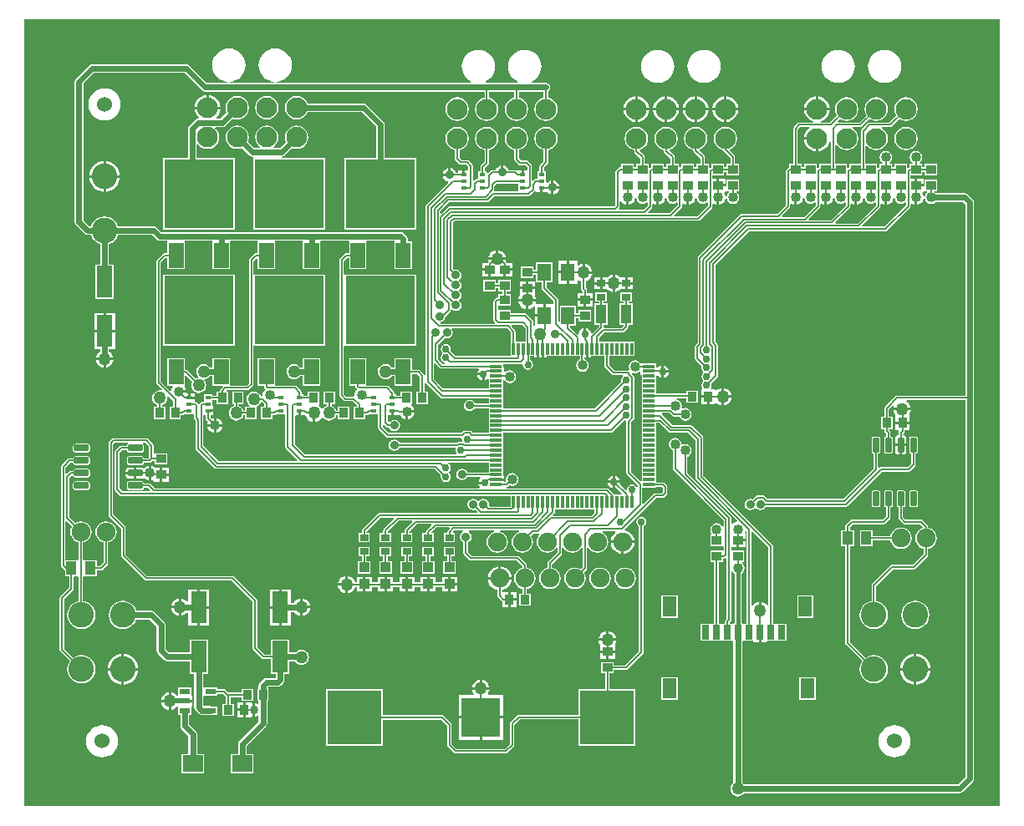
<source format=gtl>
G04*
G04 #@! TF.GenerationSoftware,Altium Limited,CircuitStudio,1.5.2 (30)*
G04*
G04 Layer_Physical_Order=1*
G04 Layer_Color=11767835*
%FSLAX25Y25*%
%MOIN*%
G70*
G01*
G75*
%ADD10R,0.03937X0.03543*%
%ADD11R,0.05512X0.07087*%
%ADD12R,0.04331X0.07480*%
%ADD13R,0.03543X0.02756*%
%ADD14R,0.01181X0.04724*%
%ADD15R,0.04724X0.01181*%
%ADD16R,0.05906X0.09843*%
%ADD17R,0.27559X0.27559*%
%ADD18R,0.03543X0.03937*%
%ADD19R,0.02362X0.01654*%
%ADD20R,0.03937X0.03937*%
G04:AMPARAMS|DCode=21|XSize=23.62mil|YSize=57.09mil|CornerRadius=2.01mil|HoleSize=0mil|Usage=FLASHONLY|Rotation=0.000|XOffset=0mil|YOffset=0mil|HoleType=Round|Shape=RoundedRectangle|*
%AMROUNDEDRECTD21*
21,1,0.02362,0.05307,0,0,0.0*
21,1,0.01961,0.05709,0,0,0.0*
1,1,0.00402,0.00980,-0.02654*
1,1,0.00402,-0.00980,-0.02654*
1,1,0.00402,-0.00980,0.02654*
1,1,0.00402,0.00980,0.02654*
%
%ADD21ROUNDEDRECTD21*%
%ADD22R,0.04134X0.05512*%
%ADD23R,0.03150X0.05906*%
%ADD24R,0.05512X0.07874*%
%ADD25R,0.07874X0.06693*%
%ADD26R,0.04331X0.02362*%
%ADD27R,0.15748X0.15748*%
%ADD28R,0.21654X0.21654*%
%ADD29R,0.06299X0.12598*%
G04:AMPARAMS|DCode=30|XSize=23.62mil|YSize=57.09mil|CornerRadius=2.01mil|HoleSize=0mil|Usage=FLASHONLY|Rotation=270.000|XOffset=0mil|YOffset=0mil|HoleType=Round|Shape=RoundedRectangle|*
%AMROUNDEDRECTD30*
21,1,0.02362,0.05307,0,0,270.0*
21,1,0.01961,0.05709,0,0,270.0*
1,1,0.00402,-0.02654,-0.00980*
1,1,0.00402,-0.02654,0.00980*
1,1,0.00402,0.02654,0.00980*
1,1,0.00402,0.02654,-0.00980*
%
%ADD30ROUNDEDRECTD30*%
%ADD31C,0.00800*%
%ADD32C,0.02400*%
%ADD33C,0.01600*%
%ADD34C,0.02000*%
%ADD35C,0.00600*%
%ADD36C,0.07480*%
%ADD37C,0.10236*%
%ADD38C,0.06000*%
%ADD39C,0.08268*%
%ADD40C,0.03000*%
%ADD41C,0.05000*%
%ADD42C,0.03500*%
%ADD43C,0.04000*%
%ADD44C,0.03400*%
G36*
X489500Y100500D02*
X100500D01*
Y414500D01*
X489500D01*
Y100500D01*
D02*
G37*
%LPC*%
G36*
X158000Y145964D02*
X157586Y145910D01*
X156735Y145557D01*
X156004Y144996D01*
X155443Y144265D01*
X155090Y143414D01*
X155036Y143000D01*
X158000D01*
Y145964D01*
D02*
G37*
G36*
X450000Y211777D02*
X448893Y211631D01*
X447862Y211204D01*
X446976Y210524D01*
X446296Y209638D01*
X445869Y208607D01*
X445844Y208418D01*
X438807D01*
Y210756D01*
X433673D01*
Y204244D01*
X438807D01*
Y206582D01*
X445844D01*
X445869Y206393D01*
X446296Y205362D01*
X446976Y204476D01*
X447862Y203796D01*
X448893Y203369D01*
X450000Y203223D01*
X451107Y203369D01*
X452138Y203796D01*
X453024Y204476D01*
X453704Y205362D01*
X454131Y206393D01*
X454277Y207500D01*
X454131Y208607D01*
X453704Y209638D01*
X453024Y210524D01*
X452138Y211204D01*
X451107Y211631D01*
X450000Y211777D01*
D02*
G37*
G36*
X338500Y205500D02*
X334285D01*
X334382Y204763D01*
X334859Y203609D01*
X335619Y202619D01*
X336610Y201859D01*
X337763Y201382D01*
X338500Y201285D01*
Y205500D01*
D02*
G37*
G36*
X343715D02*
X339500D01*
Y201285D01*
X340237Y201382D01*
X341390Y201859D01*
X342381Y202619D01*
X343141Y203609D01*
X343618Y204763D01*
X343715Y205500D01*
D02*
G37*
G36*
X440980Y226640D02*
X439020D01*
X438746Y226585D01*
X438515Y226430D01*
X438360Y226199D01*
X438305Y225925D01*
Y220618D01*
X438360Y220345D01*
X438515Y220113D01*
X438746Y219958D01*
X439020Y219904D01*
X440980D01*
X441254Y219958D01*
X441486Y220113D01*
X441640Y220345D01*
X441695Y220618D01*
Y225925D01*
X441640Y226199D01*
X441486Y226430D01*
X441254Y226585D01*
X440980Y226640D01*
D02*
G37*
G36*
X151000Y236460D02*
Y233500D01*
Y230540D01*
X151283Y230577D01*
X151532Y230680D01*
X152032Y230346D01*
Y230079D01*
X154500D01*
Y232850D01*
Y235622D01*
X152653D01*
X152640Y235640D01*
X152013Y236121D01*
X151283Y236423D01*
X151000Y236460D01*
D02*
G37*
G36*
X157968Y232350D02*
X155500D01*
Y230079D01*
X157968D01*
Y232350D01*
D02*
G37*
G36*
X139768Y182545D02*
X138301Y182352D01*
X136934Y181785D01*
X135761Y180885D01*
X134860Y179711D01*
X134294Y178345D01*
X134101Y176878D01*
X134294Y175411D01*
X134860Y174045D01*
X135761Y172871D01*
X136934Y171970D01*
X138301Y171404D01*
X139768Y171211D01*
X141234Y171404D01*
X142601Y171970D01*
X143775Y172871D01*
X144675Y174045D01*
X145131Y175145D01*
X150404D01*
X153267Y172282D01*
Y162500D01*
X153399Y161837D01*
X153774Y161274D01*
X156117Y158932D01*
X156679Y158556D01*
X157343Y158424D01*
X166350D01*
Y153358D01*
X168267D01*
Y140000D01*
X168399Y139337D01*
X168774Y138774D01*
X170015Y137534D01*
X170577Y137159D01*
X171240Y137027D01*
X174618D01*
X174881Y137079D01*
X177284D01*
Y140441D01*
X174881D01*
X174618Y140493D01*
X171958D01*
X171733Y140718D01*
Y144150D01*
X171953Y144559D01*
X172233Y144559D01*
X177284D01*
Y145323D01*
X179880D01*
X180851Y144351D01*
X180933Y144297D01*
Y141469D01*
X179579D01*
Y136531D01*
X184122D01*
Y141469D01*
X182768D01*
Y144082D01*
X187079D01*
Y142532D01*
X191622D01*
Y147468D01*
X187079D01*
Y145918D01*
X181880D01*
X180909Y146889D01*
X180611Y147088D01*
X180260Y147158D01*
X177284D01*
Y147921D01*
X172233D01*
X171953Y147921D01*
X171733Y148330D01*
X171733Y148330D01*
Y153358D01*
X173650D01*
Y166957D01*
X166350D01*
Y161891D01*
X158061D01*
X156733Y163218D01*
Y173000D01*
X156601Y173663D01*
X156226Y174226D01*
X152348Y178104D01*
X151785Y178479D01*
X151122Y178611D01*
X145131D01*
X144675Y179711D01*
X143775Y180885D01*
X142601Y181785D01*
X141234Y182352D01*
X139768Y182545D01*
D02*
G37*
G36*
X455980Y226640D02*
X454020D01*
X453746Y226585D01*
X453514Y226430D01*
X453360Y226199D01*
X453305Y225925D01*
Y220618D01*
X453360Y220345D01*
X453514Y220113D01*
X453746Y219958D01*
X454020Y219904D01*
X455980D01*
X456254Y219958D01*
X456486Y220113D01*
X456640Y220345D01*
X456695Y220618D01*
Y225925D01*
X456640Y226199D01*
X456486Y226430D01*
X456254Y226585D01*
X455980Y226640D01*
D02*
G37*
G36*
X125925Y230195D02*
X120618D01*
X120345Y230140D01*
X120113Y229986D01*
X119958Y229754D01*
X119904Y229480D01*
Y227520D01*
X119958Y227246D01*
X120113Y227014D01*
X120345Y226860D01*
X120618Y226805D01*
X125925D01*
X126199Y226860D01*
X126430Y227014D01*
X126585Y227246D01*
X126640Y227520D01*
Y229480D01*
X126585Y229754D01*
X126430Y229986D01*
X126199Y230140D01*
X125925Y230195D01*
D02*
G37*
G36*
X269500Y192122D02*
X267032D01*
Y189918D01*
X264469D01*
Y192122D01*
X262000D01*
Y189154D01*
Y186185D01*
X264469D01*
Y188082D01*
X267032D01*
Y186185D01*
X269500D01*
Y189154D01*
Y192122D01*
D02*
G37*
G36*
X289500Y196215D02*
X288763Y196118D01*
X287610Y195641D01*
X286619Y194881D01*
X285859Y193891D01*
X285382Y192737D01*
X285285Y192000D01*
X289500D01*
Y196215D01*
D02*
G37*
G36*
X261000Y192122D02*
X258531D01*
Y189918D01*
X255968D01*
Y192122D01*
X253500D01*
Y189154D01*
Y186185D01*
X255968D01*
Y188082D01*
X258531D01*
Y186185D01*
X261000D01*
Y189154D01*
Y192122D01*
D02*
G37*
G36*
X244000D02*
X241531D01*
Y189918D01*
X238968D01*
Y192122D01*
X236500D01*
Y189154D01*
Y186185D01*
X238968D01*
Y188082D01*
X241531D01*
Y186185D01*
X244000D01*
Y189154D01*
Y192122D01*
D02*
G37*
G36*
X252500D02*
X250031D01*
Y189918D01*
X247468D01*
Y192122D01*
X245000D01*
Y189154D01*
Y186185D01*
X247468D01*
Y188082D01*
X250031D01*
Y186185D01*
X252500D01*
Y189154D01*
Y192122D01*
D02*
G37*
G36*
X290500Y196215D02*
Y192000D01*
X294715D01*
X294618Y192737D01*
X294141Y193891D01*
X293381Y194881D01*
X292390Y195641D01*
X291237Y196118D01*
X290500Y196215D01*
D02*
G37*
G36*
X263772Y204122D02*
X259228D01*
Y200366D01*
X260582D01*
Y198315D01*
X259032D01*
Y193378D01*
X263968D01*
Y198315D01*
X262418D01*
Y200366D01*
X263772D01*
Y204122D01*
D02*
G37*
G36*
X272272D02*
X267728D01*
Y200366D01*
X269082D01*
Y198315D01*
X267531D01*
Y193378D01*
X272468D01*
Y198315D01*
X270918D01*
Y200366D01*
X272272D01*
Y204122D01*
D02*
G37*
G36*
X255272D02*
X250728D01*
Y200366D01*
X252082D01*
Y198315D01*
X250532D01*
Y193378D01*
X255469D01*
Y198315D01*
X253918D01*
Y200366D01*
X255272D01*
Y204122D01*
D02*
G37*
G36*
X238272D02*
X233728D01*
Y200366D01*
X235082D01*
Y198315D01*
X233531D01*
Y193378D01*
X238469D01*
Y198315D01*
X236918D01*
Y200366D01*
X238272D01*
Y204122D01*
D02*
G37*
G36*
X246772D02*
X242228D01*
Y200366D01*
X243582D01*
Y198315D01*
X242032D01*
Y193378D01*
X246969D01*
Y198315D01*
X245418D01*
Y200366D01*
X246772D01*
Y204122D01*
D02*
G37*
G36*
X187650Y138500D02*
X185378D01*
Y136031D01*
X187650D01*
Y138500D01*
D02*
G37*
G36*
X453964Y258500D02*
X447036D01*
X447090Y258086D01*
X447443Y257235D01*
X447694Y256908D01*
X447878Y256469D01*
Y256469D01*
X447878Y256469D01*
X447878Y256469D01*
Y254000D01*
X450650D01*
X453421D01*
Y256469D01*
X453421Y256469D01*
X453421D01*
X453353Y256968D01*
X453557Y257235D01*
X453910Y258086D01*
X453964Y258500D01*
D02*
G37*
G36*
X190921Y141969D02*
X188650D01*
Y139000D01*
Y136031D01*
X190921D01*
Y136052D01*
X191421Y136353D01*
X191500Y136343D01*
Y139000D01*
Y141657D01*
X191421Y141647D01*
X190921Y141948D01*
Y141969D01*
D02*
G37*
G36*
X453421Y253000D02*
X450650D01*
X447878D01*
Y250532D01*
X449027D01*
X449141Y250397D01*
X449273Y250031D01*
X449152Y249851D01*
X449082Y249500D01*
Y248606D01*
X449020D01*
X448551Y248513D01*
X448154Y248248D01*
X447889Y247850D01*
X447795Y247382D01*
Y245228D01*
X452205D01*
Y247382D01*
X452111Y247850D01*
X451846Y248248D01*
X451449Y248513D01*
X450980Y248606D01*
X450918D01*
Y249120D01*
X451299Y249501D01*
X451497Y249798D01*
X451509Y249857D01*
X451567Y250150D01*
Y250532D01*
X453421D01*
Y253000D01*
D02*
G37*
G36*
X285964Y147000D02*
X279036D01*
X279090Y146586D01*
X279443Y145735D01*
X279720Y145374D01*
X279473Y144874D01*
X273626D01*
Y136500D01*
X291374D01*
Y144874D01*
X285527D01*
X285280Y145374D01*
X285557Y145735D01*
X285910Y146586D01*
X285964Y147000D01*
D02*
G37*
G36*
X255960Y257500D02*
X253500D01*
Y255040D01*
X253783Y255077D01*
X254513Y255380D01*
X255140Y255860D01*
X255621Y256487D01*
X255923Y257217D01*
X255960Y257500D01*
D02*
G37*
G36*
X379500Y267464D02*
Y264500D01*
X382464D01*
X382410Y264914D01*
X382057Y265765D01*
X381496Y266496D01*
X380765Y267057D01*
X379914Y267410D01*
X379500Y267464D01*
D02*
G37*
G36*
X282000Y135500D02*
X273626D01*
Y127126D01*
X282000D01*
Y135500D01*
D02*
G37*
G36*
X291374D02*
X283000D01*
Y127126D01*
X291374D01*
Y135500D01*
D02*
G37*
G36*
X382464Y263500D02*
X379500D01*
Y260536D01*
X379914Y260590D01*
X380765Y260943D01*
X381496Y261504D01*
X382057Y262235D01*
X382410Y263086D01*
X382464Y263500D01*
D02*
G37*
G36*
X372650D02*
X370378D01*
Y261032D01*
X372650D01*
Y263500D01*
D02*
G37*
G36*
X157968Y235622D02*
X155500D01*
Y233350D01*
X157968D01*
Y235622D01*
D02*
G37*
G36*
X144228Y235705D02*
X142075D01*
X141606Y235611D01*
X141209Y235346D01*
X140944Y234949D01*
X140850Y234480D01*
Y234000D01*
X144228D01*
Y235705D01*
D02*
G37*
G36*
Y233000D02*
X140850D01*
Y232520D01*
X140944Y232051D01*
X141209Y231654D01*
X141606Y231389D01*
X142075Y231295D01*
X144228D01*
Y233000D01*
D02*
G37*
G36*
X187650Y141969D02*
X185378D01*
Y139500D01*
X187650D01*
Y141969D01*
D02*
G37*
G36*
X158000Y142000D02*
X155036D01*
X155090Y141586D01*
X155443Y140735D01*
X156004Y140004D01*
X156735Y139443D01*
X157586Y139090D01*
X158000Y139036D01*
Y142000D01*
D02*
G37*
G36*
X150000Y236460D02*
X149717Y236423D01*
X148987Y236121D01*
X148360Y235640D01*
X148173Y235396D01*
X147850Y235611D01*
X147382Y235705D01*
X145228D01*
Y233500D01*
Y231295D01*
X147382D01*
X147850Y231389D01*
X148173Y231604D01*
X148360Y231360D01*
X148987Y230879D01*
X149717Y230577D01*
X150000Y230540D01*
Y233500D01*
Y236460D01*
D02*
G37*
G36*
X452205Y244228D02*
X450500D01*
Y240850D01*
X450980D01*
X451449Y240944D01*
X451846Y241209D01*
X452111Y241606D01*
X452205Y242075D01*
Y244228D01*
D02*
G37*
G36*
X125925Y245195D02*
X120618D01*
X120345Y245140D01*
X120113Y244986D01*
X119958Y244754D01*
X119904Y244480D01*
Y242520D01*
X119958Y242246D01*
X120113Y242014D01*
X120345Y241860D01*
X120618Y241805D01*
X125925D01*
X126199Y241860D01*
X126430Y242014D01*
X126585Y242246D01*
X126640Y242520D01*
Y244480D01*
X126585Y244754D01*
X126430Y244986D01*
X126199Y245140D01*
X125925Y245195D01*
D02*
G37*
G36*
X449500Y244228D02*
X447795D01*
Y242075D01*
X447889Y241606D01*
X448154Y241209D01*
X448551Y240944D01*
X449020Y240850D01*
X449500D01*
Y244228D01*
D02*
G37*
G36*
X455980Y248096D02*
X454020D01*
X453746Y248042D01*
X453514Y247887D01*
X453360Y247655D01*
X453305Y247382D01*
Y242075D01*
X453360Y241801D01*
X453514Y241570D01*
X453746Y241415D01*
X454020Y241360D01*
X454082D01*
Y237380D01*
X452620Y235918D01*
X442000D01*
X441649Y235848D01*
X441418Y235693D01*
X440918Y235831D01*
Y241360D01*
X440980D01*
X441254Y241415D01*
X441486Y241570D01*
X441640Y241801D01*
X441695Y242075D01*
Y247382D01*
X441640Y247655D01*
X441486Y247887D01*
X441254Y248042D01*
X440980Y248096D01*
X439020D01*
X438746Y248042D01*
X438515Y247887D01*
X438360Y247655D01*
X438305Y247382D01*
Y242075D01*
X438360Y241801D01*
X438515Y241570D01*
X438746Y241415D01*
X439020Y241360D01*
X439082D01*
Y235219D01*
X427081Y223218D01*
X396828D01*
X395746Y224299D01*
X395449Y224498D01*
X395098Y224568D01*
X392902D01*
X392551Y224498D01*
X392253Y224299D01*
X390996Y223041D01*
X390878Y223119D01*
X390000Y223294D01*
X389122Y223119D01*
X388378Y222622D01*
X387880Y221878D01*
X387706Y221000D01*
X387880Y220122D01*
X388378Y219378D01*
X389122Y218881D01*
X390000Y218706D01*
X390878Y218881D01*
X391622Y219378D01*
X391750Y219569D01*
X392250D01*
X392378Y219378D01*
X393122Y218881D01*
X394000Y218706D01*
X394878Y218881D01*
X395622Y219378D01*
X396093Y220082D01*
X428000D01*
X428351Y220152D01*
X428649Y220351D01*
X442380Y234082D01*
X453000D01*
X453351Y234152D01*
X453649Y234351D01*
X455649Y236351D01*
X455848Y236649D01*
X455918Y237000D01*
Y241360D01*
X455980D01*
X456254Y241415D01*
X456486Y241570D01*
X456640Y241801D01*
X456695Y242075D01*
Y247382D01*
X456640Y247655D01*
X456486Y247887D01*
X456254Y248042D01*
X455980Y248096D01*
D02*
G37*
G36*
X125925Y240195D02*
X120618D01*
X120345Y240140D01*
X120113Y239986D01*
X119958Y239754D01*
X119904Y239480D01*
Y239418D01*
X118500D01*
X118207Y239359D01*
X118149Y239348D01*
X117851Y239149D01*
X115351Y236649D01*
X115152Y236351D01*
X115082Y236000D01*
Y196500D01*
X115152Y196149D01*
X115351Y195851D01*
X116351Y194851D01*
X116649Y194652D01*
X116693Y194643D01*
Y192244D01*
X118342D01*
Y187640D01*
X114851Y184149D01*
X114652Y183851D01*
X114582Y183500D01*
Y162957D01*
X114652Y162606D01*
X114851Y162308D01*
X118662Y158497D01*
X118325Y158058D01*
X117759Y156691D01*
X117566Y155224D01*
X117759Y153758D01*
X118325Y152391D01*
X119225Y151217D01*
X120399Y150317D01*
X121766Y149751D01*
X123232Y149558D01*
X124699Y149751D01*
X126066Y150317D01*
X127239Y151217D01*
X128140Y152391D01*
X128706Y153758D01*
X128899Y155224D01*
X128706Y156691D01*
X128140Y158058D01*
X127239Y159231D01*
X126066Y160132D01*
X124699Y160698D01*
X123232Y160891D01*
X121766Y160698D01*
X120399Y160132D01*
X119960Y159795D01*
X116418Y163337D01*
Y183120D01*
X119909Y186611D01*
X120108Y186909D01*
X120177Y187260D01*
Y191891D01*
X120531Y192244D01*
X121827D01*
X122082Y191850D01*
Y182393D01*
X121766Y182352D01*
X120399Y181785D01*
X119225Y180885D01*
X118325Y179711D01*
X117759Y178345D01*
X117566Y176878D01*
X117759Y175411D01*
X118325Y174045D01*
X119225Y172871D01*
X120399Y171970D01*
X121766Y171404D01*
X123232Y171211D01*
X124699Y171404D01*
X126066Y171970D01*
X127239Y172871D01*
X128140Y174045D01*
X128706Y175411D01*
X128899Y176878D01*
X128706Y178345D01*
X128140Y179711D01*
X127239Y180885D01*
X126066Y181785D01*
X124699Y182352D01*
X123918Y182454D01*
Y191850D01*
X124173Y192244D01*
X124418Y192244D01*
X129307D01*
Y194582D01*
X131000D01*
X131351Y194652D01*
X131649Y194851D01*
X133649Y196851D01*
X133848Y197149D01*
X133859Y197207D01*
X133918Y197500D01*
Y205844D01*
X134107Y205869D01*
X135138Y206296D01*
X136024Y206976D01*
X136704Y207862D01*
X137131Y208893D01*
X137277Y210000D01*
X137131Y211107D01*
X136704Y212138D01*
X136024Y213024D01*
X135138Y213704D01*
X134107Y214131D01*
X133000Y214277D01*
X131893Y214131D01*
X130862Y213704D01*
X129976Y213024D01*
X129296Y212138D01*
X128869Y211107D01*
X128723Y210000D01*
X128869Y208893D01*
X129296Y207862D01*
X129976Y206976D01*
X130862Y206296D01*
X131893Y205869D01*
X132082Y205844D01*
Y197880D01*
X130620Y196418D01*
X129307D01*
Y198756D01*
X124418D01*
X124173Y198756D01*
X123918Y199150D01*
X123918Y199150D01*
Y205844D01*
X124107Y205869D01*
X125138Y206296D01*
X126024Y206976D01*
X126704Y207862D01*
X127131Y208893D01*
X127277Y210000D01*
X127131Y211107D01*
X126704Y212138D01*
X126024Y213024D01*
X125138Y213704D01*
X124107Y214131D01*
X123000Y214277D01*
X121893Y214131D01*
X120862Y213704D01*
X120710Y213588D01*
X118418Y215880D01*
Y231620D01*
X119380Y232582D01*
X119904D01*
Y232520D01*
X119958Y232246D01*
X120113Y232014D01*
X120345Y231860D01*
X120618Y231805D01*
X125925D01*
X126199Y231860D01*
X126430Y232014D01*
X126585Y232246D01*
X126640Y232520D01*
Y234480D01*
X126585Y234754D01*
X126430Y234986D01*
X126199Y235140D01*
X125925Y235195D01*
X120618D01*
X120345Y235140D01*
X120113Y234986D01*
X119958Y234754D01*
X119904Y234480D01*
Y234418D01*
X119000D01*
X118649Y234348D01*
X118351Y234149D01*
X117380Y233177D01*
X116918Y233369D01*
Y235620D01*
X118880Y237582D01*
X119904D01*
Y237520D01*
X119958Y237246D01*
X120113Y237014D01*
X120345Y236860D01*
X120618Y236805D01*
X125925D01*
X126199Y236860D01*
X126430Y237014D01*
X126585Y237246D01*
X126640Y237520D01*
Y239480D01*
X126585Y239754D01*
X126430Y239986D01*
X126199Y240140D01*
X125925Y240195D01*
D02*
G37*
G36*
X272969Y192122D02*
X270500D01*
Y189654D01*
X272969D01*
Y192122D01*
D02*
G37*
G36*
X346500Y216039D02*
X345720Y215884D01*
X345058Y215442D01*
X344616Y214780D01*
X344461Y214000D01*
X344616Y213220D01*
X345058Y212558D01*
X345582Y212208D01*
Y162380D01*
X339970Y156768D01*
X335469D01*
Y158122D01*
X330532D01*
Y153579D01*
X332082D01*
Y147327D01*
X321567D01*
Y137024D01*
X297606D01*
X297313Y136966D01*
X297255Y136954D01*
X296957Y136755D01*
X294351Y134149D01*
X294152Y133851D01*
X294082Y133500D01*
Y125380D01*
X292120Y123418D01*
X272880D01*
X270918Y125380D01*
Y133000D01*
X270848Y133351D01*
X270649Y133649D01*
X267649Y136649D01*
X267351Y136848D01*
X267000Y136918D01*
X243433D01*
Y147327D01*
X220779D01*
Y124673D01*
X243433D01*
Y135082D01*
X266620D01*
X269082Y132620D01*
Y125000D01*
X269152Y124649D01*
X269351Y124351D01*
X271851Y121851D01*
X272149Y121652D01*
X272207Y121641D01*
X272500Y121582D01*
X292500D01*
X292851Y121652D01*
X293149Y121851D01*
X295649Y124351D01*
X295848Y124649D01*
X295859Y124707D01*
X295918Y125000D01*
Y133120D01*
X297986Y135189D01*
X321567D01*
Y124673D01*
X344220D01*
Y147327D01*
X333918D01*
Y153579D01*
X335469D01*
Y154933D01*
X340350D01*
X340702Y155003D01*
X340999Y155201D01*
X347149Y161351D01*
X347348Y161649D01*
X347418Y162000D01*
Y212208D01*
X347942Y212558D01*
X348384Y213220D01*
X348539Y214000D01*
X348384Y214780D01*
X347942Y215442D01*
X347280Y215884D01*
X346500Y216039D01*
D02*
G37*
G36*
X332500Y161650D02*
X330031D01*
Y159378D01*
X332500D01*
Y161650D01*
D02*
G37*
G36*
X456268Y161323D02*
Y155724D01*
X461866D01*
X461797Y156424D01*
X461447Y157577D01*
X460879Y158640D01*
X460115Y159572D01*
X459183Y160336D01*
X458120Y160904D01*
X456967Y161254D01*
X456268Y161323D01*
D02*
G37*
G36*
X140268D02*
Y155724D01*
X145866D01*
X145797Y156424D01*
X145448Y157577D01*
X144879Y158640D01*
X144115Y159572D01*
X143183Y160336D01*
X142120Y160904D01*
X140967Y161254D01*
X140268Y161323D01*
D02*
G37*
G36*
X455268D02*
X454568Y161254D01*
X453415Y160904D01*
X452352Y160336D01*
X451421Y159572D01*
X450656Y158640D01*
X450088Y157577D01*
X449738Y156424D01*
X449669Y155724D01*
X455268D01*
Y161323D01*
D02*
G37*
G36*
X333500Y170464D02*
Y167500D01*
X336464D01*
X336410Y167914D01*
X336057Y168765D01*
X335496Y169496D01*
X334765Y170057D01*
X333914Y170410D01*
X333500Y170464D01*
D02*
G37*
G36*
X450980Y226640D02*
X449020D01*
X448746Y226585D01*
X448515Y226430D01*
X448360Y226199D01*
X448305Y225925D01*
Y220618D01*
X448360Y220345D01*
X448515Y220113D01*
X448746Y219958D01*
X449020Y219904D01*
X449082D01*
Y215500D01*
X449152Y215149D01*
X449351Y214851D01*
X450851Y213351D01*
X451149Y213152D01*
X451500Y213082D01*
X457620D01*
X458636Y212066D01*
X458519Y211476D01*
X457862Y211204D01*
X456976Y210524D01*
X456296Y209638D01*
X455869Y208607D01*
X455723Y207500D01*
X455869Y206393D01*
X456296Y205362D01*
X456976Y204476D01*
X457862Y203796D01*
X458893Y203369D01*
X459082Y203344D01*
Y201380D01*
X454620Y196918D01*
X446500D01*
X446149Y196848D01*
X445851Y196649D01*
X438583Y189381D01*
X438384Y189083D01*
X438315Y188732D01*
Y182424D01*
X437766Y182352D01*
X436399Y181785D01*
X435225Y180885D01*
X434325Y179711D01*
X433759Y178345D01*
X433566Y176878D01*
X433759Y175411D01*
X434325Y174045D01*
X435225Y172871D01*
X436399Y171970D01*
X437766Y171404D01*
X439232Y171211D01*
X440699Y171404D01*
X442066Y171970D01*
X443239Y172871D01*
X444140Y174045D01*
X444706Y175411D01*
X444899Y176878D01*
X444706Y178345D01*
X444140Y179711D01*
X443239Y180885D01*
X442066Y181785D01*
X440699Y182352D01*
X440150Y182424D01*
Y188352D01*
X446880Y195082D01*
X455000D01*
X455351Y195152D01*
X455649Y195351D01*
X460649Y200351D01*
X460848Y200649D01*
X460918Y201000D01*
Y203344D01*
X461107Y203369D01*
X462138Y203796D01*
X463024Y204476D01*
X463704Y205362D01*
X464131Y206393D01*
X464277Y207500D01*
X464131Y208607D01*
X463704Y209638D01*
X463024Y210524D01*
X462138Y211204D01*
X461107Y211631D01*
X460918Y211656D01*
Y212000D01*
X460848Y212351D01*
X460649Y212649D01*
X458649Y214649D01*
X458351Y214848D01*
X458000Y214918D01*
X451880D01*
X450918Y215880D01*
Y219904D01*
X450980D01*
X451254Y219958D01*
X451485Y220113D01*
X451640Y220345D01*
X451695Y220618D01*
Y225925D01*
X451640Y226199D01*
X451485Y226430D01*
X451254Y226585D01*
X450980Y226640D01*
D02*
G37*
G36*
X332500Y170464D02*
X332086Y170410D01*
X331235Y170057D01*
X330504Y169496D01*
X329943Y168765D01*
X329590Y167914D01*
X329536Y167500D01*
X332500D01*
Y170464D01*
D02*
G37*
G36*
X335968Y161650D02*
X333500D01*
Y159378D01*
X335968D01*
Y161650D01*
D02*
G37*
G36*
X336464Y166500D02*
X329536D01*
X329590Y166086D01*
X329881Y165384D01*
X330031Y164921D01*
Y164921D01*
X330031Y164921D01*
X330031Y164921D01*
Y162650D01*
X335968D01*
Y164921D01*
X335968Y164921D01*
X336110Y165363D01*
X336410Y166086D01*
X336464Y166500D01*
D02*
G37*
G36*
X139268Y161323D02*
X138568Y161254D01*
X137415Y160904D01*
X136352Y160336D01*
X135421Y159572D01*
X134656Y158640D01*
X134088Y157577D01*
X133738Y156424D01*
X133669Y155724D01*
X139268D01*
Y161323D01*
D02*
G37*
G36*
X282000Y150964D02*
X281586Y150910D01*
X280735Y150557D01*
X280004Y149996D01*
X279443Y149265D01*
X279090Y148414D01*
X279036Y148000D01*
X282000D01*
Y150964D01*
D02*
G37*
G36*
X283000D02*
Y148000D01*
X285964D01*
X285910Y148414D01*
X285557Y149265D01*
X284996Y149996D01*
X284265Y150557D01*
X283414Y150910D01*
X283000Y150964D01*
D02*
G37*
G36*
X167047Y147921D02*
X161716D01*
Y144681D01*
X161238D01*
X160996Y144996D01*
X160265Y145557D01*
X159414Y145910D01*
X159000Y145964D01*
Y142500D01*
Y139036D01*
X159414Y139090D01*
X160265Y139443D01*
X160996Y140004D01*
X161238Y140319D01*
X161716D01*
Y137079D01*
X162649D01*
Y132618D01*
X162780Y131955D01*
X163156Y131393D01*
X165924Y128625D01*
Y121346D01*
X163221D01*
Y113654D01*
X172095D01*
Y121346D01*
X169391D01*
Y129342D01*
X169259Y130006D01*
X168883Y130568D01*
X166115Y133336D01*
Y137079D01*
X167047D01*
Y140319D01*
X167547D01*
Y142000D01*
X164382D01*
Y143000D01*
X167547D01*
Y144681D01*
X167047D01*
Y147921D01*
D02*
G37*
G36*
X360992Y151996D02*
X354480D01*
Y143122D01*
X360992D01*
Y151996D01*
D02*
G37*
G36*
X415992D02*
X409480D01*
Y143122D01*
X415992D01*
Y151996D01*
D02*
G37*
G36*
X461866Y154724D02*
X456268D01*
Y149126D01*
X456967Y149195D01*
X458120Y149545D01*
X459183Y150113D01*
X460115Y150877D01*
X460879Y151809D01*
X461447Y152872D01*
X461797Y154025D01*
X461866Y154724D01*
D02*
G37*
G36*
X445980Y226640D02*
X444020D01*
X443746Y226585D01*
X443514Y226430D01*
X443360Y226199D01*
X443305Y225925D01*
Y220618D01*
X443360Y220345D01*
X443514Y220113D01*
X443746Y219958D01*
X444020Y219904D01*
X444082D01*
Y216380D01*
X442620Y214918D01*
X430500D01*
X430207Y214859D01*
X430149Y214848D01*
X429851Y214649D01*
X428111Y212909D01*
X427912Y212611D01*
X427842Y212260D01*
Y210756D01*
X426193D01*
Y204244D01*
X427842D01*
Y165697D01*
X427912Y165346D01*
X428111Y165048D01*
X434662Y158497D01*
X434325Y158058D01*
X433759Y156691D01*
X433566Y155224D01*
X433759Y153758D01*
X434325Y152391D01*
X435225Y151217D01*
X436399Y150317D01*
X437766Y149751D01*
X439232Y149558D01*
X440699Y149751D01*
X442066Y150317D01*
X443239Y151217D01*
X444140Y152391D01*
X444706Y153758D01*
X444899Y155224D01*
X444706Y156691D01*
X444140Y158058D01*
X443239Y159231D01*
X442066Y160132D01*
X440699Y160698D01*
X439232Y160891D01*
X437766Y160698D01*
X436399Y160132D01*
X435960Y159795D01*
X429677Y166077D01*
Y204244D01*
X431327D01*
Y210756D01*
X429677D01*
Y211880D01*
X430880Y213082D01*
X443000D01*
X443351Y213152D01*
X443649Y213351D01*
X445649Y215351D01*
X445848Y215649D01*
X445918Y216000D01*
Y219904D01*
X445980D01*
X446254Y219958D01*
X446486Y220113D01*
X446640Y220345D01*
X446695Y220618D01*
Y225925D01*
X446640Y226199D01*
X446486Y226430D01*
X446254Y226585D01*
X445980Y226640D01*
D02*
G37*
G36*
X455268Y154724D02*
X449669D01*
X449738Y154025D01*
X450088Y152872D01*
X450656Y151809D01*
X451421Y150877D01*
X452352Y150113D01*
X453415Y149545D01*
X454568Y149195D01*
X455268Y149126D01*
Y154724D01*
D02*
G37*
G36*
X139268D02*
X133669D01*
X133738Y154025D01*
X134088Y152872D01*
X134656Y151809D01*
X135421Y150877D01*
X136352Y150113D01*
X137415Y149545D01*
X138568Y149195D01*
X139268Y149126D01*
Y154724D01*
D02*
G37*
G36*
X145866D02*
X140268D01*
Y149126D01*
X140967Y149195D01*
X142120Y149545D01*
X143183Y150113D01*
X144115Y150877D01*
X144879Y151809D01*
X145448Y152872D01*
X145797Y154025D01*
X145866Y154724D01*
D02*
G37*
G36*
X455768Y182545D02*
X454301Y182352D01*
X452934Y181785D01*
X451761Y180885D01*
X450860Y179711D01*
X450294Y178345D01*
X450101Y176878D01*
X450294Y175411D01*
X450860Y174045D01*
X451761Y172871D01*
X452934Y171970D01*
X454301Y171404D01*
X455768Y171211D01*
X457234Y171404D01*
X458601Y171970D01*
X459775Y172871D01*
X460675Y174045D01*
X461241Y175411D01*
X461434Y176878D01*
X461241Y178345D01*
X460675Y179711D01*
X459775Y180885D01*
X458601Y181785D01*
X457234Y182352D01*
X455768Y182545D01*
D02*
G37*
G36*
X294350Y185968D02*
Y183500D01*
X296622D01*
Y185968D01*
X294350D01*
D02*
G37*
G36*
X228500Y188500D02*
X225536D01*
X225590Y188086D01*
X225943Y187235D01*
X226504Y186504D01*
X227235Y185943D01*
X228086Y185590D01*
X228500Y185536D01*
Y188500D01*
D02*
G37*
G36*
X169500Y187142D02*
X165850D01*
Y182204D01*
X165350Y182035D01*
X164996Y182496D01*
X164265Y183057D01*
X163414Y183410D01*
X163000Y183464D01*
Y180000D01*
Y176536D01*
X163414Y176590D01*
X164265Y176943D01*
X164996Y177504D01*
X165350Y177965D01*
X165850Y177796D01*
Y172543D01*
X169500D01*
Y179842D01*
Y187142D01*
D02*
G37*
G36*
X162000Y183464D02*
X161586Y183410D01*
X160735Y183057D01*
X160004Y182496D01*
X159443Y181765D01*
X159090Y180914D01*
X159036Y180500D01*
X162000D01*
Y183464D01*
D02*
G37*
G36*
X211500D02*
Y180500D01*
X214464D01*
X214410Y180914D01*
X214057Y181765D01*
X213496Y182496D01*
X212765Y183057D01*
X211914Y183410D01*
X211500Y183464D01*
D02*
G37*
G36*
X340000Y195777D02*
X338893Y195631D01*
X337862Y195204D01*
X336976Y194524D01*
X336296Y193638D01*
X335869Y192607D01*
X335723Y191500D01*
X335869Y190393D01*
X336296Y189362D01*
X336976Y188476D01*
X337862Y187796D01*
X338893Y187369D01*
X340000Y187223D01*
X341107Y187369D01*
X342138Y187796D01*
X343024Y188476D01*
X343704Y189362D01*
X344131Y190393D01*
X344277Y191500D01*
X344131Y192607D01*
X343704Y193638D01*
X343024Y194524D01*
X342138Y195204D01*
X341107Y195631D01*
X340000Y195777D01*
D02*
G37*
G36*
X228500Y192464D02*
X228086Y192410D01*
X227235Y192057D01*
X226504Y191496D01*
X225943Y190765D01*
X225590Y189914D01*
X225536Y189500D01*
X228500D01*
Y192464D01*
D02*
G37*
G36*
X330000Y195777D02*
X328893Y195631D01*
X327862Y195204D01*
X326976Y194524D01*
X326296Y193638D01*
X325869Y192607D01*
X325723Y191500D01*
X325869Y190393D01*
X326296Y189362D01*
X326976Y188476D01*
X327862Y187796D01*
X328893Y187369D01*
X330000Y187223D01*
X331107Y187369D01*
X332138Y187796D01*
X333024Y188476D01*
X333704Y189362D01*
X334131Y190393D01*
X334277Y191500D01*
X334131Y192607D01*
X333704Y193638D01*
X333024Y194524D01*
X332138Y195204D01*
X331107Y195631D01*
X330000Y195777D01*
D02*
G37*
G36*
X229500Y192464D02*
Y189000D01*
Y185536D01*
X229914Y185590D01*
X230765Y185943D01*
X231496Y186504D01*
X232057Y187235D01*
X232408Y188082D01*
X233032D01*
Y186185D01*
X235500D01*
Y189154D01*
Y192122D01*
X233032D01*
Y189918D01*
X232408D01*
X232057Y190765D01*
X231496Y191496D01*
X230765Y192057D01*
X229914Y192410D01*
X229500Y192464D01*
D02*
G37*
G36*
X272969Y188654D02*
X270500D01*
Y186185D01*
X272969D01*
Y188654D01*
D02*
G37*
G36*
X202000Y187142D02*
X198350D01*
Y180342D01*
X202000D01*
Y187142D01*
D02*
G37*
G36*
X415126Y184673D02*
X408614D01*
Y175799D01*
X415126D01*
Y184673D01*
D02*
G37*
G36*
X162000Y179500D02*
X159036D01*
X159090Y179086D01*
X159443Y178235D01*
X160004Y177504D01*
X160735Y176943D01*
X161586Y176590D01*
X162000Y176536D01*
Y179500D01*
D02*
G37*
G36*
X360992Y184673D02*
X354480D01*
Y175799D01*
X360992D01*
Y184673D01*
D02*
G37*
G36*
X174150Y179342D02*
X170500D01*
Y172543D01*
X174150D01*
Y179342D01*
D02*
G37*
G36*
X202000D02*
X198350D01*
Y172543D01*
X202000D01*
Y179342D01*
D02*
G37*
G36*
X296622Y182500D02*
X294350D01*
Y180032D01*
X296622D01*
Y182500D01*
D02*
G37*
G36*
X174150Y187142D02*
X170500D01*
Y180342D01*
X174150D01*
Y187142D01*
D02*
G37*
G36*
X294715Y191000D02*
X285285D01*
X285382Y190263D01*
X285859Y189110D01*
X286619Y188119D01*
X287610Y187359D01*
X288763Y186882D01*
X289082Y186840D01*
Y184500D01*
X289152Y184149D01*
X289351Y183851D01*
X290851Y182351D01*
X291079Y182199D01*
Y180032D01*
X293350D01*
Y183000D01*
Y185968D01*
X291221D01*
X290949Y186415D01*
X291062Y186859D01*
X291237Y186882D01*
X292390Y187359D01*
X293381Y188119D01*
X294141Y189110D01*
X294618Y190263D01*
X294715Y191000D01*
D02*
G37*
G36*
X206650Y187142D02*
X203000D01*
Y179842D01*
Y172543D01*
X206650D01*
Y178109D01*
X208039D01*
X208504Y177504D01*
X209235Y176943D01*
X210086Y176590D01*
X210500Y176536D01*
Y180000D01*
Y183464D01*
X210086Y183410D01*
X209235Y183057D01*
X208504Y182496D01*
X207943Y181765D01*
X207864Y181576D01*
X206650D01*
Y187142D01*
D02*
G37*
G36*
X214464Y179500D02*
X211500D01*
Y176536D01*
X211914Y176590D01*
X212765Y176943D01*
X213496Y177504D01*
X214057Y178235D01*
X214410Y179086D01*
X214464Y179500D01*
D02*
G37*
G36*
X379500Y383923D02*
X378660Y383813D01*
X377411Y383295D01*
X376339Y382472D01*
X375516Y381400D01*
X374998Y380151D01*
X374888Y379311D01*
X379500D01*
Y383923D01*
D02*
G37*
G36*
X355878Y383923D02*
X355038Y383813D01*
X353789Y383295D01*
X352716Y382472D01*
X351893Y381400D01*
X351376Y380151D01*
X351266Y379311D01*
X355878D01*
Y383923D01*
D02*
G37*
G36*
X344067Y383923D02*
X343227Y383813D01*
X341978Y383295D01*
X340905Y382472D01*
X340083Y381400D01*
X339565Y380151D01*
X339455Y379311D01*
X344067D01*
Y383923D01*
D02*
G37*
G36*
X416067D02*
X415227Y383813D01*
X413978Y383295D01*
X412905Y382472D01*
X412082Y381400D01*
X411565Y380151D01*
X411455Y379311D01*
X416067D01*
Y383923D01*
D02*
G37*
G36*
X185378Y383985D02*
X184168Y383826D01*
X183041Y383359D01*
X182073Y382616D01*
X181330Y381648D01*
X180863Y380521D01*
X180704Y379311D01*
X180863Y378101D01*
X181113Y377498D01*
X178683Y375067D01*
X177247D01*
X177086Y375541D01*
X177228Y375649D01*
X178051Y376722D01*
X178569Y377971D01*
X178679Y378811D01*
X173567D01*
X168455D01*
X168565Y377971D01*
X169082Y376722D01*
X169905Y375649D01*
X170047Y375541D01*
X169887Y375067D01*
X169834D01*
X169834Y375067D01*
X169171Y374935D01*
X168608Y374559D01*
X166274Y372226D01*
X165899Y371663D01*
X165767Y371000D01*
Y359279D01*
X155720D01*
Y330720D01*
X184280D01*
Y359279D01*
X169233D01*
Y364714D01*
X169733Y364884D01*
X170262Y364195D01*
X171230Y363452D01*
X172357Y362985D01*
X173567Y362826D01*
X174777Y362985D01*
X175904Y363452D01*
X176872Y364195D01*
X177615Y365163D01*
X178082Y366290D01*
X178241Y367500D01*
X178082Y368710D01*
X177615Y369837D01*
X176872Y370805D01*
X176487Y371101D01*
X176656Y371601D01*
X179401D01*
X180064Y371732D01*
X180626Y372108D01*
X183565Y375046D01*
X184168Y374796D01*
X185378Y374637D01*
X186588Y374796D01*
X187715Y375263D01*
X188683Y376006D01*
X189426Y376974D01*
X189892Y378101D01*
X190052Y379311D01*
X189892Y380521D01*
X189426Y381648D01*
X188683Y382616D01*
X187715Y383359D01*
X186588Y383826D01*
X185378Y383985D01*
D02*
G37*
G36*
X132000Y351401D02*
X126401D01*
X126470Y350702D01*
X126820Y349549D01*
X127388Y348486D01*
X128153Y347554D01*
X129085Y346790D01*
X130147Y346222D01*
X131301Y345872D01*
X132000Y345803D01*
Y351401D01*
D02*
G37*
G36*
X138599D02*
X133000D01*
Y345803D01*
X133699Y345872D01*
X134853Y346222D01*
X135916Y346790D01*
X136847Y347554D01*
X137612Y348486D01*
X138180Y349549D01*
X138530Y350702D01*
X138599Y351401D01*
D02*
G37*
G36*
X197189Y383985D02*
X195979Y383826D01*
X194852Y383359D01*
X193884Y382616D01*
X193141Y381648D01*
X192674Y380521D01*
X192515Y379311D01*
X192674Y378101D01*
X193141Y376974D01*
X193884Y376006D01*
X194852Y375263D01*
X195979Y374796D01*
X197189Y374637D01*
X198399Y374796D01*
X199526Y375263D01*
X200494Y376006D01*
X201237Y376974D01*
X201704Y378101D01*
X201863Y379311D01*
X201704Y380521D01*
X201237Y381648D01*
X200494Y382616D01*
X199526Y383359D01*
X198399Y383826D01*
X197189Y383985D01*
D02*
G37*
G36*
X313708Y347000D02*
X311500D01*
Y344792D01*
X311718Y344821D01*
X312387Y345098D01*
X312961Y345539D01*
X313402Y346113D01*
X313679Y346782D01*
X313708Y347000D01*
D02*
G37*
G36*
X316724Y318205D02*
X313469D01*
Y314161D01*
X316724D01*
Y318205D01*
D02*
G37*
G36*
X345067Y383923D02*
Y379311D01*
X349679D01*
X349569Y380151D01*
X349051Y381400D01*
X348228Y382472D01*
X347156Y383295D01*
X345907Y383813D01*
X345067Y383923D01*
D02*
G37*
G36*
X324000Y316964D02*
Y314000D01*
X326964D01*
X326910Y314414D01*
X326557Y315265D01*
X325996Y315996D01*
X325265Y316557D01*
X324414Y316910D01*
X324000Y316964D01*
D02*
G37*
G36*
X417067Y383923D02*
Y379311D01*
X421679D01*
X421569Y380151D01*
X421051Y381400D01*
X420228Y382472D01*
X419156Y383295D01*
X417907Y383813D01*
X417067Y383923D01*
D02*
G37*
G36*
X368689D02*
Y379311D01*
X373301D01*
X373191Y380151D01*
X372673Y381400D01*
X371850Y382472D01*
X370778Y383295D01*
X369529Y383813D01*
X368689Y383923D01*
D02*
G37*
G36*
X209000Y383985D02*
X207790Y383826D01*
X206663Y383359D01*
X205695Y382616D01*
X204952Y381648D01*
X204485Y380521D01*
X204326Y379311D01*
X204485Y378101D01*
X204952Y376974D01*
X205695Y376006D01*
X206663Y375263D01*
X207790Y374796D01*
X209000Y374637D01*
X210210Y374796D01*
X211337Y375263D01*
X212305Y376006D01*
X213048Y376974D01*
X213298Y377578D01*
X234971D01*
X240767Y371782D01*
Y359279D01*
X228221D01*
Y330720D01*
X256780D01*
Y359279D01*
X244233D01*
Y372500D01*
X244101Y373163D01*
X243726Y373726D01*
X236915Y380537D01*
X236352Y380912D01*
X235689Y381044D01*
X213298D01*
X213048Y381648D01*
X212305Y382616D01*
X211337Y383359D01*
X210210Y383826D01*
X209000Y383985D01*
D02*
G37*
G36*
X367689Y383923D02*
X366849Y383813D01*
X365600Y383295D01*
X364528Y382472D01*
X363705Y381400D01*
X363187Y380151D01*
X363077Y379311D01*
X367689D01*
Y383923D01*
D02*
G37*
G36*
X288500Y322464D02*
X288086Y322410D01*
X287235Y322057D01*
X286504Y321496D01*
X285943Y320765D01*
X285590Y319914D01*
X285536Y319500D01*
X288500D01*
Y322464D01*
D02*
G37*
G36*
X289500D02*
Y319500D01*
X292464D01*
X292410Y319914D01*
X292057Y320765D01*
X291496Y321496D01*
X290765Y322057D01*
X289914Y322410D01*
X289500Y322464D01*
D02*
G37*
G36*
X373301Y378311D02*
X368689D01*
Y373699D01*
X369529Y373809D01*
X370778Y374327D01*
X371850Y375149D01*
X372673Y376222D01*
X373191Y377471D01*
X373301Y378311D01*
D02*
G37*
G36*
X355878D02*
X351266D01*
X351376Y377471D01*
X351893Y376222D01*
X352716Y375149D01*
X353789Y374327D01*
X355038Y373809D01*
X355878Y373699D01*
Y378311D01*
D02*
G37*
G36*
X452000Y371674D02*
X450790Y371515D01*
X449663Y371048D01*
X448695Y370305D01*
X447952Y369337D01*
X447485Y368210D01*
X447326Y367000D01*
X447485Y365790D01*
X447952Y364663D01*
X448695Y363695D01*
X449663Y362952D01*
X450790Y362485D01*
X452000Y362326D01*
X453210Y362485D01*
X454337Y362952D01*
X455305Y363695D01*
X456048Y364663D01*
X456515Y365790D01*
X456674Y367000D01*
X456515Y368210D01*
X456048Y369337D01*
X455305Y370305D01*
X454337Y371048D01*
X453210Y371515D01*
X452000Y371674D01*
D02*
G37*
G36*
X209000Y372174D02*
X207790Y372015D01*
X206663Y371548D01*
X205695Y370805D01*
X204952Y369837D01*
X204485Y368710D01*
X204326Y367500D01*
X204485Y366290D01*
X204735Y365687D01*
X202282Y363233D01*
X200062D01*
X199892Y363733D01*
X200494Y364195D01*
X201237Y365163D01*
X201704Y366290D01*
X201863Y367500D01*
X201704Y368710D01*
X201237Y369837D01*
X200494Y370805D01*
X199526Y371548D01*
X198399Y372015D01*
X197189Y372174D01*
X195979Y372015D01*
X194852Y371548D01*
X193884Y370805D01*
X193141Y369837D01*
X192674Y368710D01*
X192515Y367500D01*
X192674Y366290D01*
X193141Y365163D01*
X193884Y364195D01*
X194486Y363733D01*
X194316Y363233D01*
X192096D01*
X189643Y365687D01*
X189892Y366290D01*
X190052Y367500D01*
X189892Y368710D01*
X189426Y369837D01*
X188683Y370805D01*
X187715Y371548D01*
X186588Y372015D01*
X185378Y372174D01*
X184168Y372015D01*
X183041Y371548D01*
X182073Y370805D01*
X181330Y369837D01*
X180863Y368710D01*
X180704Y367500D01*
X180863Y366290D01*
X181330Y365163D01*
X182073Y364195D01*
X183041Y363452D01*
X184168Y362985D01*
X185378Y362826D01*
X186588Y362985D01*
X187191Y363235D01*
X190152Y360274D01*
X190715Y359899D01*
X191378Y359767D01*
X191690D01*
X191720Y359279D01*
X191720Y359267D01*
Y330720D01*
X220280D01*
Y359279D01*
X203114D01*
X203064Y359780D01*
X203663Y359899D01*
X204226Y360274D01*
X207187Y363235D01*
X207790Y362985D01*
X209000Y362826D01*
X210210Y362985D01*
X211337Y363452D01*
X212305Y364195D01*
X213048Y365163D01*
X213515Y366290D01*
X213674Y367500D01*
X213515Y368710D01*
X213048Y369837D01*
X212305Y370805D01*
X211337Y371548D01*
X210210Y372015D01*
X209000Y372174D01*
D02*
G37*
G36*
X349679Y378311D02*
X345067D01*
Y373699D01*
X345907Y373809D01*
X347156Y374327D01*
X348228Y375149D01*
X349051Y376222D01*
X349569Y377471D01*
X349679Y378311D01*
D02*
G37*
G36*
X361490D02*
X356878D01*
Y373699D01*
X357718Y373809D01*
X358967Y374327D01*
X360039Y375149D01*
X360862Y376222D01*
X361380Y377471D01*
X361490Y378311D01*
D02*
G37*
G36*
X344067D02*
X339455D01*
X339565Y377471D01*
X340083Y376222D01*
X340905Y375149D01*
X341978Y374327D01*
X343227Y373809D01*
X344067Y373699D01*
Y378311D01*
D02*
G37*
G36*
X379500D02*
X374888D01*
X374998Y377471D01*
X375516Y376222D01*
X376339Y375149D01*
X377411Y374327D01*
X378660Y373809D01*
X379500Y373699D01*
Y378311D01*
D02*
G37*
G36*
X385112D02*
X380500D01*
Y373699D01*
X381340Y373809D01*
X382589Y374327D01*
X383662Y375149D01*
X384484Y376222D01*
X385002Y377471D01*
X385112Y378311D01*
D02*
G37*
G36*
X458968Y351122D02*
X456500D01*
Y348850D01*
X458968D01*
Y351122D01*
D02*
G37*
G36*
X379969D02*
X377500D01*
Y348850D01*
X379969D01*
Y351122D01*
D02*
G37*
G36*
X132500Y387078D02*
X131244Y386955D01*
X130037Y386588D01*
X128924Y385994D01*
X127949Y385193D01*
X127148Y384218D01*
X126553Y383105D01*
X126187Y381897D01*
X126064Y380642D01*
X126187Y379386D01*
X126553Y378179D01*
X127148Y377066D01*
X127949Y376090D01*
X128924Y375290D01*
X130037Y374695D01*
X131244Y374329D01*
X132500Y374205D01*
X133756Y374329D01*
X134963Y374695D01*
X136076Y375290D01*
X137051Y376090D01*
X137852Y377066D01*
X138447Y378179D01*
X138813Y379386D01*
X138936Y380642D01*
X138813Y381897D01*
X138447Y383105D01*
X137852Y384218D01*
X137051Y385193D01*
X136076Y385994D01*
X134963Y386588D01*
X133756Y386955D01*
X132500Y387078D01*
D02*
G37*
G36*
X311500Y350208D02*
Y348000D01*
X313708D01*
X313679Y348218D01*
X313402Y348887D01*
X312961Y349461D01*
X312387Y349902D01*
X311718Y350179D01*
X311500Y350208D01*
D02*
G37*
G36*
X273067Y383485D02*
X271857Y383326D01*
X270730Y382859D01*
X269762Y382116D01*
X269019Y381148D01*
X268552Y380021D01*
X268393Y378811D01*
X268552Y377601D01*
X269019Y376474D01*
X269762Y375506D01*
X270730Y374763D01*
X271857Y374296D01*
X273067Y374137D01*
X274277Y374296D01*
X275404Y374763D01*
X276372Y375506D01*
X277115Y376474D01*
X277582Y377601D01*
X277741Y378811D01*
X277582Y380021D01*
X277115Y381148D01*
X276372Y382116D01*
X275404Y382859D01*
X274277Y383326D01*
X273067Y383485D01*
D02*
G37*
G36*
X269500Y355208D02*
X269282Y355179D01*
X268613Y354902D01*
X268039Y354461D01*
X267598Y353887D01*
X267321Y353218D01*
X267292Y353000D01*
X269500D01*
Y355208D01*
D02*
G37*
G36*
X367689Y378311D02*
X363077D01*
X363187Y377471D01*
X363705Y376222D01*
X364528Y375149D01*
X365600Y374327D01*
X366849Y373809D01*
X367689Y373699D01*
Y378311D01*
D02*
G37*
G36*
X132000Y358000D02*
X131301Y357931D01*
X130147Y357581D01*
X129085Y357013D01*
X128153Y356249D01*
X127388Y355317D01*
X126820Y354254D01*
X126470Y353101D01*
X126401Y352401D01*
X132000D01*
Y358000D01*
D02*
G37*
G36*
X133000D02*
Y352401D01*
X138599D01*
X138530Y353101D01*
X138180Y354254D01*
X137612Y355317D01*
X136847Y356249D01*
X135916Y357013D01*
X134853Y357581D01*
X133699Y357931D01*
X133000Y358000D01*
D02*
G37*
G36*
X352992Y402453D02*
X351698Y402326D01*
X350453Y401948D01*
X349306Y401335D01*
X348301Y400510D01*
X347476Y399505D01*
X346863Y398358D01*
X346485Y397113D01*
X346358Y395819D01*
X346485Y394525D01*
X346863Y393280D01*
X347476Y392133D01*
X348301Y391128D01*
X349306Y390303D01*
X350453Y389690D01*
X351698Y389312D01*
X352992Y389185D01*
X354286Y389312D01*
X355531Y389690D01*
X356678Y390303D01*
X357683Y391128D01*
X358508Y392133D01*
X359121Y393280D01*
X359499Y394525D01*
X359626Y395819D01*
X359499Y397113D01*
X359121Y398358D01*
X358508Y399505D01*
X357683Y400510D01*
X356678Y401335D01*
X355531Y401948D01*
X354286Y402326D01*
X352992Y402453D01*
D02*
G37*
G36*
X174067Y384423D02*
Y379811D01*
X178679D01*
X178569Y380651D01*
X178051Y381900D01*
X177228Y382973D01*
X176156Y383795D01*
X174907Y384313D01*
X174067Y384423D01*
D02*
G37*
G36*
X132500Y290158D02*
D01*
Y289657D01*
X128350D01*
Y282858D01*
X130767D01*
Y282070D01*
X130735Y282057D01*
X130004Y281496D01*
X129443Y280765D01*
X129090Y279914D01*
X129036Y279500D01*
X135964D01*
X135910Y279914D01*
X135557Y280765D01*
X134996Y281496D01*
X134265Y282057D01*
X134233Y282070D01*
Y282858D01*
X136650D01*
Y289657D01*
X132500D01*
Y290158D01*
D02*
G37*
G36*
X131500Y132921D02*
X130244Y132797D01*
X129037Y132431D01*
X127924Y131836D01*
X126949Y131035D01*
X126148Y130060D01*
X125553Y128947D01*
X125187Y127740D01*
X125064Y126484D01*
X125187Y125229D01*
X125553Y124021D01*
X126148Y122908D01*
X126949Y121933D01*
X127924Y121133D01*
X129037Y120538D01*
X130244Y120171D01*
X131500Y120048D01*
X132756Y120171D01*
X133963Y120538D01*
X135076Y121133D01*
X136051Y121933D01*
X136852Y122908D01*
X137447Y124021D01*
X137813Y125229D01*
X137936Y126484D01*
X137813Y127740D01*
X137447Y128947D01*
X136852Y130060D01*
X136051Y131035D01*
X135076Y131836D01*
X133963Y132431D01*
X132756Y132797D01*
X131500Y132921D01*
D02*
G37*
G36*
X132000Y297457D02*
X128350D01*
Y290657D01*
X132000D01*
Y297457D01*
D02*
G37*
G36*
X300500Y302000D02*
X297536D01*
X297590Y301586D01*
X297943Y300735D01*
X298504Y300004D01*
X299235Y299443D01*
X300086Y299090D01*
X300500Y299036D01*
Y302000D01*
D02*
G37*
G36*
X323500Y302150D02*
X321031D01*
Y299878D01*
X323500D01*
Y302150D01*
D02*
G37*
G36*
X136650Y297457D02*
X133000D01*
Y290657D01*
X136650D01*
Y297457D01*
D02*
G37*
G36*
X304464Y302000D02*
X301500D01*
Y299036D01*
X301914Y299090D01*
X302765Y299443D01*
X303496Y300004D01*
X303546Y300069D01*
X304020Y299908D01*
Y296839D01*
X307276D01*
Y300882D01*
X304568D01*
X304290Y301298D01*
X304410Y301586D01*
X304464Y302000D01*
D02*
G37*
G36*
X443496Y402453D02*
X442202Y402326D01*
X440957Y401948D01*
X439810Y401335D01*
X438805Y400510D01*
X437980Y399505D01*
X437367Y398358D01*
X436989Y397113D01*
X436862Y395819D01*
X436989Y394525D01*
X437367Y393280D01*
X437980Y392133D01*
X438805Y391128D01*
X439810Y390303D01*
X440957Y389690D01*
X442202Y389312D01*
X443496Y389185D01*
X444790Y389312D01*
X446035Y389690D01*
X447182Y390303D01*
X448187Y391128D01*
X449012Y392133D01*
X449625Y393280D01*
X450003Y394525D01*
X450130Y395819D01*
X450003Y397113D01*
X449625Y398358D01*
X449012Y399505D01*
X448187Y400510D01*
X447182Y401335D01*
X446035Y401948D01*
X444790Y402326D01*
X443496Y402453D01*
D02*
G37*
G36*
X424992D02*
X423698Y402326D01*
X422453Y401948D01*
X421306Y401335D01*
X420301Y400510D01*
X419476Y399505D01*
X418863Y398358D01*
X418485Y397113D01*
X418358Y395819D01*
X418485Y394525D01*
X418863Y393280D01*
X419476Y392133D01*
X420301Y391128D01*
X421306Y390303D01*
X422453Y389690D01*
X423698Y389312D01*
X424992Y389185D01*
X426286Y389312D01*
X427531Y389690D01*
X428678Y390303D01*
X429683Y391128D01*
X430508Y392133D01*
X431121Y393280D01*
X431499Y394525D01*
X431626Y395819D01*
X431499Y397113D01*
X431121Y398358D01*
X430508Y399505D01*
X429683Y400510D01*
X428678Y401335D01*
X427531Y401948D01*
X426286Y402326D01*
X424992Y402453D01*
D02*
G37*
G36*
X357450Y273500D02*
X355500D01*
Y271550D01*
X355976Y271645D01*
X356802Y272198D01*
X357355Y273025D01*
X357450Y273500D01*
D02*
G37*
G36*
X200496Y402953D02*
X199202Y402826D01*
X197957Y402448D01*
X196810Y401835D01*
X195805Y401010D01*
X194980Y400005D01*
X194367Y398858D01*
X193989Y397613D01*
X193862Y396319D01*
X193989Y395025D01*
X194367Y393780D01*
X194980Y392633D01*
X195805Y391628D01*
X196810Y390803D01*
X197957Y390190D01*
X199202Y389812D01*
X200002Y389733D01*
X199977Y389233D01*
X182511D01*
X182487Y389733D01*
X183286Y389812D01*
X184531Y390190D01*
X185678Y390803D01*
X186683Y391628D01*
X187508Y392633D01*
X188121Y393780D01*
X188499Y395025D01*
X188626Y396319D01*
X188499Y397613D01*
X188121Y398858D01*
X187508Y400005D01*
X186683Y401010D01*
X185678Y401835D01*
X184531Y402448D01*
X183286Y402826D01*
X181992Y402953D01*
X180698Y402826D01*
X179453Y402448D01*
X178306Y401835D01*
X177301Y401010D01*
X176476Y400005D01*
X175863Y398858D01*
X175485Y397613D01*
X175358Y396319D01*
X175485Y395025D01*
X175863Y393780D01*
X176476Y392633D01*
X177301Y391628D01*
X178306Y390803D01*
X179453Y390190D01*
X180698Y389812D01*
X181498Y389733D01*
X181473Y389233D01*
X173218D01*
X166226Y396226D01*
X165663Y396601D01*
X165000Y396733D01*
X127500D01*
X127500Y396733D01*
X126837Y396601D01*
X126650Y396477D01*
X126274Y396226D01*
X126274Y396226D01*
X121026Y390978D01*
X120651Y390415D01*
X120519Y389752D01*
Y333748D01*
X120651Y333085D01*
X121026Y332522D01*
X124526Y329022D01*
X125089Y328647D01*
X125752Y328515D01*
X127137D01*
X127593Y327415D01*
X128493Y326241D01*
X129667Y325341D01*
X130767Y324885D01*
Y316642D01*
X128850D01*
Y303043D01*
X136150D01*
Y316642D01*
X134233D01*
Y324885D01*
X135333Y325341D01*
X136507Y326241D01*
X137407Y327415D01*
X137863Y328515D01*
X151534D01*
X153274Y326774D01*
X153274Y326774D01*
X153837Y326399D01*
X154500Y326267D01*
X157376D01*
X157492Y325815D01*
X157492Y325767D01*
Y321311D01*
X156394D01*
X156101Y321253D01*
X156043Y321241D01*
X155745Y321043D01*
X153351Y318649D01*
X153152Y318351D01*
X153082Y318000D01*
Y269500D01*
X153152Y269149D01*
X153351Y268851D01*
X155274Y266928D01*
X155040Y266455D01*
X154500Y266526D01*
X153717Y266423D01*
X152987Y266121D01*
X152360Y265640D01*
X151880Y265013D01*
X151577Y264283D01*
X151474Y263500D01*
X151577Y262717D01*
X151880Y261987D01*
X152360Y261360D01*
X152987Y260879D01*
X153582Y260633D01*
Y259968D01*
X152079D01*
Y255031D01*
X156622D01*
Y259968D01*
X155418D01*
Y260633D01*
X156013Y260879D01*
X156640Y261360D01*
X157121Y261987D01*
X157423Y262717D01*
X157526Y263500D01*
X157455Y264040D01*
X157928Y264274D01*
X159732Y262470D01*
Y259968D01*
X158378D01*
Y255031D01*
X162921D01*
Y256582D01*
X163500D01*
X163851Y256652D01*
X164149Y256851D01*
X164179Y256881D01*
X164579Y257114D01*
Y257114D01*
X164579Y257114D01*
X167941D01*
X168082Y256673D01*
Y255500D01*
X168152Y255149D01*
X168351Y254851D01*
X168782Y254420D01*
Y243461D01*
X168852Y243110D01*
X169051Y242813D01*
X176413Y235451D01*
X176710Y235252D01*
X177061Y235182D01*
X264020D01*
X266584Y232618D01*
X266461Y232000D01*
X266616Y231220D01*
X267058Y230558D01*
X267720Y230116D01*
X268500Y229961D01*
X269280Y230116D01*
X269942Y230558D01*
X270384Y231220D01*
X270539Y232000D01*
X270384Y232780D01*
X269942Y233442D01*
X269855Y233500D01*
Y234000D01*
X269942Y234058D01*
X270384Y234720D01*
X270539Y235500D01*
X270384Y236280D01*
X269942Y236942D01*
X269432Y237282D01*
X269584Y237782D01*
X285626D01*
Y237630D01*
Y235661D01*
Y233733D01*
X277148D01*
X277119Y233878D01*
X276622Y234622D01*
X275878Y235120D01*
X275000Y235294D01*
X274122Y235120D01*
X273378Y234622D01*
X272881Y233878D01*
X272706Y233000D01*
X272881Y232122D01*
X273378Y231378D01*
X274122Y230880D01*
X275000Y230706D01*
X275878Y230880D01*
X276622Y231378D01*
X276969Y231897D01*
X282188D01*
X282340Y231397D01*
X282198Y231302D01*
X281645Y230475D01*
X281551Y230000D01*
X284000D01*
Y229000D01*
X281551D01*
X281645Y228524D01*
X282017Y227968D01*
X281750Y227468D01*
X152330D01*
X150649Y229149D01*
X150351Y229348D01*
X150000Y229418D01*
X148096D01*
Y229480D01*
X148042Y229754D01*
X147887Y229986D01*
X147655Y230140D01*
X147382Y230195D01*
X142075D01*
X141801Y230140D01*
X141570Y229986D01*
X141415Y229754D01*
X141360Y229480D01*
Y227520D01*
X141415Y227246D01*
X141570Y227014D01*
X141801Y226860D01*
X142075Y226805D01*
X147382D01*
X147655Y226860D01*
X147887Y227014D01*
X148042Y227246D01*
X148096Y227520D01*
Y227582D01*
X149620D01*
X150572Y226630D01*
X150381Y226168D01*
X139630D01*
X138418Y227380D01*
Y241620D01*
X139380Y242582D01*
X141360D01*
Y242520D01*
X141415Y242246D01*
X141570Y242014D01*
X141801Y241860D01*
X142075Y241805D01*
X147382D01*
X147655Y241860D01*
X147887Y242014D01*
X148042Y242246D01*
X148096Y242520D01*
Y244480D01*
X148042Y244754D01*
X147887Y244986D01*
X147742Y245082D01*
X147791Y245492D01*
X147825Y245582D01*
X148620D01*
X150232Y243970D01*
Y239530D01*
X150120Y239418D01*
X148096D01*
Y239480D01*
X148042Y239754D01*
X147887Y239986D01*
X147655Y240140D01*
X147382Y240195D01*
X142075D01*
X141801Y240140D01*
X141570Y239986D01*
X141415Y239754D01*
X141360Y239480D01*
Y237520D01*
X141415Y237246D01*
X141570Y237014D01*
X141801Y236860D01*
X142075Y236805D01*
X147382D01*
X147655Y236860D01*
X147887Y237014D01*
X148042Y237246D01*
X148096Y237520D01*
Y237582D01*
X150500D01*
X150851Y237652D01*
X151149Y237851D01*
X151530Y238232D01*
X152532D01*
Y236878D01*
X157468D01*
Y241421D01*
X152532D01*
X152532Y241421D01*
Y241421D01*
X152532Y241421D01*
X152067Y241508D01*
Y244350D01*
X151997Y244702D01*
X151798Y244999D01*
X149649Y247149D01*
X149351Y247348D01*
X149000Y247418D01*
X136000D01*
X135707Y247359D01*
X135649Y247348D01*
X135351Y247149D01*
X134351Y246149D01*
X134152Y245851D01*
X134082Y245500D01*
Y216500D01*
X134152Y216149D01*
X134351Y215851D01*
X139082Y211120D01*
Y200500D01*
X139152Y200149D01*
X139351Y199851D01*
X148351Y190851D01*
X148649Y190652D01*
X149000Y190582D01*
X183120D01*
X191582Y182120D01*
Y163500D01*
X191652Y163149D01*
X191851Y162851D01*
X195194Y159509D01*
X195491Y159310D01*
X195843Y159240D01*
X198850D01*
Y153358D01*
X200767D01*
Y151733D01*
X197000D01*
X196337Y151601D01*
X195774Y151226D01*
X194424Y149875D01*
X194048Y149313D01*
X193916Y148650D01*
Y147468D01*
X193378D01*
Y142532D01*
X193916D01*
Y141498D01*
X193468Y141277D01*
X193362Y141358D01*
X192705Y141630D01*
X192500Y141657D01*
Y139000D01*
Y136343D01*
X192705Y136370D01*
X193362Y136642D01*
X193468Y136723D01*
X193916Y136502D01*
Y134368D01*
X186117Y126568D01*
X185741Y126006D01*
X185609Y125343D01*
Y121346D01*
X182905D01*
Y113654D01*
X191779D01*
Y121346D01*
X189076D01*
Y124625D01*
X196875Y132424D01*
X197251Y132986D01*
X197383Y133650D01*
Y142532D01*
X197921D01*
Y147468D01*
X197625D01*
X197505Y147968D01*
X197784Y148267D01*
X201500D01*
X202163Y148399D01*
X202726Y148774D01*
X203726Y149774D01*
X204101Y150337D01*
X204233Y151000D01*
Y153358D01*
X206150D01*
Y158424D01*
X208428D01*
X208860Y157860D01*
X209487Y157379D01*
X210217Y157077D01*
X211000Y156974D01*
X211783Y157077D01*
X212513Y157379D01*
X213140Y157860D01*
X213620Y158487D01*
X213923Y159217D01*
X214026Y160000D01*
X213923Y160783D01*
X213620Y161513D01*
X213140Y162140D01*
X212513Y162620D01*
X211783Y162923D01*
X211000Y163026D01*
X210217Y162923D01*
X209487Y162620D01*
X208860Y162140D01*
X208669Y161891D01*
X206150D01*
Y166957D01*
X198850D01*
Y161075D01*
X196223D01*
X193418Y163880D01*
Y182500D01*
X193348Y182851D01*
X193149Y183149D01*
X184149Y192149D01*
X183851Y192348D01*
X183500Y192418D01*
X149380D01*
X140918Y200880D01*
Y211500D01*
X140848Y211851D01*
X140649Y212149D01*
X135918Y216880D01*
Y245120D01*
X136380Y245582D01*
X141631D01*
X141666Y245492D01*
X141715Y245082D01*
X141570Y244986D01*
X141415Y244754D01*
X141360Y244480D01*
Y244418D01*
X139000D01*
X138649Y244348D01*
X138351Y244149D01*
X136851Y242649D01*
X136652Y242351D01*
X136582Y242000D01*
Y227000D01*
X136652Y226649D01*
X136851Y226351D01*
X138601Y224602D01*
X138898Y224403D01*
X139250Y224333D01*
X294287D01*
Y220016D01*
X286104D01*
X285698Y220516D01*
X285794Y221000D01*
X285619Y221878D01*
X285122Y222622D01*
X284378Y223119D01*
X283500Y223294D01*
X282622Y223119D01*
X281878Y222622D01*
X281750Y222431D01*
X281250D01*
X281122Y222622D01*
X280378Y223119D01*
X279500Y223294D01*
X278622Y223119D01*
X277878Y222622D01*
X277380Y221878D01*
X277206Y221000D01*
X277380Y220122D01*
X277878Y219378D01*
X278622Y218881D01*
X279500Y218706D01*
X280378Y218881D01*
X280431Y218916D01*
X281267Y218080D01*
X281076Y217618D01*
X242200D01*
X241849Y217548D01*
X241551Y217349D01*
X235351Y211149D01*
X235152Y210851D01*
X235082Y210500D01*
Y209634D01*
X233728D01*
Y205878D01*
X238272D01*
Y209634D01*
X236951D01*
X236932Y210134D01*
X242580Y215782D01*
X247831D01*
X248023Y215320D01*
X243851Y211149D01*
X243652Y210851D01*
X243582Y210500D01*
Y209634D01*
X242228D01*
Y205878D01*
X246772D01*
Y209634D01*
X245451D01*
X245432Y210134D01*
X249780Y214482D01*
X255031D01*
X255223Y214020D01*
X252351Y211149D01*
X252152Y210851D01*
X252082Y210500D01*
Y209634D01*
X250728D01*
Y205878D01*
X255272D01*
Y209634D01*
X253951D01*
X253932Y210134D01*
X256980Y213182D01*
X262731D01*
X262923Y212720D01*
X260851Y210649D01*
X260652Y210351D01*
X260582Y210000D01*
Y209634D01*
X259228D01*
Y205878D01*
X263772D01*
Y209634D01*
X263085D01*
X262894Y210096D01*
X264680Y211882D01*
X269931D01*
X270123Y211420D01*
X269351Y210649D01*
X269152Y210351D01*
X269082Y210000D01*
Y209634D01*
X267728D01*
Y205878D01*
X272272D01*
Y209634D01*
X271585D01*
X271393Y210096D01*
X271880Y210582D01*
X275200D01*
X275274Y210488D01*
X275168Y209816D01*
X274878Y209622D01*
X274380Y208878D01*
X274206Y208000D01*
X274380Y207122D01*
X274878Y206378D01*
X275582Y205907D01*
Y201500D01*
X275652Y201149D01*
X275851Y200851D01*
X277851Y198851D01*
X278149Y198652D01*
X278500Y198582D01*
X296620D01*
X299063Y196139D01*
X299016Y195647D01*
X298893Y195631D01*
X297862Y195204D01*
X296976Y194524D01*
X296296Y193638D01*
X295869Y192607D01*
X295723Y191500D01*
X295869Y190393D01*
X296296Y189362D01*
X296976Y188476D01*
X297862Y187796D01*
X298893Y187369D01*
X299082Y187344D01*
Y185468D01*
X297878D01*
Y180532D01*
X302421D01*
Y185468D01*
X300918D01*
Y187344D01*
X301107Y187369D01*
X302138Y187796D01*
X303024Y188476D01*
X303704Y189362D01*
X304131Y190393D01*
X304277Y191500D01*
X304131Y192607D01*
X303704Y193638D01*
X303024Y194524D01*
X302138Y195204D01*
X301107Y195631D01*
X300918Y195656D01*
Y196500D01*
X300848Y196851D01*
X300649Y197149D01*
X297649Y200149D01*
X297351Y200348D01*
X297000Y200418D01*
X278880D01*
X277418Y201880D01*
Y205907D01*
X278122Y206378D01*
X278620Y207122D01*
X278794Y208000D01*
X278620Y208878D01*
X278122Y209622D01*
X277832Y209816D01*
X277726Y210488D01*
X277800Y210582D01*
X287676D01*
X287776Y210082D01*
X286862Y209704D01*
X285976Y209024D01*
X285296Y208138D01*
X284869Y207107D01*
X284723Y206000D01*
X284869Y204893D01*
X285296Y203862D01*
X285976Y202976D01*
X286862Y202296D01*
X287893Y201869D01*
X289000Y201723D01*
X290107Y201869D01*
X291138Y202296D01*
X292024Y202976D01*
X292704Y203862D01*
X293131Y204893D01*
X293277Y206000D01*
X293131Y207107D01*
X292704Y208138D01*
X292024Y209024D01*
X291138Y209704D01*
X290224Y210082D01*
X290324Y210582D01*
X297676D01*
X297776Y210082D01*
X296862Y209704D01*
X295976Y209024D01*
X295296Y208138D01*
X294869Y207107D01*
X294723Y206000D01*
X294869Y204893D01*
X295296Y203862D01*
X295976Y202976D01*
X296862Y202296D01*
X297893Y201869D01*
X299000Y201723D01*
X300107Y201869D01*
X301138Y202296D01*
X302024Y202976D01*
X302704Y203862D01*
X303131Y204893D01*
X303277Y206000D01*
X303131Y207107D01*
X302704Y208138D01*
X302588Y208290D01*
X303580Y209282D01*
X305200D01*
X305467Y209335D01*
X305467D01*
X305468Y209336D01*
X305732Y209201D01*
X305819Y209062D01*
X305865Y208879D01*
X305849Y208859D01*
X305296Y208138D01*
X304869Y207107D01*
X304723Y206000D01*
X304869Y204893D01*
X305296Y203862D01*
X305976Y202976D01*
X306862Y202296D01*
X307893Y201869D01*
X309000Y201723D01*
X310107Y201869D01*
X311138Y202296D01*
X312024Y202976D01*
X312582Y203703D01*
X313082Y203534D01*
Y201880D01*
X309351Y198149D01*
X309152Y197851D01*
X309082Y197500D01*
Y195656D01*
X308893Y195631D01*
X307862Y195204D01*
X306976Y194524D01*
X306296Y193638D01*
X305869Y192607D01*
X305723Y191500D01*
X305869Y190393D01*
X306296Y189362D01*
X306976Y188476D01*
X307862Y187796D01*
X308893Y187369D01*
X310000Y187223D01*
X311107Y187369D01*
X312138Y187796D01*
X313024Y188476D01*
X313704Y189362D01*
X314131Y190393D01*
X314277Y191500D01*
X314131Y192607D01*
X313704Y193638D01*
X313024Y194524D01*
X312138Y195204D01*
X311107Y195631D01*
X310918Y195656D01*
Y197120D01*
X314649Y200851D01*
X314848Y201149D01*
X314859Y201207D01*
X314918Y201500D01*
Y203534D01*
X315418Y203703D01*
X315976Y202976D01*
X316862Y202296D01*
X317893Y201869D01*
X319000Y201723D01*
X320107Y201869D01*
X321138Y202296D01*
X322024Y202976D01*
X322582Y203703D01*
X323082Y203534D01*
Y195880D01*
X322290Y195088D01*
X322138Y195204D01*
X321107Y195631D01*
X320000Y195777D01*
X318893Y195631D01*
X317862Y195204D01*
X316976Y194524D01*
X316296Y193638D01*
X315869Y192607D01*
X315723Y191500D01*
X315869Y190393D01*
X316296Y189362D01*
X316976Y188476D01*
X317862Y187796D01*
X318893Y187369D01*
X320000Y187223D01*
X321107Y187369D01*
X322138Y187796D01*
X323024Y188476D01*
X323704Y189362D01*
X324131Y190393D01*
X324277Y191500D01*
X324131Y192607D01*
X323704Y193638D01*
X323588Y193790D01*
X324649Y194851D01*
X324848Y195149D01*
X324859Y195207D01*
X324918Y195500D01*
Y203534D01*
X325418Y203703D01*
X325976Y202976D01*
X326862Y202296D01*
X327893Y201869D01*
X329000Y201723D01*
X330107Y201869D01*
X331138Y202296D01*
X332024Y202976D01*
X332704Y203862D01*
X333131Y204893D01*
X333277Y206000D01*
X333131Y207107D01*
X332704Y208138D01*
X332024Y209024D01*
X331138Y209704D01*
X330949Y209782D01*
X331048Y210282D01*
X335973D01*
X336143Y209782D01*
X335619Y209381D01*
X334859Y208390D01*
X334382Y207237D01*
X334285Y206500D01*
X339000D01*
X343715D01*
X343618Y207237D01*
X343141Y208390D01*
X342381Y209381D01*
X341390Y210140D01*
X340237Y210618D01*
X340072Y210640D01*
X339911Y211113D01*
X352380Y223582D01*
X355000D01*
X355351Y223652D01*
X355649Y223851D01*
X356649Y224851D01*
X356848Y225149D01*
X356859Y225207D01*
X356918Y225500D01*
Y228000D01*
X356848Y228351D01*
X356649Y228649D01*
X355771Y229527D01*
X355473Y229726D01*
X355122Y229796D01*
X352374D01*
Y231724D01*
Y233693D01*
Y235661D01*
Y237630D01*
Y239598D01*
Y241567D01*
Y243535D01*
Y245504D01*
Y247472D01*
Y249441D01*
Y251410D01*
Y253378D01*
Y253551D01*
X353651D01*
X357351Y249851D01*
X357649Y249652D01*
X358000Y249582D01*
X365120D01*
X368082Y246620D01*
Y231500D01*
X368152Y231149D01*
X368351Y230851D01*
X384710Y214492D01*
X384531Y213964D01*
X384217Y213923D01*
X383487Y213620D01*
X382918Y213184D01*
X382418Y213297D01*
Y215500D01*
X382348Y215851D01*
X382149Y216149D01*
X364918Y233380D01*
Y240134D01*
X364976Y240145D01*
X365802Y240698D01*
X366355Y241525D01*
X366549Y242500D01*
X366355Y243476D01*
X365802Y244302D01*
X364976Y244855D01*
X364000Y245049D01*
X363024Y244855D01*
X362986Y244829D01*
X362525Y245122D01*
X362355Y245975D01*
X361802Y246802D01*
X360976Y247355D01*
X360000Y247549D01*
X359025Y247355D01*
X358198Y246802D01*
X357645Y245975D01*
X357451Y245000D01*
X357645Y244024D01*
X358198Y243198D01*
X359025Y242645D01*
X359082Y242634D01*
Y235161D01*
X359152Y234810D01*
X359351Y234513D01*
X379282Y214581D01*
Y212194D01*
X378782Y212084D01*
X378302Y212802D01*
X377476Y213355D01*
X376500Y213549D01*
X375524Y213355D01*
X374698Y212802D01*
X374145Y211976D01*
X373951Y211000D01*
X374145Y210024D01*
X374548Y209421D01*
X374281Y208921D01*
X374031D01*
Y204378D01*
X378782D01*
X378969Y204378D01*
X379282Y204008D01*
X379282Y204008D01*
Y202992D01*
X378969Y202622D01*
X374031D01*
Y198079D01*
X375582D01*
Y173806D01*
X375229Y173453D01*
X374760D01*
X374441Y173453D01*
X374350D01*
X374260D01*
X373941Y173453D01*
X370110D01*
Y166547D01*
X373941D01*
X374260Y166547D01*
X374350D01*
X374441D01*
X374760Y166547D01*
X378590D01*
Y166547D01*
X378590Y166547D01*
X378772D01*
Y166547D01*
X378772Y166547D01*
X382602D01*
X382921Y166547D01*
X383266Y166191D01*
X383267Y166190D01*
Y109951D01*
X382860Y109640D01*
X382380Y109013D01*
X382077Y108283D01*
X381974Y107500D01*
X382077Y106717D01*
X382380Y105987D01*
X382860Y105360D01*
X383487Y104879D01*
X384217Y104577D01*
X385000Y104474D01*
X385783Y104577D01*
X386513Y104879D01*
X387140Y105360D01*
X387451Y105767D01*
X473500D01*
X474163Y105899D01*
X474726Y106274D01*
X478726Y110274D01*
X479101Y110837D01*
X479233Y111500D01*
Y263500D01*
Y341500D01*
X479101Y342163D01*
X478726Y342726D01*
X476726Y344726D01*
X476163Y345101D01*
X475500Y345233D01*
X463849D01*
X463802Y345302D01*
X463389Y345579D01*
X463541Y346079D01*
X464468D01*
Y350622D01*
X459531D01*
Y346079D01*
X460460D01*
X460611Y345579D01*
X460198Y345302D01*
X459645Y344476D01*
X459501Y343753D01*
X459499Y343740D01*
X459464Y343741D01*
X459450Y343741D01*
X459175Y343750D01*
X458940Y344153D01*
X458923Y344283D01*
X458621Y345013D01*
X458530Y345130D01*
X458752Y345579D01*
X458968D01*
Y347850D01*
X456000D01*
Y348350D01*
X455500D01*
Y351122D01*
X453918D01*
Y352378D01*
X458468D01*
Y353732D01*
X459531D01*
Y352378D01*
X464468D01*
Y356921D01*
X459531D01*
Y355567D01*
X458468D01*
Y356921D01*
X457541D01*
X457389Y357421D01*
X457802Y357698D01*
X458355Y358524D01*
X458549Y359500D01*
X458355Y360475D01*
X457802Y361302D01*
X456976Y361855D01*
X456000Y362049D01*
X455024Y361855D01*
X454198Y361302D01*
X453645Y360475D01*
X453451Y359500D01*
X453645Y358524D01*
X454198Y357698D01*
X454611Y357421D01*
X454459Y356921D01*
X453532D01*
Y355544D01*
X453298Y355497D01*
X453001Y355298D01*
X452930Y355228D01*
X452468Y355419D01*
Y356921D01*
X447532D01*
Y355567D01*
X446468D01*
Y356921D01*
X445541D01*
X445389Y357421D01*
X445802Y357698D01*
X446355Y358524D01*
X446549Y359500D01*
X446355Y360475D01*
X445802Y361302D01*
X444976Y361855D01*
X444000Y362049D01*
X443024Y361855D01*
X442198Y361302D01*
X441645Y360475D01*
X441451Y359500D01*
X441645Y358524D01*
X442198Y357698D01*
X442611Y357421D01*
X442459Y356921D01*
X441532D01*
Y355544D01*
X441298Y355497D01*
X441001Y355298D01*
X440930Y355228D01*
X440469Y355419D01*
Y356921D01*
X435918D01*
Y364133D01*
X436418Y364303D01*
X436884Y363695D01*
X437852Y362952D01*
X438979Y362485D01*
X440189Y362326D01*
X441399Y362485D01*
X442526Y362952D01*
X443494Y363695D01*
X444237Y364663D01*
X444704Y365790D01*
X444863Y367000D01*
X444704Y368210D01*
X444237Y369337D01*
X443494Y370305D01*
X442526Y371048D01*
X442442Y371082D01*
X442542Y371582D01*
X445689D01*
X446040Y371652D01*
X446338Y371851D01*
X449429Y374943D01*
X449663Y374763D01*
X450790Y374296D01*
X452000Y374137D01*
X453210Y374296D01*
X454337Y374763D01*
X455305Y375506D01*
X456048Y376474D01*
X456515Y377601D01*
X456674Y378811D01*
X456515Y380021D01*
X456048Y381148D01*
X455305Y382116D01*
X454337Y382859D01*
X453210Y383326D01*
X452000Y383485D01*
X450790Y383326D01*
X449663Y382859D01*
X448695Y382116D01*
X447952Y381148D01*
X447485Y380021D01*
X447326Y378811D01*
X447485Y377601D01*
X447952Y376474D01*
X448132Y376240D01*
X445309Y373418D01*
X437500D01*
X437207Y373359D01*
X437149Y373348D01*
X436851Y373149D01*
X434351Y370649D01*
X434152Y370351D01*
X434082Y370000D01*
Y356921D01*
X429531D01*
Y355544D01*
X429298Y355497D01*
X429001Y355298D01*
X428930Y355228D01*
X428469Y355419D01*
Y356921D01*
X423918D01*
Y364418D01*
X424418Y364549D01*
X425073Y363695D01*
X426041Y362952D01*
X427168Y362485D01*
X428378Y362326D01*
X429588Y362485D01*
X430715Y362952D01*
X431683Y363695D01*
X432426Y364663D01*
X432893Y365790D01*
X433052Y367000D01*
X432893Y368210D01*
X432426Y369337D01*
X431683Y370305D01*
X430715Y371048D01*
X430631Y371082D01*
X430731Y371582D01*
X433878D01*
X434229Y371652D01*
X434527Y371851D01*
X437618Y374943D01*
X437852Y374763D01*
X438979Y374296D01*
X440189Y374137D01*
X441399Y374296D01*
X442526Y374763D01*
X443494Y375506D01*
X444237Y376474D01*
X444704Y377601D01*
X444863Y378811D01*
X444704Y380021D01*
X444237Y381148D01*
X443494Y382116D01*
X442526Y382859D01*
X441399Y383326D01*
X440189Y383485D01*
X438979Y383326D01*
X437852Y382859D01*
X436884Y382116D01*
X436141Y381148D01*
X435674Y380021D01*
X435515Y378811D01*
X435674Y377601D01*
X436141Y376474D01*
X436321Y376240D01*
X433498Y373418D01*
X424989D01*
X424782Y373918D01*
X425807Y374943D01*
X426041Y374763D01*
X427168Y374296D01*
X428378Y374137D01*
X429588Y374296D01*
X430715Y374763D01*
X431683Y375506D01*
X432426Y376474D01*
X432893Y377601D01*
X433052Y378811D01*
X432893Y380021D01*
X432426Y381148D01*
X431683Y382116D01*
X430715Y382859D01*
X429588Y383326D01*
X428378Y383485D01*
X427168Y383326D01*
X426041Y382859D01*
X425073Y382116D01*
X424330Y381148D01*
X423863Y380021D01*
X423704Y378811D01*
X423863Y377601D01*
X424330Y376474D01*
X424510Y376240D01*
X421687Y373418D01*
X418268D01*
X418169Y373918D01*
X419156Y374327D01*
X420228Y375149D01*
X421051Y376222D01*
X421569Y377471D01*
X421679Y378311D01*
X416567D01*
X411455D01*
X411565Y377471D01*
X412082Y376222D01*
X412905Y375149D01*
X413978Y374327D01*
X414965Y373918D01*
X414866Y373418D01*
X409500D01*
X409149Y373348D01*
X408851Y373149D01*
X407351Y371649D01*
X407152Y371351D01*
X407082Y371000D01*
Y356921D01*
X405532D01*
Y355544D01*
X405299Y355497D01*
X405001Y355298D01*
X404351Y354649D01*
X404152Y354351D01*
X404082Y354000D01*
Y340380D01*
X400720Y337018D01*
X386600D01*
X386249Y336948D01*
X385951Y336749D01*
X369251Y320049D01*
X369052Y319751D01*
X368982Y319400D01*
Y285513D01*
X368151Y284681D01*
X367952Y284384D01*
X367882Y284033D01*
Y279306D01*
X367952Y278955D01*
X368151Y278657D01*
X370601Y276207D01*
X370461Y275500D01*
X370616Y274720D01*
X371058Y274058D01*
X371145Y274000D01*
Y273500D01*
X371058Y273442D01*
X370616Y272780D01*
X370461Y272000D01*
X370616Y271220D01*
X371058Y270558D01*
X371145Y270500D01*
Y270000D01*
X371058Y269942D01*
X370616Y269280D01*
X370461Y268500D01*
X370616Y267720D01*
X370784Y267469D01*
X370517Y266968D01*
X370378D01*
Y264500D01*
X373150D01*
Y264000D01*
X373650D01*
Y261032D01*
X375921D01*
Y261442D01*
X376421Y261611D01*
X376504Y261504D01*
X377235Y260943D01*
X378086Y260590D01*
X378500Y260536D01*
Y264000D01*
Y267464D01*
X378086Y267410D01*
X377235Y267057D01*
X376504Y266496D01*
X376421Y266389D01*
X375921Y266558D01*
Y266968D01*
X374483D01*
X374216Y267469D01*
X374384Y267720D01*
X374539Y268500D01*
X374399Y269207D01*
X376849Y271657D01*
X377048Y271955D01*
X377118Y272306D01*
Y284438D01*
X377059Y284731D01*
X377048Y284790D01*
X376849Y285087D01*
X376018Y285919D01*
Y316543D01*
X389457Y329982D01*
X443900D01*
X444251Y330052D01*
X444549Y330251D01*
X453649Y339351D01*
X453848Y339649D01*
X453859Y339707D01*
X453918Y340000D01*
Y340751D01*
X454366Y340972D01*
X454487Y340880D01*
X455217Y340577D01*
X455500Y340540D01*
Y343500D01*
X456500D01*
Y340540D01*
X456783Y340577D01*
X457513Y340880D01*
X458140Y341360D01*
X458621Y341987D01*
X458923Y342717D01*
X458940Y342847D01*
X459175Y343250D01*
X459175D01*
X459433Y343258D01*
X459433Y343258D01*
X459450Y343259D01*
X459464Y343259D01*
X459499Y343260D01*
X459501Y343247D01*
X459645Y342525D01*
X460198Y341698D01*
X461025Y341145D01*
X462000Y340951D01*
X462976Y341145D01*
X463802Y341698D01*
X463849Y341767D01*
X474782D01*
X475767Y340782D01*
Y264418D01*
X448500D01*
X448207Y264359D01*
X448149Y264348D01*
X447851Y264149D01*
X443702Y259999D01*
X443503Y259701D01*
X443433Y259350D01*
Y255968D01*
X442079D01*
Y251031D01*
X443433D01*
Y250150D01*
X443503Y249798D01*
X443702Y249501D01*
X444082Y249120D01*
Y248096D01*
X444020D01*
X443746Y248042D01*
X443514Y247887D01*
X443360Y247655D01*
X443305Y247382D01*
Y242075D01*
X443360Y241801D01*
X443514Y241570D01*
X443746Y241415D01*
X444020Y241360D01*
X445980D01*
X446254Y241415D01*
X446486Y241570D01*
X446640Y241801D01*
X446695Y242075D01*
Y247382D01*
X446640Y247655D01*
X446486Y247887D01*
X446254Y248042D01*
X445980Y248096D01*
X445918D01*
Y249500D01*
X445848Y249851D01*
X445649Y250149D01*
X445268Y250530D01*
Y251031D01*
X446622D01*
Y255968D01*
X445268D01*
Y258970D01*
X446788Y260490D01*
X447211Y260207D01*
X447090Y259914D01*
X447036Y259500D01*
X453964D01*
X453910Y259914D01*
X453557Y260765D01*
X452996Y261496D01*
X452265Y262057D01*
X452204Y262082D01*
X452304Y262582D01*
X475767D01*
Y112218D01*
X472782Y109233D01*
X387451D01*
X387140Y109640D01*
X386733Y109951D01*
Y166130D01*
X387233Y166547D01*
X387252D01*
X387343D01*
X387433D01*
X387752Y166547D01*
X391264D01*
Y166047D01*
X393338D01*
Y170000D01*
X394338D01*
Y166047D01*
X396413D01*
Y166194D01*
X396767Y166547D01*
X399925D01*
X400244Y166547D01*
X400335D01*
X400425D01*
X400744Y166547D01*
X404575D01*
Y173453D01*
X400744D01*
X400425Y173453D01*
X400335D01*
X400244D01*
X399925Y173453D01*
X399087D01*
Y204169D01*
X399017Y204520D01*
X398818Y204818D01*
X371218Y232419D01*
Y247538D01*
X371159Y247831D01*
X371148Y247890D01*
X370949Y248187D01*
X366687Y252449D01*
X366390Y252648D01*
X366038Y252718D01*
X358919D01*
X354648Y256988D01*
X354755Y257372D01*
X354837Y257488D01*
X357613D01*
X358750Y256351D01*
X359048Y256152D01*
X359399Y256082D01*
X361634D01*
X361645Y256025D01*
X362198Y255198D01*
X363024Y254645D01*
X364000Y254451D01*
X364976Y254645D01*
X365802Y255198D01*
X366355Y256025D01*
X366549Y257000D01*
X366355Y257976D01*
X365802Y258802D01*
X364976Y259355D01*
X364000Y259549D01*
X363024Y259355D01*
X362976Y259322D01*
X362526Y259623D01*
X362675Y260374D01*
X362481Y261350D01*
X361928Y262176D01*
X361101Y262729D01*
X360449Y262859D01*
X360449Y262859D01*
X360422Y262864D01*
X360407Y263377D01*
X360420Y263387D01*
X360420D01*
X360430Y263393D01*
X364579D01*
Y261531D01*
X369122D01*
Y266469D01*
X364579D01*
Y265229D01*
X352374D01*
Y267158D01*
Y269126D01*
Y271094D01*
Y272563D01*
X352874D01*
X352874Y272563D01*
Y272563D01*
X353194Y272202D01*
X353198Y272198D01*
X354025Y271645D01*
X354500Y271550D01*
Y274000D01*
Y276449D01*
X354025Y276355D01*
X353336Y275895D01*
X352874Y275744D01*
X352874D01*
X352874Y275744D01*
X352874Y275744D01*
X352374D01*
Y277213D01*
X346650D01*
X346650Y277213D01*
Y277213D01*
X346167Y277256D01*
X345802Y277802D01*
X344975Y278355D01*
X344000Y278549D01*
X343024Y278355D01*
X342198Y277802D01*
X341645Y276975D01*
X341451Y276000D01*
X341645Y275025D01*
X341742Y274879D01*
X341565Y274542D01*
X341449Y274418D01*
X335880D01*
X333697Y276601D01*
Y280150D01*
X343713D01*
Y285874D01*
X329760D01*
Y287462D01*
X331880Y289582D01*
X339000D01*
X339351Y289652D01*
X339649Y289851D01*
X341070Y291272D01*
X341269Y291570D01*
X341339Y291921D01*
Y292760D01*
X343087D01*
Y301240D01*
X341418D01*
Y301866D01*
X342772D01*
Y305622D01*
X338228D01*
Y301866D01*
X339582D01*
Y301240D01*
X337756D01*
Y292760D01*
X339403D01*
X339462Y292260D01*
X338620Y291418D01*
X331974D01*
X331499Y291578D01*
X331496Y291889D01*
Y292760D01*
X333244D01*
Y301240D01*
X331496D01*
Y301866D01*
X332772D01*
Y305622D01*
X328228D01*
Y301866D01*
X329661D01*
Y301240D01*
X327913D01*
Y292760D01*
X329661D01*
Y291959D01*
X327000Y289297D01*
X326457Y289462D01*
X326355Y289976D01*
X325802Y290802D01*
X324975Y291355D01*
X324500Y291449D01*
Y289000D01*
X323500D01*
Y291449D01*
X323025Y291355D01*
X322198Y290802D01*
X321645Y289976D01*
X321460Y289045D01*
X321026Y288773D01*
X321025Y288772D01*
X318142Y291656D01*
Y292295D01*
X320480D01*
Y295433D01*
X321532D01*
Y294079D01*
X326468D01*
Y298622D01*
X321532D01*
Y297268D01*
X320480D01*
Y300382D01*
X313968D01*
Y294029D01*
X313469Y293761D01*
X313418Y293795D01*
Y302500D01*
X313359Y302793D01*
X313348Y302851D01*
X313149Y303149D01*
X308693Y307605D01*
Y309618D01*
X311032D01*
Y317705D01*
X304520D01*
Y314579D01*
X303468D01*
Y315921D01*
X298532D01*
Y311378D01*
X303468D01*
Y312744D01*
X304520D01*
Y309618D01*
X306858D01*
Y307224D01*
X306928Y306873D01*
X307127Y306576D01*
X311582Y302120D01*
Y301361D01*
X311531Y300882D01*
X308276D01*
Y296339D01*
X307776D01*
Y295839D01*
X304020D01*
Y292321D01*
X303918Y292257D01*
X303418Y292535D01*
Y294000D01*
X303359Y294293D01*
X303348Y294351D01*
X303149Y294649D01*
X300799Y296999D01*
X300501Y297198D01*
X300150Y297268D01*
X294468D01*
Y298622D01*
X289531D01*
X289418Y299075D01*
Y299925D01*
X289531Y300378D01*
X294468D01*
Y304921D01*
X292918D01*
Y306079D01*
X294468D01*
Y310622D01*
X289531D01*
Y309268D01*
X288469D01*
Y310622D01*
X283531D01*
Y306079D01*
X288469D01*
Y307433D01*
X289531D01*
Y306079D01*
X291082D01*
Y304921D01*
X289531D01*
Y303567D01*
X289150D01*
X288857Y303509D01*
X288798Y303497D01*
X288501Y303298D01*
X287851Y302649D01*
X287652Y302351D01*
X287582Y302000D01*
Y294500D01*
X287652Y294149D01*
X287851Y293851D01*
X288173Y293530D01*
X287981Y293068D01*
X266555D01*
X266395Y293275D01*
X266601Y293826D01*
X266878Y293881D01*
X267622Y294378D01*
X268120Y295122D01*
X268293Y295995D01*
X270299Y298001D01*
X270498Y298299D01*
X270546Y298543D01*
X270861Y298709D01*
X271068Y298751D01*
X271622Y298380D01*
X272500Y298206D01*
X273378Y298380D01*
X274122Y298878D01*
X274620Y299622D01*
X274794Y300500D01*
X274620Y301378D01*
X274122Y302122D01*
X273931Y302250D01*
Y302750D01*
X274122Y302878D01*
X274620Y303622D01*
X274794Y304500D01*
X274620Y305378D01*
X274122Y306122D01*
X273931Y306250D01*
Y306750D01*
X274122Y306878D01*
X274620Y307622D01*
X274794Y308500D01*
X274620Y309378D01*
X274122Y310122D01*
X273931Y310250D01*
Y310750D01*
X274122Y310878D01*
X274620Y311622D01*
X274794Y312500D01*
X274620Y313378D01*
X274122Y314122D01*
X273378Y314619D01*
X272500Y314794D01*
X271827Y314660D01*
X271418Y315016D01*
Y333589D01*
X272011Y334182D01*
X369100D01*
X369451Y334252D01*
X369749Y334451D01*
X374649Y339351D01*
X374848Y339649D01*
X374918Y340000D01*
Y340751D01*
X375366Y340972D01*
X375487Y340880D01*
X376217Y340577D01*
X376500Y340540D01*
Y343500D01*
X377500D01*
Y340540D01*
X377783Y340577D01*
X378513Y340880D01*
X379140Y341360D01*
X379621Y341987D01*
X379923Y342717D01*
X379940Y342847D01*
X380175Y343250D01*
X380175D01*
X380433Y343258D01*
X380433Y343258D01*
X380450Y343259D01*
X380464Y343259D01*
X380499Y343260D01*
X380501Y343247D01*
X380645Y342525D01*
X381198Y341698D01*
X382025Y341145D01*
X383000Y340951D01*
X383976Y341145D01*
X384802Y341698D01*
X385355Y342525D01*
X385549Y343500D01*
X385355Y344476D01*
X384802Y345302D01*
X384389Y345579D01*
X384541Y346079D01*
X385469D01*
Y350622D01*
X380532D01*
Y346079D01*
X381459D01*
X381611Y345579D01*
X381198Y345302D01*
X380645Y344476D01*
X380501Y343753D01*
X380499Y343740D01*
X380464Y343741D01*
X380450Y343741D01*
X380175Y343750D01*
X379940Y344153D01*
X379923Y344283D01*
X379621Y345013D01*
X379530Y345130D01*
X379752Y345579D01*
X379969D01*
Y347850D01*
X377000D01*
Y348350D01*
X376500D01*
Y351122D01*
X374918D01*
Y352378D01*
X379468D01*
Y353732D01*
X380532D01*
Y352378D01*
X385469D01*
Y356921D01*
X383918D01*
Y359500D01*
X383848Y359851D01*
X383649Y360149D01*
X381600Y362197D01*
X381698Y362688D01*
X382337Y362952D01*
X383305Y363695D01*
X384048Y364663D01*
X384515Y365790D01*
X384674Y367000D01*
X384515Y368210D01*
X384048Y369337D01*
X383305Y370305D01*
X382337Y371048D01*
X381210Y371515D01*
X380000Y371674D01*
X378790Y371515D01*
X377663Y371048D01*
X376695Y370305D01*
X375952Y369337D01*
X375485Y368210D01*
X375326Y367000D01*
X375485Y365790D01*
X375952Y364663D01*
X376695Y363695D01*
X377663Y362952D01*
X378790Y362485D01*
X379093Y362445D01*
X379152Y362149D01*
X379351Y361851D01*
X382082Y359120D01*
Y356921D01*
X380532D01*
Y355567D01*
X379468D01*
Y356921D01*
X374532D01*
Y355544D01*
X374299Y355497D01*
X374001Y355298D01*
X373930Y355228D01*
X373468Y355419D01*
Y356921D01*
X371918D01*
Y359500D01*
X371859Y359793D01*
X371848Y359851D01*
X371649Y360149D01*
X369720Y362077D01*
X369838Y362667D01*
X370526Y362952D01*
X371494Y363695D01*
X372237Y364663D01*
X372704Y365790D01*
X372863Y367000D01*
X372704Y368210D01*
X372237Y369337D01*
X371494Y370305D01*
X370526Y371048D01*
X369399Y371515D01*
X368189Y371674D01*
X366979Y371515D01*
X365852Y371048D01*
X364884Y370305D01*
X364141Y369337D01*
X363674Y368210D01*
X363515Y367000D01*
X363674Y365790D01*
X364141Y364663D01*
X364884Y363695D01*
X365852Y362952D01*
X366979Y362485D01*
X367271Y362447D01*
Y362311D01*
X367341Y361960D01*
X367540Y361662D01*
X370082Y359120D01*
Y356921D01*
X368531D01*
Y355567D01*
X367469D01*
Y356921D01*
X362531D01*
Y355567D01*
X362518D01*
X362167Y355497D01*
X361968Y355365D01*
X361469Y355530D01*
Y356921D01*
X359918D01*
Y359500D01*
X359848Y359851D01*
X359649Y360149D01*
X357774Y362023D01*
X357893Y362612D01*
X358715Y362952D01*
X359683Y363695D01*
X360426Y364663D01*
X360893Y365790D01*
X361052Y367000D01*
X360893Y368210D01*
X360426Y369337D01*
X359683Y370305D01*
X358715Y371048D01*
X357588Y371515D01*
X356378Y371674D01*
X355168Y371515D01*
X354041Y371048D01*
X353073Y370305D01*
X352330Y369337D01*
X351863Y368210D01*
X351704Y367000D01*
X351863Y365790D01*
X352330Y364663D01*
X353073Y363695D01*
X354041Y362952D01*
X355168Y362485D01*
X355460Y362447D01*
Y362122D01*
X355530Y361771D01*
X355729Y361473D01*
X358082Y359120D01*
Y356921D01*
X356532D01*
Y355567D01*
X355469D01*
Y356921D01*
X350532D01*
Y355544D01*
X350299Y355497D01*
X350001Y355298D01*
X349930Y355228D01*
X349468Y355419D01*
Y356921D01*
X347918D01*
Y359500D01*
X347848Y359851D01*
X347649Y360149D01*
X345812Y361986D01*
X345803Y362112D01*
X345948Y362557D01*
X346904Y362952D01*
X347872Y363695D01*
X348615Y364663D01*
X349081Y365790D01*
X349241Y367000D01*
X349081Y368210D01*
X348615Y369337D01*
X347872Y370305D01*
X346904Y371048D01*
X345777Y371515D01*
X344567Y371674D01*
X343357Y371515D01*
X342230Y371048D01*
X341262Y370305D01*
X340519Y369337D01*
X340052Y368210D01*
X339893Y367000D01*
X340052Y365790D01*
X340519Y364663D01*
X341262Y363695D01*
X342230Y362952D01*
X343357Y362485D01*
X343649Y362447D01*
Y361933D01*
X343719Y361582D01*
X343918Y361284D01*
X346082Y359120D01*
Y356921D01*
X344531D01*
Y355567D01*
X343468D01*
Y356921D01*
X338531D01*
Y355567D01*
X338150D01*
X337857Y355509D01*
X337798Y355497D01*
X337501Y355298D01*
X336351Y354149D01*
X336152Y353851D01*
X336082Y353500D01*
Y340380D01*
X335620Y339918D01*
X270015D01*
X269664Y339848D01*
X269367Y339649D01*
X266680Y336962D01*
X266218Y337153D01*
Y337920D01*
X269880Y341582D01*
X285000D01*
X285351Y341652D01*
X285649Y341851D01*
X287880Y344082D01*
X301500D01*
X301851Y344152D01*
X302149Y344351D01*
X303949Y346151D01*
X304059Y346316D01*
X304559Y346164D01*
Y345614D01*
X306240D01*
Y347441D01*
X307240D01*
Y345614D01*
X308921D01*
X308921Y345614D01*
X309305Y345334D01*
X309613Y345098D01*
X310282Y344821D01*
X310500Y344792D01*
Y347500D01*
Y350208D01*
X310282Y350179D01*
X309613Y349902D01*
X309039Y349461D01*
X308513Y349568D01*
X308421Y349658D01*
Y351232D01*
Y353886D01*
X307658D01*
Y355360D01*
X309149Y356851D01*
X309348Y357149D01*
X309418Y357500D01*
Y362447D01*
X309710Y362485D01*
X310837Y362952D01*
X311805Y363695D01*
X312548Y364663D01*
X313015Y365790D01*
X313174Y367000D01*
X313015Y368210D01*
X312548Y369337D01*
X311805Y370305D01*
X310837Y371048D01*
X309710Y371515D01*
X308500Y371674D01*
X307290Y371515D01*
X306163Y371048D01*
X305195Y370305D01*
X304452Y369337D01*
X303985Y368210D01*
X303826Y367000D01*
X303985Y365790D01*
X304452Y364663D01*
X305195Y363695D01*
X306163Y362952D01*
X307290Y362485D01*
X307582Y362447D01*
Y357880D01*
X306091Y356389D01*
X305892Y356091D01*
X305822Y355740D01*
Y353886D01*
X305059D01*
Y351232D01*
Y350918D01*
X304500D01*
X304149Y350848D01*
X303851Y350649D01*
X303380Y350177D01*
X302918Y350369D01*
Y356000D01*
X302848Y356351D01*
X302649Y356649D01*
X301321Y357977D01*
X301023Y358175D01*
X300672Y358245D01*
X298552D01*
X297607Y359191D01*
Y362447D01*
X297899Y362485D01*
X299026Y362952D01*
X299994Y363695D01*
X300737Y364663D01*
X301204Y365790D01*
X301363Y367000D01*
X301204Y368210D01*
X300737Y369337D01*
X299994Y370305D01*
X299026Y371048D01*
X297899Y371515D01*
X296689Y371674D01*
X295479Y371515D01*
X294352Y371048D01*
X293384Y370305D01*
X292641Y369337D01*
X292174Y368210D01*
X292015Y367000D01*
X292174Y365790D01*
X292641Y364663D01*
X293384Y363695D01*
X294352Y362952D01*
X295479Y362485D01*
X295771Y362447D01*
Y358811D01*
X295841Y358460D01*
X296040Y358162D01*
X297523Y356679D01*
X297821Y356480D01*
X298172Y356410D01*
X300292D01*
X301082Y355620D01*
Y354386D01*
X299760D01*
Y352559D01*
X298760D01*
Y354386D01*
X297079D01*
Y354337D01*
X296579Y354196D01*
X296351Y354348D01*
X296000Y354418D01*
X293597D01*
X293402Y354887D01*
X292961Y355461D01*
X292387Y355902D01*
X291718Y356179D01*
X291500Y356208D01*
Y353500D01*
X290500D01*
Y356208D01*
X290282Y356179D01*
X289613Y355902D01*
X289039Y355461D01*
X288598Y354887D01*
X288404Y354418D01*
X287000D01*
X286649Y354348D01*
X286351Y354149D01*
X285421Y353219D01*
X284921Y353426D01*
Y353886D01*
X284158D01*
Y355360D01*
X285527Y356729D01*
X285726Y357027D01*
X285737Y357085D01*
X285796Y357378D01*
Y362447D01*
X286088Y362485D01*
X287215Y362952D01*
X288183Y363695D01*
X288926Y364663D01*
X289392Y365790D01*
X289552Y367000D01*
X289392Y368210D01*
X288926Y369337D01*
X288183Y370305D01*
X287215Y371048D01*
X286088Y371515D01*
X284878Y371674D01*
X283668Y371515D01*
X282541Y371048D01*
X281573Y370305D01*
X280830Y369337D01*
X280363Y368210D01*
X280204Y367000D01*
X280363Y365790D01*
X280830Y364663D01*
X281573Y363695D01*
X282541Y362952D01*
X283668Y362485D01*
X283960Y362447D01*
Y357758D01*
X282591Y356389D01*
X282392Y356091D01*
X282323Y355740D01*
Y353886D01*
X281559D01*
Y351232D01*
Y350918D01*
X281000D01*
X280707Y350859D01*
X280649Y350848D01*
X280351Y350649D01*
X279880Y350177D01*
X279418Y350369D01*
Y356000D01*
X279348Y356351D01*
X279149Y356649D01*
X277649Y358149D01*
X277351Y358348D01*
X277000Y358418D01*
X274880D01*
X273985Y359313D01*
Y362447D01*
X274277Y362485D01*
X275404Y362952D01*
X276372Y363695D01*
X277115Y364663D01*
X277582Y365790D01*
X277741Y367000D01*
X277582Y368210D01*
X277115Y369337D01*
X276372Y370305D01*
X275404Y371048D01*
X274277Y371515D01*
X273067Y371674D01*
X271857Y371515D01*
X270730Y371048D01*
X269762Y370305D01*
X269019Y369337D01*
X268552Y368210D01*
X268393Y367000D01*
X268552Y365790D01*
X269019Y364663D01*
X269762Y363695D01*
X270730Y362952D01*
X271857Y362485D01*
X272149Y362447D01*
Y358933D01*
X272219Y358582D01*
X272418Y358284D01*
X273851Y356851D01*
X274149Y356652D01*
X274500Y356582D01*
X276620D01*
X277582Y355620D01*
Y354386D01*
X276260D01*
Y352559D01*
X275260D01*
Y354386D01*
X273579D01*
Y353477D01*
X272572D01*
X272402Y353887D01*
X271961Y354461D01*
X271387Y354902D01*
X270718Y355179D01*
X270500Y355208D01*
Y352500D01*
X270000D01*
Y352000D01*
X267292D01*
X267321Y351782D01*
X267598Y351113D01*
X268039Y350539D01*
X268613Y350098D01*
X269282Y349821D01*
X269363Y349810D01*
X269524Y349337D01*
X260751Y340564D01*
X260552Y340267D01*
X260482Y339915D01*
Y272882D01*
X260020Y272717D01*
X259982Y272724D01*
X259799Y272999D01*
X258255Y274543D01*
X257958Y274742D01*
X257606Y274811D01*
X255008D01*
Y279315D01*
X248102D01*
Y275733D01*
X246951D01*
X246640Y276140D01*
X246013Y276621D01*
X245283Y276923D01*
X244500Y277026D01*
X243717Y276923D01*
X242987Y276621D01*
X242360Y276140D01*
X241880Y275513D01*
X241577Y274783D01*
X241474Y274000D01*
X241577Y273217D01*
X241880Y272487D01*
X242360Y271860D01*
X242987Y271379D01*
X243717Y271077D01*
X244500Y270974D01*
X245283Y271077D01*
X246013Y271379D01*
X246640Y271860D01*
X246951Y272267D01*
X248102D01*
Y268472D01*
X255008D01*
Y272976D01*
X257226D01*
X258232Y271970D01*
Y265968D01*
X256878D01*
Y261032D01*
X261421D01*
Y265968D01*
X260067D01*
Y269568D01*
X260530Y269733D01*
X260567Y269726D01*
X260751Y269451D01*
X266540Y263662D01*
X266838Y263463D01*
X266896Y263452D01*
X267189Y263393D01*
X285626D01*
Y263221D01*
Y261465D01*
Y261292D01*
X280137D01*
X280119Y261378D01*
X279622Y262122D01*
X278878Y262619D01*
X278000Y262794D01*
X277122Y262619D01*
X276378Y262122D01*
X275881Y261378D01*
X275706Y260500D01*
X275881Y259622D01*
X276378Y258878D01*
X277122Y258381D01*
X278000Y258206D01*
X278878Y258381D01*
X279622Y258878D01*
X280009Y259456D01*
X285626D01*
Y259283D01*
Y257315D01*
Y255346D01*
Y253378D01*
Y251410D01*
Y249654D01*
Y249481D01*
X279317D01*
X278649Y250149D01*
X278351Y250348D01*
X278000Y250418D01*
X276000D01*
X275649Y250348D01*
X275351Y250149D01*
X274683Y249481D01*
X245817D01*
X243418Y251880D01*
Y252600D01*
X243649Y252734D01*
X243918Y252785D01*
X244851Y251851D01*
X245149Y251652D01*
X245207Y251641D01*
X245500Y251582D01*
X245907D01*
X246378Y250878D01*
X247122Y250380D01*
X248000Y250206D01*
X248878Y250380D01*
X249622Y250878D01*
X250119Y251622D01*
X250294Y252500D01*
X250119Y253378D01*
X249622Y254122D01*
X248878Y254620D01*
X248000Y254794D01*
X247122Y254620D01*
X246378Y254122D01*
X246297Y254001D01*
X245730Y253936D01*
X245418Y254223D01*
Y256614D01*
X246740D01*
Y258441D01*
X247740D01*
Y256614D01*
X249421D01*
Y256614D01*
X249865Y256884D01*
X250260Y256776D01*
X250379Y256487D01*
X250860Y255860D01*
X251487Y255380D01*
X252217Y255077D01*
X252500Y255040D01*
Y258000D01*
X253000D01*
Y258500D01*
X255960D01*
X255923Y258783D01*
X255621Y259513D01*
X255140Y260140D01*
X254629Y260531D01*
X254764Y261032D01*
X255122D01*
Y265968D01*
X250579D01*
Y264477D01*
X248921D01*
Y264886D01*
X248158D01*
Y265260D01*
X248099Y265553D01*
X248088Y265611D01*
X247889Y265909D01*
X245649Y268149D01*
X245351Y268348D01*
X245000Y268418D01*
X237375D01*
X236898Y268472D01*
Y279315D01*
X229992D01*
Y268472D01*
X232527D01*
Y268055D01*
X232597Y267704D01*
X232796Y267406D01*
X232990Y267213D01*
X232957Y266714D01*
X232860Y266640D01*
X232380Y266013D01*
X232077Y265283D01*
X231980Y264542D01*
X231968Y264494D01*
X231528Y264055D01*
X228742D01*
X227918Y264880D01*
Y283846D01*
X228221Y284221D01*
X228418Y284221D01*
X256780D01*
Y312779D01*
X228418D01*
X228221Y312779D01*
X227918Y313154D01*
X227918Y313154D01*
Y318120D01*
X229274Y319476D01*
X229992D01*
Y314972D01*
X236898D01*
Y325767D01*
X236898Y325815D01*
X237014Y326267D01*
X247986D01*
X248102Y325815D01*
X248102Y325815D01*
X248102D01*
X248102Y325815D01*
Y314972D01*
X255008D01*
Y325815D01*
X253288D01*
Y326945D01*
X253288Y326945D01*
X253156Y327608D01*
X253032Y327795D01*
X252781Y328170D01*
X252781Y328170D01*
X251726Y329226D01*
X251163Y329601D01*
X250500Y329733D01*
X155218D01*
X153478Y331474D01*
X152915Y331849D01*
X152252Y331981D01*
X137863D01*
X137407Y333081D01*
X136507Y334255D01*
X135333Y335155D01*
X133967Y335721D01*
X132500Y335915D01*
X131033Y335721D01*
X129667Y335155D01*
X128493Y334255D01*
X127593Y333081D01*
X127137Y331981D01*
X126470D01*
X123985Y334466D01*
Y389034D01*
X128218Y393267D01*
X164282D01*
X171274Y386274D01*
X171837Y385899D01*
X172500Y385767D01*
X283960D01*
Y383364D01*
X283668Y383326D01*
X282541Y382859D01*
X281573Y382116D01*
X280830Y381148D01*
X280363Y380021D01*
X280204Y378811D01*
X280363Y377601D01*
X280830Y376474D01*
X281573Y375506D01*
X282541Y374763D01*
X283668Y374296D01*
X284878Y374137D01*
X286088Y374296D01*
X287215Y374763D01*
X288183Y375506D01*
X288926Y376474D01*
X289392Y377601D01*
X289552Y378811D01*
X289392Y380021D01*
X288926Y381148D01*
X288183Y382116D01*
X287215Y382859D01*
X286088Y383326D01*
X285796Y383364D01*
Y385767D01*
X295771D01*
Y383364D01*
X295479Y383326D01*
X294352Y382859D01*
X293384Y382116D01*
X292641Y381148D01*
X292174Y380021D01*
X292015Y378811D01*
X292174Y377601D01*
X292641Y376474D01*
X293384Y375506D01*
X294352Y374763D01*
X295479Y374296D01*
X296689Y374137D01*
X297899Y374296D01*
X299026Y374763D01*
X299994Y375506D01*
X300737Y376474D01*
X301204Y377601D01*
X301363Y378811D01*
X301204Y380021D01*
X300737Y381148D01*
X299994Y382116D01*
X299026Y382859D01*
X297899Y383326D01*
X297607Y383364D01*
Y385767D01*
X307582D01*
Y383364D01*
X307290Y383326D01*
X306163Y382859D01*
X305195Y382116D01*
X304452Y381148D01*
X303985Y380021D01*
X303826Y378811D01*
X303985Y377601D01*
X304452Y376474D01*
X305195Y375506D01*
X306163Y374763D01*
X307290Y374296D01*
X308500Y374137D01*
X309710Y374296D01*
X310837Y374763D01*
X311805Y375506D01*
X312548Y376474D01*
X313015Y377601D01*
X313174Y378811D01*
X313015Y380021D01*
X312548Y381148D01*
X311805Y382116D01*
X310837Y382859D01*
X309710Y383326D01*
X309418Y383364D01*
Y386069D01*
X309726Y386274D01*
X310101Y386837D01*
X310233Y387500D01*
X310101Y388163D01*
X309726Y388726D01*
X309163Y389101D01*
X308500Y389233D01*
X303015D01*
X302929Y389333D01*
X303046Y389963D01*
X303682Y390303D01*
X304687Y391128D01*
X305512Y392133D01*
X306125Y393280D01*
X306503Y394525D01*
X306630Y395819D01*
X306503Y397113D01*
X306125Y398358D01*
X305512Y399505D01*
X304687Y400510D01*
X303682Y401335D01*
X302535Y401948D01*
X301290Y402326D01*
X299996Y402453D01*
X298702Y402326D01*
X297457Y401948D01*
X296310Y401335D01*
X295305Y400510D01*
X294480Y399505D01*
X293867Y398358D01*
X293489Y397113D01*
X293362Y395819D01*
X293489Y394525D01*
X293867Y393280D01*
X294480Y392133D01*
X295305Y391128D01*
X296310Y390303D01*
X296946Y389963D01*
X297063Y389333D01*
X296977Y389233D01*
X284511D01*
X284425Y389333D01*
X284542Y389963D01*
X285178Y390303D01*
X286183Y391128D01*
X287008Y392133D01*
X287621Y393280D01*
X287999Y394525D01*
X288126Y395819D01*
X287999Y397113D01*
X287621Y398358D01*
X287008Y399505D01*
X286183Y400510D01*
X285178Y401335D01*
X284031Y401948D01*
X282786Y402326D01*
X281492Y402453D01*
X280198Y402326D01*
X278953Y401948D01*
X277806Y401335D01*
X276801Y400510D01*
X275976Y399505D01*
X275363Y398358D01*
X274985Y397113D01*
X274858Y395819D01*
X274985Y394525D01*
X275363Y393280D01*
X275976Y392133D01*
X276801Y391128D01*
X277806Y390303D01*
X278442Y389963D01*
X278559Y389333D01*
X278473Y389233D01*
X201015D01*
X200991Y389733D01*
X201790Y389812D01*
X203035Y390190D01*
X204182Y390803D01*
X205187Y391628D01*
X206012Y392633D01*
X206625Y393780D01*
X207003Y395025D01*
X207130Y396319D01*
X207003Y397613D01*
X206625Y398858D01*
X206012Y400005D01*
X205187Y401010D01*
X204182Y401835D01*
X203035Y402448D01*
X201790Y402826D01*
X200496Y402953D01*
D02*
G37*
G36*
X371496Y402453D02*
X370202Y402326D01*
X368957Y401948D01*
X367810Y401335D01*
X366805Y400510D01*
X365980Y399505D01*
X365367Y398358D01*
X364989Y397113D01*
X364862Y395819D01*
X364989Y394525D01*
X365367Y393280D01*
X365980Y392133D01*
X366805Y391128D01*
X367810Y390303D01*
X368957Y389690D01*
X370202Y389312D01*
X371496Y389185D01*
X372790Y389312D01*
X374035Y389690D01*
X375182Y390303D01*
X376187Y391128D01*
X377012Y392133D01*
X377625Y393280D01*
X378003Y394525D01*
X378130Y395819D01*
X378003Y397113D01*
X377625Y398358D01*
X377012Y399505D01*
X376187Y400510D01*
X375182Y401335D01*
X374035Y401948D01*
X372790Y402326D01*
X371496Y402453D01*
D02*
G37*
G36*
X135964Y278500D02*
X133000D01*
Y275536D01*
X133414Y275590D01*
X134265Y275943D01*
X134996Y276504D01*
X135557Y277235D01*
X135910Y278086D01*
X135964Y278500D01*
D02*
G37*
G36*
X447500Y132921D02*
X446244Y132797D01*
X445037Y132431D01*
X443924Y131836D01*
X442949Y131035D01*
X442148Y130060D01*
X441553Y128947D01*
X441187Y127740D01*
X441063Y126484D01*
X441187Y125229D01*
X441553Y124021D01*
X442148Y122908D01*
X442949Y121933D01*
X443924Y121133D01*
X445037Y120538D01*
X446244Y120171D01*
X447500Y120048D01*
X448756Y120171D01*
X449963Y120538D01*
X451076Y121133D01*
X452051Y121933D01*
X452852Y122908D01*
X453447Y124021D01*
X453813Y125229D01*
X453936Y126484D01*
X453813Y127740D01*
X453447Y128947D01*
X452852Y130060D01*
X452051Y131035D01*
X451076Y131836D01*
X449963Y132431D01*
X448756Y132797D01*
X447500Y132921D01*
D02*
G37*
G36*
X355500Y276449D02*
Y274500D01*
X357450D01*
X357355Y274975D01*
X356802Y275802D01*
X355976Y276355D01*
X355500Y276449D01*
D02*
G37*
G36*
X132000Y278500D02*
X129036D01*
X129090Y278086D01*
X129443Y277235D01*
X130004Y276504D01*
X130735Y275943D01*
X131586Y275590D01*
X132000Y275536D01*
Y278500D01*
D02*
G37*
G36*
X356878Y383923D02*
Y379311D01*
X361490D01*
X361380Y380151D01*
X360862Y381400D01*
X360039Y382472D01*
X358967Y383295D01*
X357718Y383813D01*
X356878Y383923D01*
D02*
G37*
G36*
X330000Y311634D02*
X327728D01*
Y309756D01*
X330000D01*
Y311634D01*
D02*
G37*
G36*
X303969Y310122D02*
X301500D01*
Y307850D01*
X303969D01*
Y310122D01*
D02*
G37*
G36*
X316724Y313161D02*
X313469D01*
Y309118D01*
X316724D01*
Y313161D01*
D02*
G37*
G36*
X343272Y311634D02*
X341000D01*
Y309756D01*
X343272D01*
Y311634D01*
D02*
G37*
G36*
X294969Y314150D02*
X292500D01*
Y311878D01*
X294969D01*
Y314150D01*
D02*
G37*
G36*
X285500Y314150D02*
X283032D01*
Y311878D01*
X285500D01*
Y314150D01*
D02*
G37*
G36*
X380500Y383923D02*
Y379311D01*
X385112D01*
X385002Y380151D01*
X384484Y381400D01*
X383662Y382472D01*
X382589Y383295D01*
X381340Y383813D01*
X380500Y383923D01*
D02*
G37*
G36*
X292464Y318500D02*
X285536D01*
X285590Y318086D01*
X285648Y317946D01*
X285351Y317649D01*
X285199Y317421D01*
X283032D01*
Y315150D01*
X286000D01*
Y314650D01*
X286500D01*
Y311878D01*
X288968D01*
Y311878D01*
X289032Y311878D01*
Y311878D01*
X291500D01*
Y314650D01*
X292000D01*
Y315150D01*
X294969D01*
Y317421D01*
X292801D01*
X292649Y317649D01*
X292352Y317946D01*
X292410Y318086D01*
X292464Y318500D01*
D02*
G37*
G36*
X320980Y318205D02*
X317724D01*
Y313661D01*
Y309118D01*
X320980D01*
Y310391D01*
X321480Y310638D01*
X321735Y310443D01*
X322582Y310092D01*
Y307000D01*
X322652Y306649D01*
X322851Y306351D01*
X323082Y306120D01*
Y305421D01*
X321031D01*
Y303150D01*
X324000D01*
X326969D01*
Y305421D01*
X324918D01*
Y306500D01*
X324848Y306851D01*
X324649Y307149D01*
X324418Y307380D01*
Y310092D01*
X325265Y310443D01*
X325996Y311004D01*
X326557Y311735D01*
X326910Y312586D01*
X326964Y313000D01*
X323500D01*
Y313500D01*
X323000D01*
Y316964D01*
X322586Y316910D01*
X321735Y316557D01*
X321480Y316362D01*
X320980Y316609D01*
Y318205D01*
D02*
G37*
G36*
X335000Y312720D02*
X334586Y312666D01*
X333735Y312313D01*
X333004Y311752D01*
X332913Y311634D01*
X331000D01*
Y309256D01*
Y306878D01*
X332913D01*
X333004Y306760D01*
X333735Y306199D01*
X334586Y305846D01*
X335000Y305791D01*
Y309256D01*
Y312720D01*
D02*
G37*
G36*
X326969Y302150D02*
X324500D01*
Y299878D01*
X326969D01*
Y302150D01*
D02*
G37*
G36*
X303969Y306850D02*
X298031D01*
Y304579D01*
X298031Y304579D01*
X297890Y304137D01*
X297590Y303414D01*
X297536Y303000D01*
X304464D01*
X304410Y303414D01*
X304119Y304116D01*
X303969Y304579D01*
Y304579D01*
X303969Y304579D01*
X303969Y304579D01*
Y306850D01*
D02*
G37*
G36*
X336000Y312720D02*
Y309256D01*
Y305791D01*
X336414Y305846D01*
X337265Y306199D01*
X337996Y306760D01*
X338087Y306878D01*
X340000D01*
Y309256D01*
Y311634D01*
X338087D01*
X337996Y311752D01*
X337265Y312313D01*
X336414Y312666D01*
X336000Y312720D01*
D02*
G37*
G36*
X300500Y310122D02*
X298031D01*
Y307850D01*
X300500D01*
Y310122D01*
D02*
G37*
G36*
X173067Y384423D02*
X172227Y384313D01*
X170978Y383795D01*
X169905Y382973D01*
X169082Y381900D01*
X168565Y380651D01*
X168455Y379811D01*
X173067D01*
Y384423D01*
D02*
G37*
G36*
X330000Y308756D02*
X327728D01*
Y306878D01*
X330000D01*
Y308756D01*
D02*
G37*
G36*
X343272D02*
X341000D01*
Y306878D01*
X343272D01*
Y308756D01*
D02*
G37*
%LPD*%
G36*
X380582Y199443D02*
Y175380D01*
X380198Y174995D01*
X379999Y174698D01*
X379929Y174346D01*
Y173453D01*
X378772D01*
Y173453D01*
X378590D01*
Y173453D01*
X377418D01*
Y198079D01*
X378969D01*
Y199433D01*
X379550D01*
X379902Y199503D01*
X380082Y199623D01*
X380582Y199443D01*
D02*
G37*
G36*
X327925Y217723D02*
X326620Y216418D01*
X311369D01*
X311177Y216880D01*
X311775Y217477D01*
X311974Y217775D01*
X312044Y218126D01*
Y219126D01*
X327925D01*
Y217723D01*
D02*
G37*
G36*
X355082Y227620D02*
Y225880D01*
X354620Y225418D01*
X352000D01*
X351649Y225348D01*
X351351Y225149D01*
X347418Y221215D01*
X346918Y221423D01*
Y227787D01*
X352374D01*
Y227960D01*
X354742D01*
X355082Y227620D01*
D02*
G37*
G36*
X340157Y254529D02*
X340556Y254133D01*
X340582Y253973D01*
Y233500D01*
X340652Y233149D01*
X340851Y232851D01*
X345082Y228620D01*
Y227932D01*
X344859Y227857D01*
X344582Y227849D01*
X344186Y228442D01*
X343525Y228884D01*
X342744Y229039D01*
X341964Y228884D01*
X341302Y228442D01*
X340860Y227780D01*
X340705Y227000D01*
X340755Y226750D01*
X340294Y226504D01*
X337822Y228976D01*
X337855Y229025D01*
X337949Y229500D01*
X336000D01*
Y227551D01*
X336475Y227645D01*
X336525Y227678D01*
X338852Y225350D01*
X338645Y224850D01*
X335614D01*
X335596Y224942D01*
X335397Y225239D01*
X333437Y227199D01*
X333139Y227398D01*
X332788Y227468D01*
X292897D01*
X292878Y227960D01*
X293229Y228030D01*
X293527Y228229D01*
X293975Y228678D01*
X294024Y228645D01*
X295000Y228451D01*
X295975Y228645D01*
X296802Y229198D01*
X297355Y230025D01*
X297549Y231000D01*
X297355Y231976D01*
X296802Y232802D01*
X295975Y233355D01*
X295000Y233549D01*
X294024Y233355D01*
X293198Y232802D01*
X292645Y231976D01*
X292451Y231000D01*
X292583Y230339D01*
X292236Y229966D01*
X291854Y230071D01*
X291850Y230074D01*
Y230346D01*
X288488D01*
Y231347D01*
X291850D01*
Y232437D01*
X291350D01*
Y233693D01*
Y235661D01*
Y237630D01*
Y239598D01*
Y241567D01*
Y243535D01*
Y245504D01*
Y247472D01*
Y249441D01*
Y249614D01*
X334531D01*
X334883Y249684D01*
X335180Y249883D01*
X339882Y254584D01*
X340157Y254529D01*
D02*
G37*
G36*
X229992Y325815D02*
X229992Y325767D01*
Y321311D01*
X228894D01*
X228542Y321241D01*
X228245Y321043D01*
X226351Y319149D01*
X226152Y318851D01*
X226082Y318500D01*
Y264500D01*
X226152Y264149D01*
X226351Y263851D01*
X227713Y262489D01*
X228011Y262290D01*
X228362Y262220D01*
X231482D01*
X233232Y260470D01*
Y259968D01*
X231878D01*
Y255031D01*
X236421D01*
Y256582D01*
X237000D01*
X237351Y256652D01*
X237649Y256851D01*
X237679Y256881D01*
X238079Y257114D01*
Y257114D01*
X238079Y257114D01*
X241441D01*
X241582Y256673D01*
Y251500D01*
X241652Y251149D01*
X241851Y250851D01*
X244788Y247914D01*
X245086Y247715D01*
X245437Y247645D01*
X274579D01*
X274990Y247145D01*
X274961Y247000D01*
X275097Y246318D01*
X274829Y245818D01*
X273506D01*
X273213Y245759D01*
X273155Y245748D01*
X272857Y245549D01*
X272852Y245544D01*
X250093D01*
X249622Y246248D01*
X248878Y246745D01*
X248000Y246920D01*
X247122Y246745D01*
X246378Y246248D01*
X245881Y245504D01*
X245706Y244626D01*
X245881Y243748D01*
X246378Y243004D01*
X247122Y242507D01*
X248000Y242332D01*
X248878Y242507D01*
X249622Y243004D01*
X250093Y243708D01*
X272387D01*
X272439Y243612D01*
X272602Y243208D01*
X272461Y242500D01*
X272616Y241720D01*
X272818Y241418D01*
X272551Y240918D01*
X212380D01*
X208418Y244880D01*
Y256261D01*
X208771Y256614D01*
X209740D01*
Y258441D01*
X210740D01*
Y256614D01*
X212421D01*
Y256614D01*
X212732Y256243D01*
X212943Y255735D01*
X213504Y255004D01*
X214235Y254443D01*
X215086Y254090D01*
X215500Y254036D01*
Y257500D01*
X216500D01*
Y254036D01*
X216914Y254090D01*
X217765Y254443D01*
X218496Y255004D01*
X219000Y255660D01*
X219316Y255724D01*
X219589Y255713D01*
X219860Y255360D01*
X220487Y254879D01*
X221217Y254577D01*
X222000Y254474D01*
X222783Y254577D01*
X223513Y254879D01*
X224140Y255360D01*
X224621Y255987D01*
X224867Y256582D01*
X225579D01*
Y255031D01*
X230122D01*
Y259968D01*
X225579D01*
Y258418D01*
X224867D01*
X224621Y259013D01*
X224140Y259640D01*
X223513Y260121D01*
X223067Y260305D01*
Y261032D01*
X224421D01*
Y265968D01*
X219878D01*
Y261032D01*
X221232D01*
Y260425D01*
X221217Y260423D01*
X220487Y260121D01*
X219860Y259640D01*
X219589Y259287D01*
X219316Y259276D01*
X219000Y259340D01*
X218496Y259996D01*
X217799Y260531D01*
X217797Y260585D01*
X218076Y261032D01*
X218122D01*
Y265968D01*
X213579D01*
Y264477D01*
X211921D01*
Y264886D01*
X211158D01*
Y265760D01*
X211088Y266111D01*
X210889Y266409D01*
X209149Y268149D01*
X208851Y268348D01*
X208500Y268418D01*
X200875D01*
X200398Y268472D01*
Y279315D01*
X193492D01*
Y268472D01*
X196027D01*
Y268055D01*
X196097Y267704D01*
X196296Y267406D01*
X196490Y267213D01*
X196457Y266714D01*
X196360Y266640D01*
X195879Y266013D01*
X195577Y265283D01*
X195490Y264619D01*
X195098Y264263D01*
X195056Y264237D01*
X194711Y264294D01*
X194621Y264513D01*
X194140Y265140D01*
X193513Y265620D01*
X192783Y265923D01*
X192000Y266026D01*
X191217Y265923D01*
X190487Y265620D01*
X189860Y265140D01*
X189380Y264513D01*
X189077Y263783D01*
X188974Y263000D01*
X189077Y262217D01*
X189380Y261487D01*
X189860Y260860D01*
X190371Y260469D01*
X190236Y259968D01*
X188579D01*
Y258418D01*
X187867D01*
X187620Y259013D01*
X187140Y259640D01*
X186513Y260121D01*
X185918Y260367D01*
Y261032D01*
X187921D01*
Y265968D01*
X183378D01*
Y261032D01*
X184082D01*
Y260367D01*
X183487Y260121D01*
X182860Y259640D01*
X182379Y259013D01*
X182077Y258283D01*
X181974Y257500D01*
X182077Y256717D01*
X182379Y255987D01*
X182860Y255360D01*
X183487Y254879D01*
X184217Y254577D01*
X185000Y254474D01*
X185783Y254577D01*
X186513Y254879D01*
X187140Y255360D01*
X187620Y255987D01*
X187867Y256582D01*
X188579D01*
Y255031D01*
X193122D01*
Y259676D01*
X193122Y259968D01*
X193425Y260343D01*
X193425Y260343D01*
X193513Y260380D01*
X194140Y260860D01*
X194621Y261487D01*
X194744Y261784D01*
X195324Y261878D01*
X196232Y260970D01*
Y259968D01*
X194878D01*
Y255031D01*
X199421D01*
Y256582D01*
X200000D01*
X200351Y256652D01*
X200649Y256851D01*
X200679Y256881D01*
X201079Y257114D01*
Y257114D01*
X201079Y257114D01*
X204441D01*
X204582Y256673D01*
Y244000D01*
X204652Y243649D01*
X204851Y243351D01*
X209423Y238780D01*
X209231Y238318D01*
X177980D01*
X171918Y244380D01*
Y256614D01*
X172822D01*
Y255260D01*
X172892Y254909D01*
X173091Y254611D01*
X173824Y253878D01*
X173577Y253283D01*
X173540Y253000D01*
X176000D01*
Y255460D01*
X175717Y255423D01*
X175121Y255176D01*
X174658Y255640D01*
Y256614D01*
X175921D01*
Y257941D01*
X173740D01*
Y258941D01*
X175921D01*
Y260268D01*
X175421D01*
Y262232D01*
Y262641D01*
X177079D01*
Y261032D01*
X181622D01*
Y265968D01*
X181451D01*
X181184Y266469D01*
X181260Y266582D01*
X189500D01*
X189851Y266652D01*
X190149Y266851D01*
X191649Y268351D01*
X191848Y268649D01*
X191918Y269000D01*
Y284221D01*
X220280D01*
Y312779D01*
X191918D01*
Y318120D01*
X192992Y319194D01*
X193492Y318987D01*
Y314972D01*
X200398D01*
Y325767D01*
X200398Y325815D01*
X200514Y326267D01*
X211486D01*
X211602Y325815D01*
X211602Y325815D01*
X211602D01*
X211602Y325815D01*
Y314972D01*
X218508D01*
Y325815D01*
X218508Y325815D01*
X218508D01*
X218508Y325815D01*
X218624Y326267D01*
X229876D01*
X229992Y325815D01*
D02*
G37*
G36*
X193492D02*
X193492Y325767D01*
Y321311D01*
X192894D01*
X192543Y321241D01*
X192245Y321043D01*
X190351Y319149D01*
X190152Y318851D01*
X190082Y318500D01*
Y269380D01*
X189120Y268418D01*
X182985D01*
X182508Y268472D01*
Y279315D01*
X175602D01*
Y275627D01*
X174533D01*
X174140Y276140D01*
X173513Y276621D01*
X172783Y276923D01*
X172000Y277026D01*
X171217Y276923D01*
X170487Y276621D01*
X169860Y276140D01*
X169379Y275513D01*
X169077Y274783D01*
X168974Y274000D01*
X169077Y273217D01*
X169379Y272487D01*
X169755Y271998D01*
X169632Y271568D01*
X169554Y271467D01*
X169217Y271423D01*
X168622Y271176D01*
X165255Y274543D01*
X164957Y274742D01*
X164606Y274811D01*
X164398D01*
Y279315D01*
X157492D01*
Y268472D01*
X159513D01*
X159732Y267972D01*
X159379Y267513D01*
X159077Y266783D01*
X159036Y266469D01*
X158508Y266290D01*
X154918Y269880D01*
Y317620D01*
X156774Y319476D01*
X157492D01*
Y314972D01*
X164398D01*
Y325767D01*
X164398Y325815D01*
X164514Y326267D01*
X175486D01*
X175602Y325815D01*
X175602Y325815D01*
X175602D01*
X175602Y325815D01*
Y314972D01*
X182508D01*
Y325815D01*
X182508Y325815D01*
X182508D01*
X182508Y325815D01*
X182624Y326267D01*
X193376D01*
X193492Y325815D01*
D02*
G37*
G36*
X119412Y212290D02*
X119296Y212138D01*
X118869Y211107D01*
X118723Y210000D01*
X118869Y208893D01*
X119296Y207862D01*
X119976Y206976D01*
X120862Y206296D01*
X121893Y205869D01*
X122082Y205844D01*
Y199150D01*
X121827Y198756D01*
X116918D01*
Y214131D01*
X117380Y214323D01*
X119412Y212290D01*
D02*
G37*
G36*
X167324Y269879D02*
X167077Y269283D01*
X166974Y268500D01*
X167077Y267717D01*
X167379Y266987D01*
X167860Y266360D01*
X168487Y265880D01*
X169217Y265577D01*
X170000Y265474D01*
X170783Y265577D01*
X171513Y265880D01*
X172140Y266360D01*
X172620Y266987D01*
X172923Y267717D01*
X173026Y268500D01*
X172923Y269283D01*
X172620Y270013D01*
X172245Y270502D01*
X172368Y270932D01*
X172446Y271033D01*
X172783Y271077D01*
X173513Y271379D01*
X174140Y271860D01*
X174370Y272160D01*
X175602D01*
Y268472D01*
X179468D01*
X179675Y267972D01*
X178701Y266999D01*
X178503Y266702D01*
X178433Y266350D01*
Y265968D01*
X177079D01*
Y264477D01*
X175421D01*
Y264886D01*
X172059D01*
Y262232D01*
Y261918D01*
X171500D01*
X171149Y261848D01*
X170851Y261649D01*
X170351Y261149D01*
X170281Y261043D01*
X169719D01*
X169649Y261149D01*
X169149Y261649D01*
X168851Y261848D01*
X168500Y261918D01*
X168441D01*
Y263059D01*
X166260D01*
Y263559D01*
X165760D01*
Y265386D01*
X165324D01*
X165224Y265500D01*
X162000D01*
Y266500D01*
X164960D01*
X164923Y266783D01*
X164620Y267513D01*
X164268Y267972D01*
X164398Y268472D01*
X164398D01*
X164398Y268473D01*
Y272151D01*
X164860Y272343D01*
X167324Y269879D01*
D02*
G37*
G36*
X346150Y273886D02*
Y272563D01*
X346650D01*
Y271094D01*
Y269126D01*
Y267158D01*
Y265189D01*
Y263221D01*
Y261252D01*
Y259283D01*
Y257315D01*
Y255346D01*
Y253378D01*
Y251410D01*
Y249441D01*
Y247472D01*
Y245504D01*
Y243535D01*
Y241567D01*
Y239598D01*
Y237630D01*
Y235661D01*
Y233693D01*
Y231724D01*
Y230355D01*
X346150Y230148D01*
X342418Y233880D01*
Y253726D01*
X343549Y254857D01*
X343748Y255155D01*
X343818Y255506D01*
Y257494D01*
Y260994D01*
Y271494D01*
X343748Y271845D01*
X343549Y272143D01*
X342649Y273043D01*
X342613Y273222D01*
X342632Y273306D01*
X343025Y273645D01*
X344000Y273451D01*
X344975Y273645D01*
X345650Y274096D01*
X346150Y273886D01*
D02*
G37*
G36*
X266229Y275473D02*
X266527Y275274D01*
X266878Y275204D01*
X281468D01*
X281632Y274704D01*
X281145Y273975D01*
X281050Y273500D01*
X283500D01*
Y273000D01*
X284000D01*
Y270550D01*
X284475Y270645D01*
X285126Y271080D01*
X285626Y270850D01*
Y269126D01*
Y267197D01*
X267601D01*
X263918Y270880D01*
Y277131D01*
X264380Y277323D01*
X266229Y275473D01*
D02*
G37*
G36*
X294460Y289742D02*
Y285874D01*
X294287D01*
Y280218D01*
X272580D01*
X270416Y282382D01*
X270539Y283000D01*
X270384Y283780D01*
X269942Y284442D01*
X269280Y284884D01*
X268500Y285039D01*
X267720Y284884D01*
X267058Y284442D01*
X266616Y283780D01*
X266461Y283000D01*
X266616Y282220D01*
X267058Y281558D01*
X267145Y281500D01*
Y281000D01*
X267058Y280942D01*
X266616Y280280D01*
X266461Y279500D01*
X266616Y278720D01*
X267058Y278058D01*
X267720Y277616D01*
X268104Y277540D01*
X268054Y277040D01*
X267258D01*
X265418Y278880D01*
Y284620D01*
X268169Y287371D01*
X269000Y287206D01*
X269878Y287381D01*
X270622Y287878D01*
X271119Y288622D01*
X271294Y289500D01*
X271119Y290378D01*
X270883Y290732D01*
X271150Y291232D01*
X292970D01*
X294460Y289742D01*
D02*
G37*
G36*
X300282Y291420D02*
Y285874D01*
X296296D01*
Y290122D01*
X296237Y290415D01*
X296226Y290473D01*
X296027Y290771D01*
X294677Y292120D01*
X294869Y292582D01*
X299120D01*
X300282Y291420D01*
D02*
G37*
G36*
X325406Y279650D02*
X326496D01*
Y280150D01*
X331862D01*
Y276220D01*
X331932Y275869D01*
X332131Y275572D01*
X334851Y272851D01*
X335149Y272652D01*
X335500Y272582D01*
X339117D01*
X339268Y272082D01*
X339058Y271942D01*
X338616Y271280D01*
X338461Y270500D01*
X338584Y269882D01*
X328025Y259323D01*
X291350D01*
Y261252D01*
Y263221D01*
Y265189D01*
Y267158D01*
Y269126D01*
Y270566D01*
X291850Y270717D01*
X292198Y270198D01*
X293024Y269645D01*
X294000Y269451D01*
X294975Y269645D01*
X295802Y270198D01*
X296355Y271024D01*
X296549Y272000D01*
X296355Y272975D01*
X295802Y273802D01*
X294975Y274355D01*
X294000Y274549D01*
X293024Y274355D01*
X292350Y273904D01*
X291850Y274114D01*
Y275744D01*
X291350D01*
Y277082D01*
X298500D01*
X298806Y277143D01*
X299003Y277026D01*
X299251Y276818D01*
X299244Y276783D01*
X299399Y276003D01*
X299841Y275342D01*
X300503Y274900D01*
X301284Y274744D01*
X302064Y274900D01*
X302725Y275342D01*
X303167Y276003D01*
X303323Y276783D01*
X303167Y277564D01*
X302725Y278225D01*
X302201Y278576D01*
Y280150D01*
X303630D01*
Y279650D01*
X304720D01*
Y283012D01*
X305720D01*
Y279650D01*
X306689D01*
Y283012D01*
X307689D01*
Y279650D01*
X308780D01*
Y280150D01*
X322019D01*
Y278852D01*
X321198Y278302D01*
X320645Y277476D01*
X320451Y276500D01*
X320645Y275524D01*
X321198Y274698D01*
X322024Y274145D01*
X323000Y273951D01*
X323975Y274145D01*
X324802Y274698D01*
X325355Y275524D01*
X325549Y276500D01*
X325355Y277476D01*
X324802Y278302D01*
X323975Y278855D01*
X323855Y278879D01*
Y279650D01*
X324406D01*
Y283012D01*
X325406D01*
Y279650D01*
D02*
G37*
G36*
X397252Y203789D02*
Y180784D01*
X396752Y180614D01*
X396335Y181158D01*
X395604Y181719D01*
X394752Y182071D01*
X394339Y182126D01*
Y178661D01*
X393339D01*
Y182126D01*
X392925Y182071D01*
X392073Y181719D01*
X391342Y181158D01*
X390926Y180614D01*
X390425Y180784D01*
Y209962D01*
X390887Y210153D01*
X397252Y203789D01*
D02*
G37*
G36*
X297579Y348582D02*
Y346114D01*
X297160Y345918D01*
X288249D01*
X287901Y346418D01*
X287918Y346500D01*
Y348120D01*
X288880Y349082D01*
X297359D01*
X297579Y348582D01*
D02*
G37*
G36*
X444500Y340540D02*
X444783Y340577D01*
X445513Y340880D01*
X446140Y341360D01*
X446621Y341987D01*
X446923Y342717D01*
X446992Y343244D01*
X447499Y343260D01*
X447645Y342525D01*
X448198Y341698D01*
X449024Y341145D01*
X450000Y340951D01*
X450976Y341145D01*
X451582Y341551D01*
X452082Y341285D01*
Y340380D01*
X443520Y331818D01*
X434769D01*
X434577Y332280D01*
X441649Y339351D01*
X441848Y339649D01*
X441918Y340000D01*
Y340751D01*
X442366Y340972D01*
X442487Y340880D01*
X443217Y340577D01*
X443500Y340540D01*
Y343500D01*
X444500D01*
Y340540D01*
D02*
G37*
G36*
X388590Y210215D02*
Y173806D01*
X388237Y173453D01*
X387752D01*
X387433Y173453D01*
X387343D01*
X387252D01*
X387003Y173453D01*
X386503Y173621D01*
Y193379D01*
X386980Y193698D01*
X387532Y194525D01*
X387726Y195500D01*
X387532Y196476D01*
X386980Y197302D01*
X386566Y197579D01*
X386718Y198079D01*
X387469D01*
Y202622D01*
X382918D01*
X382531Y202622D01*
X382418Y203075D01*
Y203878D01*
X384500D01*
Y206650D01*
X385000D01*
Y207150D01*
X387968D01*
Y209421D01*
X387968Y209421D01*
X387968D01*
X387800Y209921D01*
X387879Y210110D01*
X388209Y210275D01*
X388441Y210322D01*
X388590Y210215D01*
D02*
G37*
G36*
X383375Y193698D02*
X383852Y193379D01*
Y173806D01*
X383572Y173527D01*
X383352Y173453D01*
X383102Y173453D01*
X383012D01*
X382921D01*
X382602Y173453D01*
X381764D01*
Y173966D01*
X382149Y174351D01*
X382348Y174649D01*
X382418Y175000D01*
Y194230D01*
X382918Y194382D01*
X383375Y193698D01*
D02*
G37*
G36*
X413454Y371082D02*
X412905Y370661D01*
X412082Y369589D01*
X411565Y368340D01*
X411455Y367500D01*
X416567D01*
Y367000D01*
X417067D01*
Y361888D01*
X417907Y361998D01*
X419156Y362516D01*
X420228Y363338D01*
X421051Y364411D01*
X421569Y365660D01*
X421582Y365764D01*
X422082Y365731D01*
Y356921D01*
X417531D01*
Y355544D01*
X417298Y355497D01*
X417001Y355298D01*
X416930Y355228D01*
X416468Y355419D01*
Y356921D01*
X411531D01*
Y355567D01*
X410468D01*
Y356921D01*
X408918D01*
Y370620D01*
X409880Y371582D01*
X413284D01*
X413454Y371082D01*
D02*
G37*
G36*
X365500Y340540D02*
X365783Y340577D01*
X366513Y340880D01*
X367140Y341360D01*
X367620Y341987D01*
X367923Y342717D01*
X367992Y343244D01*
X368499Y343260D01*
X368645Y342525D01*
X369198Y341698D01*
X370024Y341145D01*
X371000Y340951D01*
X371975Y341145D01*
X372582Y341551D01*
X373082Y341285D01*
Y340380D01*
X368720Y336018D01*
X359769D01*
X359577Y336480D01*
X362549Y339451D01*
X362748Y339749D01*
X362818Y340100D01*
Y340763D01*
X363318Y341009D01*
X363487Y340880D01*
X364217Y340577D01*
X364500Y340540D01*
Y343500D01*
X365500D01*
Y340540D01*
D02*
G37*
G36*
X353500D02*
X353783Y340577D01*
X354513Y340880D01*
X355140Y341360D01*
X355621Y341987D01*
X355923Y342717D01*
X355992Y343244D01*
X356499Y343260D01*
X356645Y342525D01*
X357198Y341698D01*
X358025Y341145D01*
X359000Y340951D01*
X359976Y341145D01*
X360482Y341484D01*
X360982Y341216D01*
Y340480D01*
X357820Y337318D01*
X349269D01*
X349077Y337780D01*
X350649Y339351D01*
X350848Y339649D01*
X350918Y340000D01*
Y340751D01*
X351366Y340972D01*
X351487Y340880D01*
X352217Y340577D01*
X352500Y340540D01*
Y343500D01*
X353500D01*
Y340540D01*
D02*
G37*
G36*
X341500D02*
X341783Y340577D01*
X342513Y340880D01*
X343140Y341360D01*
X343620Y341987D01*
X343923Y342717D01*
X343992Y343244D01*
X344499Y343260D01*
X344645Y342525D01*
X345198Y341698D01*
X346024Y341145D01*
X347000Y340951D01*
X347975Y341145D01*
X348582Y341551D01*
X349082Y341285D01*
Y340380D01*
X347320Y338618D01*
X337569D01*
X337377Y339080D01*
X337649Y339351D01*
X337848Y339649D01*
X337859Y339707D01*
X337918Y340000D01*
Y341796D01*
X338250Y341934D01*
X338418Y341937D01*
X338860Y341360D01*
X339487Y340880D01*
X340217Y340577D01*
X340500Y340540D01*
Y343500D01*
X341500D01*
Y340540D01*
D02*
G37*
G36*
X432500D02*
X432783Y340577D01*
X433513Y340880D01*
X434140Y341360D01*
X434621Y341987D01*
X434923Y342717D01*
X434992Y343244D01*
X435499Y343260D01*
X435645Y342525D01*
X436198Y341698D01*
X437024Y341145D01*
X438000Y340951D01*
X438975Y341145D01*
X439582Y341551D01*
X440082Y341285D01*
Y340380D01*
X432820Y333118D01*
X424069D01*
X423877Y333580D01*
X429649Y339351D01*
X429848Y339649D01*
X429918Y340000D01*
Y340751D01*
X430366Y340972D01*
X430487Y340880D01*
X431217Y340577D01*
X431500Y340540D01*
Y343500D01*
X432500D01*
Y340540D01*
D02*
G37*
G36*
X420500D02*
X420783Y340577D01*
X421513Y340880D01*
X422140Y341360D01*
X422620Y341987D01*
X422923Y342717D01*
X422992Y343244D01*
X423499Y343260D01*
X423645Y342525D01*
X424198Y341698D01*
X425025Y341145D01*
X426000Y340951D01*
X426975Y341145D01*
X427582Y341551D01*
X428082Y341285D01*
Y340380D01*
X422120Y334418D01*
X413369D01*
X413177Y334880D01*
X417649Y339351D01*
X417848Y339649D01*
X417918Y340000D01*
Y340751D01*
X418366Y340972D01*
X418487Y340880D01*
X419217Y340577D01*
X419500Y340540D01*
Y343500D01*
X420500D01*
Y340540D01*
D02*
G37*
G36*
X408500D02*
X408783Y340577D01*
X409513Y340880D01*
X410140Y341360D01*
X410620Y341987D01*
X410923Y342717D01*
X410992Y343244D01*
X411499Y343260D01*
X411645Y342525D01*
X412198Y341698D01*
X413025Y341145D01*
X414000Y340951D01*
X414976Y341145D01*
X415582Y341551D01*
X416082Y341285D01*
Y340380D01*
X411420Y335718D01*
X402669D01*
X402477Y336180D01*
X405649Y339351D01*
X405848Y339649D01*
X405859Y339707D01*
X405918Y340000D01*
Y340751D01*
X406366Y340972D01*
X406487Y340880D01*
X407217Y340577D01*
X407500Y340540D01*
Y343500D01*
X408500D01*
Y340540D01*
D02*
G37*
%LPC*%
G36*
X283000Y272500D02*
X281050D01*
X281145Y272024D01*
X281698Y271198D01*
X282524Y270645D01*
X283000Y270550D01*
Y272500D01*
D02*
G37*
G36*
X168441Y265386D02*
X166760D01*
Y264059D01*
X168441D01*
Y265386D01*
D02*
G37*
G36*
X177000Y255460D02*
Y253000D01*
X179460D01*
X179423Y253283D01*
X179121Y254013D01*
X178640Y254640D01*
X178013Y255120D01*
X177283Y255423D01*
X177000Y255460D01*
D02*
G37*
G36*
X416067Y366500D02*
X411455D01*
X411565Y365660D01*
X412082Y364411D01*
X412905Y363338D01*
X413978Y362516D01*
X415227Y361998D01*
X416067Y361888D01*
Y366500D01*
D02*
G37*
G36*
X184280Y312779D02*
X155720D01*
Y284221D01*
X184280D01*
Y312779D01*
D02*
G37*
G36*
X218508Y279315D02*
X211602D01*
Y275733D01*
X210451D01*
X210140Y276140D01*
X209513Y276621D01*
X208783Y276923D01*
X208000Y277026D01*
X207217Y276923D01*
X206487Y276621D01*
X205860Y276140D01*
X205380Y275513D01*
X205077Y274783D01*
X204974Y274000D01*
X205077Y273217D01*
X205380Y272487D01*
X205860Y271860D01*
X206487Y271379D01*
X207217Y271077D01*
X208000Y270974D01*
X208783Y271077D01*
X209513Y271379D01*
X210140Y271860D01*
X210451Y272267D01*
X211602D01*
Y268472D01*
X218508D01*
Y279315D01*
D02*
G37*
G36*
X335000Y232450D02*
X334524Y232355D01*
X333698Y231802D01*
X333145Y230976D01*
X333050Y230500D01*
X335000D01*
Y232450D01*
D02*
G37*
G36*
Y229500D02*
X333050D01*
X333145Y229025D01*
X333698Y228198D01*
X334524Y227645D01*
X335000Y227551D01*
Y229500D01*
D02*
G37*
G36*
X387968Y206150D02*
X385500D01*
Y203878D01*
X387968D01*
Y206150D01*
D02*
G37*
G36*
X179460Y252000D02*
X177000D01*
Y249540D01*
X177283Y249577D01*
X178013Y249880D01*
X178640Y250360D01*
X179121Y250987D01*
X179423Y251717D01*
X179460Y252000D01*
D02*
G37*
G36*
X176000D02*
X173540D01*
X173577Y251717D01*
X173880Y250987D01*
X174360Y250360D01*
X174987Y249880D01*
X175717Y249577D01*
X176000Y249540D01*
Y252000D01*
D02*
G37*
G36*
X336000Y232450D02*
Y230500D01*
X337949D01*
X337855Y230976D01*
X337302Y231802D01*
X336475Y232355D01*
X336000Y232450D01*
D02*
G37*
%LPD*%
D10*
X292000Y296350D02*
D03*
Y302650D02*
D03*
X286000Y308350D02*
D03*
Y314650D02*
D03*
X292000Y314650D02*
D03*
Y308350D02*
D03*
X301000Y313650D02*
D03*
Y307350D02*
D03*
X324000Y296350D02*
D03*
Y302650D02*
D03*
X341000Y348350D02*
D03*
Y354650D02*
D03*
X347000D02*
D03*
Y348350D02*
D03*
X353000D02*
D03*
Y354650D02*
D03*
X359000D02*
D03*
Y348350D02*
D03*
X365000D02*
D03*
Y354650D02*
D03*
X371000D02*
D03*
Y348350D02*
D03*
X377000D02*
D03*
Y354650D02*
D03*
X383000D02*
D03*
Y348350D02*
D03*
X408000D02*
D03*
Y354650D02*
D03*
X414000D02*
D03*
Y348350D02*
D03*
X420000D02*
D03*
Y354650D02*
D03*
X426000D02*
D03*
Y348350D02*
D03*
X432000D02*
D03*
Y354650D02*
D03*
X438000D02*
D03*
Y348350D02*
D03*
X444000D02*
D03*
Y354650D02*
D03*
X450000D02*
D03*
Y348350D02*
D03*
X456000D02*
D03*
Y354650D02*
D03*
X462000D02*
D03*
Y348350D02*
D03*
X376500Y200350D02*
D03*
Y206650D02*
D03*
X385000D02*
D03*
Y200350D02*
D03*
X333000Y162150D02*
D03*
Y155850D02*
D03*
X155000Y232850D02*
D03*
Y239150D02*
D03*
D11*
X317224Y296339D02*
D03*
Y313661D02*
D03*
X307776D02*
D03*
Y296339D02*
D03*
D12*
X340421Y297000D02*
D03*
X330579D02*
D03*
D13*
X330500Y309256D02*
D03*
Y303744D02*
D03*
X340500Y309256D02*
D03*
Y303744D02*
D03*
X270000Y207756D02*
D03*
Y202244D02*
D03*
X261500Y207756D02*
D03*
Y202244D02*
D03*
X253000Y207756D02*
D03*
Y202244D02*
D03*
X244500Y207756D02*
D03*
Y202244D02*
D03*
X236000Y207756D02*
D03*
Y202244D02*
D03*
D14*
X319000Y221988D02*
D03*
X317032D02*
D03*
X315063D02*
D03*
X320969D02*
D03*
X322937D02*
D03*
X324905D02*
D03*
X313094D02*
D03*
X326874D02*
D03*
X311126D02*
D03*
X309157D02*
D03*
X328842D02*
D03*
X307189D02*
D03*
X330811D02*
D03*
X305221D02*
D03*
X332780D02*
D03*
X303252D02*
D03*
X334748D02*
D03*
X301284D02*
D03*
X336717D02*
D03*
X299315D02*
D03*
X338685D02*
D03*
X297346D02*
D03*
X340653D02*
D03*
X295378D02*
D03*
X342622D02*
D03*
Y283012D02*
D03*
X295378D02*
D03*
X340653D02*
D03*
X297346D02*
D03*
X338685D02*
D03*
X299315D02*
D03*
X336717D02*
D03*
X301284D02*
D03*
X334748D02*
D03*
X303252D02*
D03*
X332780D02*
D03*
X305221D02*
D03*
X330811D02*
D03*
X307189D02*
D03*
X328842D02*
D03*
X309157D02*
D03*
X311126D02*
D03*
X326874D02*
D03*
X313094D02*
D03*
X324905D02*
D03*
X322937D02*
D03*
X320969D02*
D03*
X315063D02*
D03*
X317032D02*
D03*
X319000D02*
D03*
D15*
X288488Y252500D02*
D03*
Y250532D02*
D03*
Y248563D02*
D03*
Y254468D02*
D03*
Y256437D02*
D03*
Y258405D02*
D03*
Y246595D02*
D03*
Y260374D02*
D03*
Y244626D02*
D03*
Y242657D02*
D03*
Y262343D02*
D03*
Y240689D02*
D03*
Y264311D02*
D03*
Y238720D02*
D03*
Y266280D02*
D03*
Y236752D02*
D03*
Y268248D02*
D03*
Y234784D02*
D03*
Y270216D02*
D03*
Y232815D02*
D03*
Y272185D02*
D03*
Y230847D02*
D03*
Y274153D02*
D03*
Y228878D02*
D03*
Y276122D02*
D03*
X349512D02*
D03*
Y228878D02*
D03*
Y274153D02*
D03*
Y230847D02*
D03*
Y272185D02*
D03*
Y232815D02*
D03*
Y270216D02*
D03*
Y234784D02*
D03*
Y268248D02*
D03*
Y236752D02*
D03*
Y266280D02*
D03*
Y238720D02*
D03*
Y264311D02*
D03*
Y240689D02*
D03*
Y262343D02*
D03*
Y242657D02*
D03*
Y244626D02*
D03*
Y260374D02*
D03*
Y246595D02*
D03*
Y258405D02*
D03*
Y256437D02*
D03*
Y254468D02*
D03*
Y248563D02*
D03*
Y250532D02*
D03*
Y252500D02*
D03*
D16*
X251555Y273894D02*
D03*
X233445D02*
D03*
X215055D02*
D03*
X196945D02*
D03*
X179055D02*
D03*
X160945D02*
D03*
X179055Y320394D02*
D03*
X160945D02*
D03*
X215055D02*
D03*
X196945D02*
D03*
X251555D02*
D03*
X233445D02*
D03*
D17*
X242500Y298500D02*
D03*
X206000D02*
D03*
X170000D02*
D03*
Y345000D02*
D03*
X206000D02*
D03*
X242500D02*
D03*
D18*
X154350Y257500D02*
D03*
X160650D02*
D03*
X185650Y263500D02*
D03*
X179350D02*
D03*
X190850Y257500D02*
D03*
X197150D02*
D03*
X222150Y263500D02*
D03*
X215850D02*
D03*
X227850Y257500D02*
D03*
X234150D02*
D03*
X259150Y263500D02*
D03*
X252850D02*
D03*
X366850Y264000D02*
D03*
X373150D02*
D03*
X300150Y183000D02*
D03*
X293850D02*
D03*
X450650Y253500D02*
D03*
X444350D02*
D03*
X195650Y145000D02*
D03*
X189350D02*
D03*
X181850Y139000D02*
D03*
X188150D02*
D03*
D19*
X173740Y258441D02*
D03*
Y261000D02*
D03*
Y263559D02*
D03*
X166260D02*
D03*
Y261000D02*
D03*
Y258441D02*
D03*
X210240D02*
D03*
Y261000D02*
D03*
Y263559D02*
D03*
X202760D02*
D03*
Y261000D02*
D03*
Y258441D02*
D03*
X247240D02*
D03*
Y261000D02*
D03*
Y263559D02*
D03*
X239760D02*
D03*
Y261000D02*
D03*
Y258441D02*
D03*
X306740Y347441D02*
D03*
Y350000D02*
D03*
Y352559D02*
D03*
X299260D02*
D03*
Y350000D02*
D03*
Y347441D02*
D03*
X283240D02*
D03*
Y350000D02*
D03*
Y352559D02*
D03*
X275760D02*
D03*
Y350000D02*
D03*
Y347441D02*
D03*
D20*
X270000Y195846D02*
D03*
Y189154D02*
D03*
X261500Y195846D02*
D03*
Y189154D02*
D03*
X253000Y195846D02*
D03*
Y189154D02*
D03*
X244500Y195846D02*
D03*
Y189154D02*
D03*
X236000Y195846D02*
D03*
Y189154D02*
D03*
D21*
X440000Y223272D02*
D03*
X445000D02*
D03*
X450000D02*
D03*
X455000D02*
D03*
X440000Y244728D02*
D03*
X445000D02*
D03*
X450000D02*
D03*
X455000D02*
D03*
D22*
X436240Y207500D02*
D03*
X428760D02*
D03*
X126740Y195500D02*
D03*
X119260D02*
D03*
D23*
X402500Y170000D02*
D03*
X398169D02*
D03*
X393839D02*
D03*
X389508D02*
D03*
X385177D02*
D03*
X380847D02*
D03*
X376516D02*
D03*
X372185D02*
D03*
D24*
X411870Y180236D02*
D03*
X357736D02*
D03*
Y147559D02*
D03*
X412736D02*
D03*
D25*
X167657Y117500D02*
D03*
X187343D02*
D03*
D26*
X174618Y138760D02*
D03*
Y146240D02*
D03*
X164382Y138760D02*
D03*
Y142500D02*
D03*
Y146240D02*
D03*
D27*
X282500Y136000D02*
D03*
D28*
X232106D02*
D03*
X332894D02*
D03*
D29*
X202500Y160158D02*
D03*
Y179842D02*
D03*
X170000Y160158D02*
D03*
Y179842D02*
D03*
X132500Y309842D02*
D03*
Y290158D02*
D03*
D30*
X123272Y243500D02*
D03*
Y238500D02*
D03*
Y233500D02*
D03*
Y228500D02*
D03*
X144728Y243500D02*
D03*
Y238500D02*
D03*
Y233500D02*
D03*
Y228500D02*
D03*
D31*
X150500Y238500D02*
X151150Y239150D01*
X149000Y246500D02*
X151150Y244350D01*
Y239150D02*
Y244350D01*
X335500Y230000D02*
X340653Y224847D01*
Y221988D02*
Y224847D01*
X324905Y283012D02*
Y286094D01*
X324000Y287000D02*
X324905Y286094D01*
X324000Y287000D02*
Y289000D01*
X349512Y274153D02*
X354847D01*
X284000Y229500D02*
X285347Y230847D01*
X288488D01*
X342900Y257494D02*
Y260994D01*
Y271494D01*
X341500Y272894D02*
Y273500D01*
Y272894D02*
X342900Y271494D01*
Y255506D02*
Y257494D01*
X341500Y254106D02*
X342900Y255506D01*
X341500Y233500D02*
Y254106D01*
Y233500D02*
X346000Y229000D01*
X448500Y263500D02*
X477500D01*
X444350Y259350D02*
X448500Y263500D01*
X444350Y253500D02*
Y259350D01*
X270059Y352559D02*
X275760D01*
X306740Y347441D02*
X310941D01*
X301000Y302500D02*
Y307350D01*
X289000Y319000D02*
X290000D01*
X292000Y317000D01*
Y314650D02*
Y317000D01*
X288000Y319000D02*
X289000D01*
X286000Y317000D02*
X288000Y319000D01*
X286000Y314650D02*
Y317000D01*
X330500Y309256D02*
X340500D01*
X323339Y313661D02*
X323500Y313500D01*
X317224Y313661D02*
X323339D01*
X323500Y307000D02*
X324000Y306500D01*
Y302650D02*
Y306500D01*
X323500Y307000D02*
Y313500D01*
X342622Y221988D02*
Y227122D01*
X385177Y195500D02*
Y200173D01*
X393839Y170000D02*
Y178661D01*
X393500Y170339D02*
X393839Y170000D01*
X450650Y253500D02*
Y258850D01*
X195843Y160158D02*
X202500D01*
X192500Y163500D02*
X195843Y160158D01*
X192500Y163500D02*
Y182500D01*
X183500Y191500D02*
X192500Y182500D01*
X149000Y191500D02*
X183500D01*
X140000Y200500D02*
X149000Y191500D01*
X140000Y200500D02*
Y211500D01*
X135000Y216500D02*
X140000Y211500D01*
X135000Y216500D02*
Y245500D01*
X136000Y246500D01*
X149000D01*
X284653Y274153D02*
X288488D01*
X283500Y273000D02*
X284653Y274153D01*
X301200Y283012D02*
Y291800D01*
X301284Y276783D02*
Y283012D01*
X270000Y125000D02*
Y133000D01*
X267000Y136000D02*
X270000Y133000D01*
X232106Y136000D02*
X267000D01*
X297606Y136106D02*
X333000D01*
X295000Y133500D02*
X297606Y136106D01*
X295000Y125000D02*
Y133500D01*
X292500Y122500D02*
X295000Y125000D01*
X272500Y122500D02*
X292500D01*
X270000Y125000D02*
X272500Y122500D01*
X276500Y201500D02*
Y208000D01*
Y201500D02*
X278500Y199500D01*
X297000D01*
X300000Y196500D01*
Y191500D02*
Y196500D01*
X312000Y289000D02*
X314500D01*
X317032Y286469D01*
Y283012D02*
Y286469D01*
X290000Y184500D02*
Y191500D01*
Y184500D02*
X291500Y183000D01*
X293850D01*
X300000Y183350D02*
Y191500D01*
X373150Y264000D02*
X379000D01*
X349512Y264311D02*
X366539D01*
X333000Y162150D02*
Y167000D01*
X282500Y136000D02*
Y147500D01*
X346500Y162000D02*
Y214000D01*
X340350Y155850D02*
X346500Y162000D01*
X333000Y155850D02*
X340350D01*
X338000Y214000D02*
X339000D01*
X346000Y221000D01*
Y229000D01*
X335500Y273500D02*
X341500D01*
X332780Y276220D02*
X335500Y273500D01*
X332780Y276220D02*
Y283012D01*
X333000Y136106D02*
Y155850D01*
X450000Y249500D02*
X450650Y250150D01*
Y253500D01*
X450000Y244728D02*
Y249500D01*
X444350Y250150D02*
X445000Y249500D01*
Y244728D02*
Y249500D01*
X444350Y250150D02*
Y253500D01*
X453000Y235000D02*
X455000Y237000D01*
X442000Y235000D02*
X453000D01*
X428000Y221000D02*
X442000Y235000D01*
X455000Y237000D02*
Y244728D01*
X390000Y221000D02*
X390252D01*
X392902Y223650D01*
X395098D01*
X396448Y222300D01*
X427461D01*
X440000Y234839D01*
Y244728D01*
X394000Y221000D02*
X428000D01*
X262700Y339377D02*
X268423Y345100D01*
X264000Y338839D02*
X268962Y343800D01*
X278600Y345100D02*
X280000Y346500D01*
X268423Y345100D02*
X278600D01*
X284300Y343800D02*
X287000Y346500D01*
X268962Y343800D02*
X284300D01*
X285000Y342500D02*
X287500Y345000D01*
X269500Y342500D02*
X285000D01*
X265300Y338300D02*
X269500Y342500D01*
X261400Y339915D02*
X271485Y350000D01*
X261400Y270100D02*
Y339915D01*
X262700Y295300D02*
Y339377D01*
X264000Y302500D02*
Y338839D01*
X265300Y305700D02*
Y338300D01*
X151950Y226550D02*
X332788D01*
X150000Y228500D02*
X151950Y226550D01*
X144728Y228500D02*
X150000D01*
X139250Y225250D02*
X332250D01*
X137500Y227000D02*
X139250Y225250D01*
X137500Y227000D02*
Y242000D01*
X139000Y243500D02*
X144728D01*
X137500Y242000D02*
X139000Y243500D01*
X292878Y228878D02*
X295000Y231000D01*
X288488Y228878D02*
X292878D01*
X332788Y226550D02*
X334748Y224590D01*
Y221988D02*
Y224590D01*
X332250Y225250D02*
X332780Y224721D01*
Y221988D02*
Y224721D01*
X207500Y244500D02*
X212000Y240000D01*
X264400Y236100D02*
X268500Y232000D01*
X177061Y236100D02*
X264400D01*
X169700Y243461D02*
X177061Y236100D01*
X169700Y243461D02*
Y254800D01*
X169000Y255500D02*
X169700Y254800D01*
X171000Y244000D02*
X177600Y237400D01*
X266600D01*
X268500Y235500D01*
X270000Y278000D02*
X298500D01*
X268500Y279500D02*
X270000Y278000D01*
X272200Y279300D02*
X297000D01*
X268500Y283000D02*
X272200Y279300D01*
X210800Y238700D02*
X288468D01*
X297000Y279300D02*
X297346Y279646D01*
Y283012D01*
X266878Y276122D02*
X288488D01*
X264500Y278500D02*
X266878Y276122D01*
X264500Y278500D02*
Y285000D01*
X269000Y289500D01*
X298500Y278000D02*
X299315Y278815D01*
Y283012D01*
X299500Y293500D02*
X301200Y291800D01*
X289500Y293500D02*
X299500D01*
X301200Y283012D02*
X301284D01*
X288500Y294500D02*
X289500Y293500D01*
X288500Y294500D02*
Y302000D01*
X293350Y292150D02*
X295378Y290122D01*
X265850Y292150D02*
X293350D01*
X262700Y295300D02*
X265850Y292150D01*
X262700Y295300D02*
X265500Y292500D01*
X288500Y302000D02*
X289150Y302650D01*
X292000D01*
X303252Y283012D02*
Y286748D01*
X302500Y287500D02*
X303252Y286748D01*
X302500Y287500D02*
Y294000D01*
X300150Y296350D02*
X302500Y294000D01*
X292000Y296350D02*
X300150D01*
X286000Y308350D02*
X292000D01*
Y302650D02*
Y308350D01*
X443900Y330900D02*
X453000Y340000D01*
X389077Y330900D02*
X443900D01*
X375100Y316923D02*
X389077Y330900D01*
X375100Y285539D02*
Y316923D01*
Y285539D02*
X376200Y284438D01*
Y272306D02*
Y284438D01*
X372500Y268606D02*
X376200Y272306D01*
X372500Y268500D02*
Y268606D01*
X337000Y340000D02*
Y353500D01*
X336000Y339000D02*
X337000Y340000D01*
X270015Y339000D02*
X336000D01*
X369100Y335100D02*
X374000Y340000D01*
X271631Y335100D02*
X369100D01*
X358200Y336400D02*
X361900Y340100D01*
X271092Y336400D02*
X358200D01*
X347700Y337700D02*
X350000Y340000D01*
X270554Y337700D02*
X347700D01*
X270500Y333969D02*
X271631Y335100D01*
X269200Y334508D02*
X271092Y336400D01*
X267900Y335046D02*
X270554Y337700D01*
X266600Y335585D02*
X270015Y339000D01*
X271485Y350000D02*
X275760D01*
X266600Y306400D02*
Y335585D01*
X267900Y309100D02*
Y335046D01*
X269200Y311800D02*
Y334508D01*
X270500Y314500D02*
Y333969D01*
X350000Y340000D02*
Y354000D01*
X429000Y340000D02*
Y354000D01*
X422500Y333500D02*
X429000Y340000D01*
X388000Y333500D02*
X422500D01*
X405000Y340000D02*
Y354000D01*
X401100Y336100D02*
X405000Y340000D01*
X386600Y336100D02*
X401100D01*
X417000Y340000D02*
Y354000D01*
X411800Y334800D02*
X417000Y340000D01*
X387300Y334800D02*
X411800D01*
X433200Y332200D02*
X441000Y340000D01*
X388539Y332200D02*
X433200D01*
X373800Y317461D02*
X388539Y332200D01*
X373800Y285000D02*
Y317461D01*
Y285000D02*
X374900Y283900D01*
Y274506D02*
Y283900D01*
X372500Y272106D02*
X374900Y274506D01*
X372500Y272000D02*
Y272106D01*
Y318000D02*
X388000Y333500D01*
X372500Y282500D02*
Y318000D01*
X371200Y318700D02*
X387300Y334800D01*
X369900Y319400D02*
X386600Y336100D01*
X371200Y284594D02*
Y318700D01*
X369900Y285133D02*
Y319400D01*
X405650Y354650D02*
X408000D01*
X405000Y354000D02*
X405650Y354650D01*
X368800Y284033D02*
X369900Y285133D01*
X370100Y283494D02*
X371200Y284594D01*
X368800Y279306D02*
Y284033D01*
Y279306D02*
X372500Y275606D01*
Y275500D02*
Y275606D01*
X370100Y281506D02*
Y283494D01*
Y281506D02*
X372500Y279106D01*
Y279000D02*
Y279106D01*
X334531Y250532D02*
X340500Y256500D01*
X333000Y252500D02*
X340500Y260000D01*
X331469Y254468D02*
X340500Y263500D01*
X288488Y254468D02*
X331469D01*
X329937Y256437D02*
X340500Y267000D01*
X328405Y258405D02*
X340500Y270500D01*
X288488Y250532D02*
X334531D01*
X288488Y252500D02*
X333000D01*
X288488Y256437D02*
X329937D01*
X288488Y258405D02*
X328405D01*
X278126Y260374D02*
X288488D01*
X275185Y232815D02*
X288488D01*
X277406Y246595D02*
X288488D01*
X275494Y244900D02*
X275794Y244600D01*
X288462D01*
X288488Y244626D01*
X276000Y249500D02*
X278000D01*
X275063Y248563D02*
X276000Y249500D01*
X245437Y248563D02*
X275063D01*
X273506Y244900D02*
X275494D01*
X212000Y240000D02*
X276000D01*
X276689Y240689D01*
X205500Y244000D02*
X210800Y238700D01*
X288468D02*
X288488Y238720D01*
X278937Y248563D02*
X288488D01*
X278000Y249500D02*
X278937Y248563D01*
X263000Y288000D02*
X264500Y289500D01*
X263000Y270500D02*
Y288000D01*
X264000Y302500D02*
X266000Y300500D01*
X265300Y305700D02*
X269650Y301350D01*
X266600Y306400D02*
X272500Y300500D01*
X267900Y309100D02*
X272500Y304500D01*
X269200Y311800D02*
X272500Y308500D01*
X261400Y270100D02*
X267189Y264311D01*
X270500Y314500D02*
X272500Y312500D01*
X295378Y283012D02*
Y290122D01*
X287500Y345000D02*
X301500D01*
X287000Y346500D02*
Y348500D01*
X280000Y346500D02*
Y349000D01*
X267189Y264311D02*
X288488D01*
X242500Y251500D02*
X245437Y248563D01*
X274658Y242657D02*
X288488D01*
X273232Y244626D02*
X273506Y244900D01*
X248000Y244626D02*
X273232D01*
X276689Y240689D02*
X288488D01*
X374000Y340000D02*
Y354000D01*
X374650Y354650D01*
X377000D01*
X361869Y344733D02*
Y354000D01*
Y344733D02*
X361900Y344701D01*
X361869Y354000D02*
X362518Y354650D01*
X361900Y340100D02*
Y344701D01*
X362518Y354650D02*
X365000D01*
X350000Y354000D02*
X350650Y354650D01*
X353000D01*
X337000Y353500D02*
X338150Y354650D01*
X341000D01*
X453000Y340000D02*
Y354000D01*
X453650Y354650D01*
X456000D01*
X441000Y340000D02*
Y354000D01*
X441650Y354650D01*
X444000D01*
X429000Y354000D02*
X429650Y354650D01*
X432000D01*
X417000Y354000D02*
X417650Y354650D01*
X420000D01*
X287000Y353500D02*
X291000D01*
X285700Y352200D02*
X287000Y353500D01*
X285700Y348000D02*
Y352200D01*
X285141Y347441D02*
X285700Y348000D01*
X283240Y347441D02*
X285141D01*
X291000Y353500D02*
X296000D01*
X296941Y352559D01*
X299260D01*
X301500Y345000D02*
X303300Y346800D01*
Y348800D01*
X304500Y350000D01*
X306740D01*
X287000Y348500D02*
X288500Y350000D01*
X299260D01*
X280000Y349000D02*
X281000Y350000D01*
X283240D01*
X245500Y252500D02*
X248000D01*
X244500Y253500D02*
X245500Y252500D01*
X244500Y253500D02*
Y260500D01*
X180260Y146240D02*
X181500Y145000D01*
X174618Y146240D02*
X180260D01*
X181850Y139000D02*
Y144650D01*
X181500Y145000D02*
X189350D01*
X188150Y139000D02*
X192000D01*
X222150Y257650D02*
Y263500D01*
X222000Y257500D02*
X227850D01*
X185650Y263500D02*
X186000Y263150D01*
X185000Y257500D02*
X190850D01*
X185000D02*
Y262850D01*
X154500Y257650D02*
Y263500D01*
X154350Y257500D02*
X154500Y257650D01*
X259150Y263500D02*
Y272350D01*
X257606Y273894D02*
X259150Y272350D01*
X251555Y273894D02*
X257606D01*
X237941Y258441D02*
X239760D01*
X237000Y257500D02*
X237941Y258441D01*
X234150Y257500D02*
X237000D01*
X247240Y263559D02*
X252791D01*
X252850Y263500D01*
X210240Y263559D02*
X215791D01*
X215850Y263500D01*
X200941Y258441D02*
X202760D01*
X200000Y257500D02*
X200941Y258441D01*
X197150Y257500D02*
X200000D01*
X173740Y263559D02*
X179291D01*
X164441Y258441D02*
X166260D01*
X163500Y257500D02*
X164441Y258441D01*
X160650Y257500D02*
X163500D01*
X160650D02*
Y262850D01*
X154000Y269500D02*
X160650Y262850D01*
X154000Y269500D02*
Y318000D01*
X156394Y320394D01*
X160945D01*
X179350Y263500D02*
Y266350D01*
X180500Y267500D01*
X189500D01*
X191000Y269000D01*
Y318500D01*
X192894Y320394D01*
X196945D01*
Y268055D02*
Y273894D01*
X210240Y263559D02*
Y265760D01*
X233445Y268055D02*
Y273894D01*
X247240Y263559D02*
Y265260D01*
X227000Y318500D02*
X228894Y320394D01*
X233445D01*
X227000Y264500D02*
Y318500D01*
Y264500D02*
X228362Y263138D01*
X197150Y257500D02*
Y261350D01*
X195500Y263000D02*
X197150Y261350D01*
X192000Y263000D02*
X195500D01*
X164606Y273894D02*
X170000Y268500D01*
X160945Y273894D02*
X164606D01*
X210240Y258441D02*
X212059D01*
X213000Y257500D01*
X216000D01*
X173740Y255260D02*
Y258441D01*
Y255260D02*
X176500Y252500D01*
X196945Y268055D02*
X197500Y267500D01*
X208500D01*
X210240Y265760D01*
X198500Y264500D02*
X199441Y263559D01*
X202760D01*
X166201Y263500D02*
X166260Y263559D01*
X164500Y263500D02*
X166201D01*
X162000Y266000D02*
X164500Y263500D01*
X233445Y268055D02*
X234000Y267500D01*
X245000D01*
X247240Y265260D01*
X228362Y263138D02*
X231862D01*
X234150Y260850D01*
Y257500D02*
Y260850D01*
X235941Y263559D02*
X239760D01*
X235000Y264500D02*
X235941Y263559D01*
X247240Y258441D02*
X249559D01*
X250000Y258000D01*
X253000D01*
X308500Y357500D02*
Y367000D01*
X306740Y355740D02*
X308500Y357500D01*
X306740Y352559D02*
Y355740D01*
X299260Y347441D02*
X301441D01*
X302000Y348000D01*
Y356000D01*
X300672Y357328D02*
X302000Y356000D01*
X296689Y358811D02*
Y367000D01*
Y358811D02*
X298172Y357328D01*
X300672D01*
X283240Y352559D02*
Y355740D01*
X284878Y357378D01*
Y367000D01*
X208000Y261000D02*
X210240D01*
X207500Y260500D02*
X208000Y261000D01*
X207500Y244500D02*
Y260500D01*
X202760Y261000D02*
X205000D01*
X205500Y260500D01*
Y244000D02*
Y260500D01*
X239760Y261000D02*
X242000D01*
X242500Y260500D01*
Y251500D02*
Y260500D01*
X245000Y261000D02*
X247240D01*
X244500Y260500D02*
X245000Y261000D01*
X166260D02*
X168500D01*
X169000Y260500D01*
Y255500D02*
Y260500D01*
X171500Y261000D02*
X173740D01*
X171000Y260500D02*
X171500Y261000D01*
X171000Y244000D02*
Y260500D01*
X275760Y347441D02*
X277941D01*
X278500Y348000D01*
Y356000D01*
X277000Y357500D02*
X278500Y356000D01*
X274500Y357500D02*
X277000D01*
X273067Y358933D02*
X274500Y357500D01*
X273067Y358933D02*
Y367000D01*
X341000Y354650D02*
X347000D01*
X344567Y361933D02*
Y367000D01*
Y361933D02*
X347000Y359500D01*
Y354650D02*
Y359500D01*
X353000Y354650D02*
X359000D01*
X356378Y362122D02*
Y367000D01*
Y362122D02*
X359000Y359500D01*
Y354650D02*
Y359500D01*
X365000Y354650D02*
X371000D01*
X368189Y362311D02*
Y367000D01*
Y362311D02*
X371000Y359500D01*
Y354650D02*
Y359500D01*
X377000Y354650D02*
X383000D01*
X380000Y362500D02*
Y367000D01*
Y362500D02*
X383000Y359500D01*
Y354650D02*
Y359500D01*
X422067Y372500D02*
X428378Y378811D01*
X408000Y354650D02*
X414000D01*
X433878Y372500D02*
X440189Y378811D01*
X424500Y372500D02*
X433878D01*
X423000Y371000D02*
X424500Y372500D01*
X420000Y354650D02*
X423000D01*
X426000D01*
X423000D02*
Y371000D01*
X408000Y354650D02*
Y371000D01*
X409500Y372500D01*
X422067D01*
X445689D02*
X452000Y378811D01*
X437500Y372500D02*
X445689D01*
X435000Y370000D02*
X437500Y372500D01*
X432000Y354650D02*
X435000D01*
X438000D01*
X435000D02*
Y370000D01*
X444000Y354650D02*
X450000D01*
X444000D02*
Y359500D01*
X456000Y354650D02*
X462000D01*
X456000D02*
Y359500D01*
X341000Y343500D02*
Y348350D01*
X353000Y343500D02*
Y348350D01*
X365000Y343500D02*
Y348350D01*
X377000Y343500D02*
Y348350D01*
X347000Y343500D02*
Y348350D01*
X359000Y343500D02*
Y348350D01*
X371000Y343500D02*
Y348350D01*
X383000Y343500D02*
Y348350D01*
X408000Y343500D02*
Y348350D01*
X414000Y343500D02*
Y348350D01*
X420000Y343500D02*
Y348350D01*
X426000Y343500D02*
Y348350D01*
X432000Y343500D02*
Y348350D01*
X438000Y343500D02*
Y348350D01*
X444000Y343500D02*
Y348350D01*
X450000Y343500D02*
Y348350D01*
X456000Y343500D02*
Y348350D01*
X462000Y343500D02*
Y348350D01*
X308500Y378811D02*
Y387500D01*
X296689Y378811D02*
Y387311D01*
X284878Y378811D02*
Y387122D01*
X328842Y283012D02*
Y287842D01*
X331500Y290500D01*
X339000D01*
X340421Y291921D01*
Y297000D01*
X330579Y291579D02*
Y297000D01*
X326874Y287874D02*
X330579Y291579D01*
X326874Y283012D02*
Y287874D01*
X330579Y297000D02*
Y303665D01*
X330500Y303744D02*
X330579Y303665D01*
X340500Y297079D02*
Y303744D01*
X340421Y297000D02*
X340500Y297079D01*
X317236Y296350D02*
X324000D01*
X317224Y291276D02*
Y296339D01*
Y291276D02*
X320969Y287531D01*
Y283012D02*
Y287531D01*
X301012Y313661D02*
X307776D01*
Y307224D02*
Y313661D01*
Y307224D02*
X312500Y302500D01*
Y293000D02*
Y302500D01*
Y293000D02*
X319000Y286500D01*
Y283012D02*
Y286500D01*
X322937Y276563D02*
X323000Y276500D01*
X322937Y276563D02*
Y283012D01*
X344122Y276122D02*
X349512D01*
X344000Y276000D02*
X344122Y276122D01*
X288488Y272185D02*
X293815D01*
X294000Y272000D01*
X342622Y227122D02*
X342744Y227000D01*
X305221Y283012D02*
Y287720D01*
X307189Y283012D02*
Y288311D01*
X306000Y289000D02*
X308000Y291000D01*
Y296114D01*
X307776Y296339D02*
X308000Y296114D01*
X439232Y176878D02*
Y188732D01*
X446500Y196000D01*
X455000D01*
X460000Y201000D01*
Y207500D01*
X436240D02*
X450000D01*
X436240Y207500D02*
X436240Y207500D01*
X450000Y215500D02*
Y223272D01*
Y215500D02*
X451500Y214000D01*
X458000D01*
X460000Y212000D01*
Y207500D02*
Y212000D01*
X445000Y216000D02*
Y223272D01*
X443000Y214000D02*
X445000Y216000D01*
X430500Y214000D02*
X443000D01*
X428760Y212260D02*
X430500Y214000D01*
X428760Y207500D02*
Y212260D01*
Y165697D02*
X439232Y155224D01*
X428760Y165697D02*
Y207500D01*
X269847Y189000D02*
X270000Y189154D01*
X229000Y189000D02*
X269847D01*
X270000Y195846D02*
Y202244D01*
X261500Y195846D02*
Y202244D01*
X253000Y195846D02*
Y202244D01*
X244500Y195846D02*
Y202244D01*
X236000Y195846D02*
Y202244D01*
X261500Y210000D02*
X264300Y212800D01*
X261500Y207756D02*
Y210000D01*
X270000Y207756D02*
Y210000D01*
X271500Y211500D01*
X253000Y210500D02*
X256600Y214100D01*
X253000Y207756D02*
Y210500D01*
X244500D02*
X249400Y215400D01*
X244500Y207756D02*
Y210500D01*
X236000D02*
X242200Y216700D01*
X236000Y207756D02*
Y210500D01*
X123000Y177110D02*
Y210000D01*
X126740Y195500D02*
X131000D01*
X133000Y197500D01*
Y210000D01*
X119000Y233500D02*
X123272D01*
X117500Y232000D02*
X119000Y233500D01*
X117500Y215500D02*
Y232000D01*
Y215500D02*
X123000Y210000D01*
X118500Y238500D02*
X123272D01*
X117000Y195500D02*
X119260D01*
X116000Y196500D02*
X117000Y195500D01*
X116000Y196500D02*
Y236000D01*
X118500Y238500D01*
X119260Y187260D02*
Y195500D01*
X115500Y183500D02*
X119260Y187260D01*
X115500Y162957D02*
Y183500D01*
Y162957D02*
X123232Y155224D01*
X328842Y217342D02*
Y221988D01*
X311126Y218126D02*
Y221988D01*
X327000Y215500D02*
X328842Y217342D01*
X299000Y206000D02*
X303200Y210200D01*
X242200Y216700D02*
X302346D01*
X303252Y217606D01*
Y221988D01*
X249400Y215400D02*
X302885D01*
X305221Y217736D01*
Y221988D01*
X256600Y214100D02*
X303423D01*
X307189Y217866D01*
Y221988D01*
X264300Y212800D02*
X303961D01*
X309157Y217996D01*
Y221988D01*
X271500Y211500D02*
X304500D01*
X311126Y218126D01*
X303200Y210200D02*
X305200D01*
X310500Y215500D01*
X327000D01*
X330811Y217473D02*
Y221988D01*
X327538Y214200D02*
X330811Y217473D01*
X317200Y214200D02*
X327538D01*
X309000Y206000D02*
X317200Y214200D01*
X310000Y191500D02*
Y197500D01*
X333000Y212500D02*
X336717Y216216D01*
Y221988D01*
X318000Y212500D02*
X333000D01*
X310000Y197500D02*
X314000Y201500D01*
Y208500D01*
X318000Y212500D01*
X320000Y191500D02*
X324000Y195500D01*
Y209000D01*
X326200Y211200D01*
X338700D02*
X352000Y224500D01*
X355000D01*
X356000Y225500D01*
X349512Y228878D02*
X355122D01*
X356000Y228000D01*
Y225500D02*
Y228000D01*
X326200Y211200D02*
X338700D01*
X376500Y170016D02*
Y200350D01*
X380847Y170000D02*
Y174346D01*
X381500Y175000D01*
Y215500D01*
X376500Y200350D02*
X379550D01*
X380200Y201000D01*
Y214962D01*
X360000Y235161D02*
X380200Y214962D01*
X360000Y235161D02*
Y245000D01*
X349512Y258405D02*
X357993D01*
X349512Y260374D02*
X360126D01*
X365500Y250500D02*
X369000Y247000D01*
X358000Y250500D02*
X365500D01*
X354031Y254468D02*
X358000Y250500D01*
X349512Y254468D02*
X354031D01*
X366038Y251800D02*
X370300Y247538D01*
X358539Y251800D02*
X366038D01*
X353902Y256437D02*
X358539Y251800D01*
X349512Y256437D02*
X353902D01*
X364000Y233000D02*
Y242500D01*
Y233000D02*
X381500Y215500D01*
X357993Y258405D02*
X359399Y257000D01*
X364000D01*
X369000Y231500D02*
Y247000D01*
Y231500D02*
X389508Y210992D01*
Y170000D02*
Y210992D01*
X370300Y232038D02*
Y247538D01*
Y232038D02*
X398169Y204169D01*
Y170000D02*
Y204169D01*
X385000Y206650D02*
Y211000D01*
X376500Y206650D02*
Y211000D01*
X150650Y232850D02*
X155000D01*
X151150Y239150D02*
X155000D01*
X144728Y238500D02*
X150500D01*
Y233000D02*
X150650Y232850D01*
X150500Y233000D02*
Y233500D01*
X144728D02*
X150500D01*
X267220Y266280D02*
X288488D01*
X263000Y270500D02*
X267220Y266280D01*
X266000Y296000D02*
X267000D01*
X269650Y298650D01*
Y301350D01*
D32*
X477500Y263500D02*
Y341500D01*
Y111500D02*
Y263500D01*
X462000Y343500D02*
X475500D01*
X477500Y341500D01*
X473500Y107500D02*
X477500Y111500D01*
X385000Y107500D02*
X473500D01*
X385000Y169823D02*
X385177Y170000D01*
X385000Y107500D02*
Y169823D01*
X162657Y179842D02*
X170000D01*
X202500D02*
X210842D01*
X202500Y160158D02*
X210842D01*
X139768Y176878D02*
X151122D01*
X155000Y173000D01*
Y162500D02*
Y173000D01*
Y162500D02*
X157343Y160158D01*
X170000D01*
X164382Y132618D02*
Y138760D01*
Y132618D02*
X167657Y129342D01*
Y117500D02*
Y129342D01*
X187343Y117500D02*
Y125343D01*
X195650Y133650D01*
Y145000D01*
Y148650D01*
X197000Y150000D01*
X201500D01*
X202500Y151000D01*
Y160158D01*
X170000Y140000D02*
Y160158D01*
Y140000D02*
X171240Y138760D01*
X174618D01*
X209000Y379311D02*
X235689D01*
X242500Y372500D01*
Y345000D02*
Y372500D01*
X179401Y373334D02*
X185378Y379311D01*
X169834Y373334D02*
X179401D01*
X167500Y371000D02*
X169834Y373334D01*
X167500Y347500D02*
Y371000D01*
X203000Y361500D02*
X209000Y367500D01*
X191378Y361500D02*
X203000D01*
X185378Y367500D02*
X191378Y361500D01*
X172106Y273894D02*
X179055D01*
X208000Y274000D02*
X214949D01*
X244500D02*
X251449D01*
X132500Y309842D02*
Y330248D01*
X152252D01*
X154500Y328000D01*
X250500D02*
X251555Y326945D01*
Y320394D02*
Y326945D01*
X215055Y320394D02*
Y327945D01*
X179055Y320394D02*
Y327945D01*
X179000Y328000D02*
X179055Y327945D01*
X154500Y328000D02*
X179000D01*
X250500D01*
X132500Y279000D02*
Y290158D01*
X165000Y395000D02*
X172500Y387500D01*
X308500D01*
X122252Y333748D02*
Y389752D01*
Y333748D02*
X125752Y330248D01*
X132500D01*
X127500Y395000D02*
X165000D01*
X122252Y389752D02*
X127500Y395000D01*
D33*
X385177Y170000D02*
Y195500D01*
D34*
X158500Y142500D02*
X164382D01*
D35*
X282500Y218000D02*
X297000D01*
X279500Y221000D02*
X282500Y218000D01*
X283500Y221000D02*
X285300Y219200D01*
X294900D02*
X295378Y219678D01*
X285300Y219200D02*
X294900D01*
X295378Y219678D02*
Y221988D01*
X297000Y218000D02*
X297346Y218347D01*
Y221988D01*
D36*
X290000Y191500D02*
D03*
X300000D02*
D03*
X310000D02*
D03*
X320000D02*
D03*
X330000D02*
D03*
X340000D02*
D03*
X339000Y206000D02*
D03*
X329000D02*
D03*
X319000D02*
D03*
X309000D02*
D03*
X299000D02*
D03*
X289000D02*
D03*
X450000Y207500D02*
D03*
X460000D02*
D03*
X133000Y210000D02*
D03*
X123000D02*
D03*
D37*
X439232Y155224D02*
D03*
Y176878D02*
D03*
X455768D02*
D03*
Y155224D02*
D03*
X132500Y351902D02*
D03*
Y330248D02*
D03*
X123232Y155224D02*
D03*
Y176878D02*
D03*
X139768D02*
D03*
Y155224D02*
D03*
D38*
X447500Y126484D02*
D03*
X132500Y380642D02*
D03*
X131500Y126484D02*
D03*
D39*
X308500Y378811D02*
D03*
X296689D02*
D03*
X284878D02*
D03*
X273067D02*
D03*
Y367000D02*
D03*
X284878D02*
D03*
X296689D02*
D03*
X308500D02*
D03*
X380000Y378811D02*
D03*
X368189D02*
D03*
X356378D02*
D03*
X344567D02*
D03*
Y367000D02*
D03*
X356378D02*
D03*
X368189D02*
D03*
X380000D02*
D03*
X452000Y378811D02*
D03*
X440189D02*
D03*
X428378D02*
D03*
X416567D02*
D03*
Y367000D02*
D03*
X428378D02*
D03*
X440189D02*
D03*
X452000D02*
D03*
X209000Y379311D02*
D03*
X197189D02*
D03*
X185378D02*
D03*
X173567D02*
D03*
Y367500D02*
D03*
X185378D02*
D03*
X197189D02*
D03*
X209000D02*
D03*
D40*
X335500Y230000D02*
D03*
X324000Y289000D02*
D03*
X355000Y274000D02*
D03*
X284000Y229500D02*
D03*
X342744Y227000D02*
D03*
X283500Y273000D02*
D03*
X301284Y276783D02*
D03*
X346500Y214000D02*
D03*
X338000D02*
D03*
X268500Y283000D02*
D03*
Y235500D02*
D03*
Y232000D02*
D03*
Y279500D02*
D03*
X372500Y268500D02*
D03*
Y272000D02*
D03*
Y275500D02*
D03*
Y279000D02*
D03*
Y282500D02*
D03*
X340500Y256500D02*
D03*
Y260000D02*
D03*
Y263500D02*
D03*
Y267000D02*
D03*
Y270500D02*
D03*
X277000Y247000D02*
D03*
X274500Y242500D02*
D03*
D41*
X385000Y107500D02*
D03*
X301000Y302500D02*
D03*
X289000Y319000D02*
D03*
X335500Y309256D02*
D03*
X323500Y313500D02*
D03*
X393839Y178661D02*
D03*
X450500Y259000D02*
D03*
X211000Y180000D02*
D03*
X162500D02*
D03*
X211000Y160000D02*
D03*
X158500Y142500D02*
D03*
X379000Y264000D02*
D03*
X333000Y167000D02*
D03*
X282500Y147500D02*
D03*
X175000Y350000D02*
D03*
Y337500D02*
D03*
X165000D02*
D03*
X201000Y350000D02*
D03*
X211000D02*
D03*
Y337500D02*
D03*
X201000D02*
D03*
X237000Y350000D02*
D03*
X247000D02*
D03*
Y337500D02*
D03*
X237000D02*
D03*
X165000Y305000D02*
D03*
X175000Y305500D02*
D03*
X165000Y290500D02*
D03*
X201000Y305000D02*
D03*
X211000D02*
D03*
Y290000D02*
D03*
X201000D02*
D03*
X237000Y305000D02*
D03*
Y290000D02*
D03*
X247000Y305000D02*
D03*
Y290000D02*
D03*
X175000Y290500D02*
D03*
X222000Y257500D02*
D03*
X185000D02*
D03*
X244500Y274000D02*
D03*
X208000D02*
D03*
X172000D02*
D03*
X154500Y263500D02*
D03*
X165000Y350000D02*
D03*
X192000Y263000D02*
D03*
X170000Y268500D02*
D03*
X216000Y257500D02*
D03*
X132500Y279000D02*
D03*
X306000Y289000D02*
D03*
X229000Y189000D02*
D03*
D42*
X270000Y352500D02*
D03*
X311000Y347500D02*
D03*
X276500Y208000D02*
D03*
X312000Y289000D02*
D03*
X394000Y221000D02*
D03*
X390000D02*
D03*
X279500D02*
D03*
X283500D02*
D03*
X278000Y260500D02*
D03*
X275000Y233000D02*
D03*
X272500Y312500D02*
D03*
Y308500D02*
D03*
Y304500D02*
D03*
X291000Y353500D02*
D03*
X248000Y252500D02*
D03*
Y244626D02*
D03*
X264500Y289500D02*
D03*
X266000Y296000D02*
D03*
X269000Y289500D02*
D03*
X266000Y300500D02*
D03*
X272500D02*
D03*
D43*
X295000Y231000D02*
D03*
X176500Y252500D02*
D03*
X198500Y264500D02*
D03*
X162000Y266000D02*
D03*
X235000Y264500D02*
D03*
X253000Y258000D02*
D03*
X444000Y359500D02*
D03*
X456000D02*
D03*
X383000Y343500D02*
D03*
X377000D02*
D03*
X371000D02*
D03*
X365000D02*
D03*
X359000D02*
D03*
X353000D02*
D03*
X347000D02*
D03*
X341000D02*
D03*
X408000D02*
D03*
X414000D02*
D03*
X420000D02*
D03*
X426000D02*
D03*
X432000D02*
D03*
X438000D02*
D03*
X444000D02*
D03*
X450000D02*
D03*
X456000D02*
D03*
X462000D02*
D03*
X323000Y276500D02*
D03*
X344000Y276000D02*
D03*
X294000Y272000D02*
D03*
X360000Y245000D02*
D03*
X360126Y260374D02*
D03*
X364000Y242500D02*
D03*
Y257000D02*
D03*
X385000Y211000D02*
D03*
X385177Y195500D02*
D03*
X376500Y211000D02*
D03*
X150500Y233500D02*
D03*
D44*
X192000Y139000D02*
D03*
M02*

</source>
